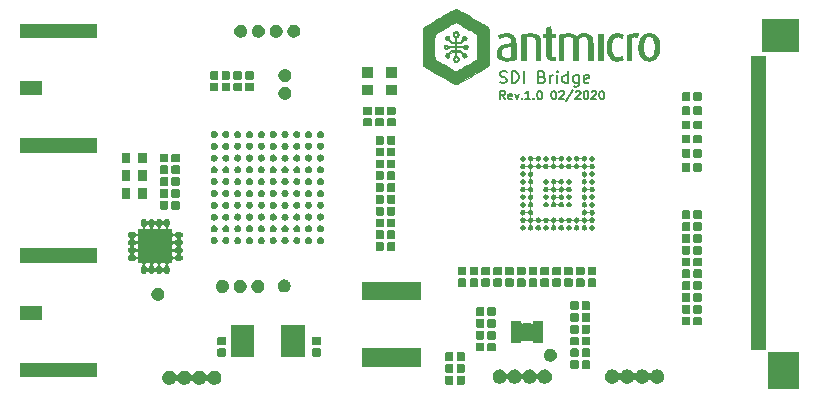
<source format=gbr>
G04 #@! TF.GenerationSoftware,KiCad,Pcbnew,5.1.5+dfsg1-2~bpo10+1*
G04 #@! TF.CreationDate,2020-03-26T22:27:21+01:00*
G04 #@! TF.ProjectId,SDI-bridge,5344492d-6272-4696-9467-652e6b696361,rev?*
G04 #@! TF.SameCoordinates,Original*
G04 #@! TF.FileFunction,Soldermask,Top*
G04 #@! TF.FilePolarity,Negative*
%FSLAX46Y46*%
G04 Gerber Fmt 4.6, Leading zero omitted, Abs format (unit mm)*
G04 Created by KiCad (PCBNEW 5.1.5+dfsg1-2~bpo10+1) date 2020-03-26 22:27:21*
%MOMM*%
%LPD*%
G04 APERTURE LIST*
%ADD10C,0.150000*%
%ADD11C,0.200000*%
%ADD12C,0.001860*%
%ADD13C,0.100000*%
G04 APERTURE END LIST*
D10*
X141126666Y-107916666D02*
X140893333Y-107583333D01*
X140726666Y-107916666D02*
X140726666Y-107216666D01*
X140993333Y-107216666D01*
X141060000Y-107250000D01*
X141093333Y-107283333D01*
X141126666Y-107350000D01*
X141126666Y-107450000D01*
X141093333Y-107516666D01*
X141060000Y-107550000D01*
X140993333Y-107583333D01*
X140726666Y-107583333D01*
X141693333Y-107883333D02*
X141626666Y-107916666D01*
X141493333Y-107916666D01*
X141426666Y-107883333D01*
X141393333Y-107816666D01*
X141393333Y-107550000D01*
X141426666Y-107483333D01*
X141493333Y-107450000D01*
X141626666Y-107450000D01*
X141693333Y-107483333D01*
X141726666Y-107550000D01*
X141726666Y-107616666D01*
X141393333Y-107683333D01*
X141960000Y-107450000D02*
X142126666Y-107916666D01*
X142293333Y-107450000D01*
X142560000Y-107850000D02*
X142593333Y-107883333D01*
X142560000Y-107916666D01*
X142526666Y-107883333D01*
X142560000Y-107850000D01*
X142560000Y-107916666D01*
X143260000Y-107916666D02*
X142860000Y-107916666D01*
X143060000Y-107916666D02*
X143060000Y-107216666D01*
X142993333Y-107316666D01*
X142926666Y-107383333D01*
X142860000Y-107416666D01*
X143560000Y-107850000D02*
X143593333Y-107883333D01*
X143560000Y-107916666D01*
X143526666Y-107883333D01*
X143560000Y-107850000D01*
X143560000Y-107916666D01*
X144026666Y-107216666D02*
X144093333Y-107216666D01*
X144160000Y-107250000D01*
X144193333Y-107283333D01*
X144226666Y-107350000D01*
X144260000Y-107483333D01*
X144260000Y-107650000D01*
X144226666Y-107783333D01*
X144193333Y-107850000D01*
X144160000Y-107883333D01*
X144093333Y-107916666D01*
X144026666Y-107916666D01*
X143960000Y-107883333D01*
X143926666Y-107850000D01*
X143893333Y-107783333D01*
X143860000Y-107650000D01*
X143860000Y-107483333D01*
X143893333Y-107350000D01*
X143926666Y-107283333D01*
X143960000Y-107250000D01*
X144026666Y-107216666D01*
X145226666Y-107216666D02*
X145293333Y-107216666D01*
X145360000Y-107250000D01*
X145393333Y-107283333D01*
X145426666Y-107350000D01*
X145460000Y-107483333D01*
X145460000Y-107650000D01*
X145426666Y-107783333D01*
X145393333Y-107850000D01*
X145360000Y-107883333D01*
X145293333Y-107916666D01*
X145226666Y-107916666D01*
X145160000Y-107883333D01*
X145126666Y-107850000D01*
X145093333Y-107783333D01*
X145060000Y-107650000D01*
X145060000Y-107483333D01*
X145093333Y-107350000D01*
X145126666Y-107283333D01*
X145160000Y-107250000D01*
X145226666Y-107216666D01*
X145726666Y-107283333D02*
X145760000Y-107250000D01*
X145826666Y-107216666D01*
X145993333Y-107216666D01*
X146060000Y-107250000D01*
X146093333Y-107283333D01*
X146126666Y-107350000D01*
X146126666Y-107416666D01*
X146093333Y-107516666D01*
X145693333Y-107916666D01*
X146126666Y-107916666D01*
X146926666Y-107183333D02*
X146326666Y-108083333D01*
X147126666Y-107283333D02*
X147160000Y-107250000D01*
X147226666Y-107216666D01*
X147393333Y-107216666D01*
X147460000Y-107250000D01*
X147493333Y-107283333D01*
X147526666Y-107350000D01*
X147526666Y-107416666D01*
X147493333Y-107516666D01*
X147093333Y-107916666D01*
X147526666Y-107916666D01*
X147960000Y-107216666D02*
X148026666Y-107216666D01*
X148093333Y-107250000D01*
X148126666Y-107283333D01*
X148160000Y-107350000D01*
X148193333Y-107483333D01*
X148193333Y-107650000D01*
X148160000Y-107783333D01*
X148126666Y-107850000D01*
X148093333Y-107883333D01*
X148026666Y-107916666D01*
X147960000Y-107916666D01*
X147893333Y-107883333D01*
X147860000Y-107850000D01*
X147826666Y-107783333D01*
X147793333Y-107650000D01*
X147793333Y-107483333D01*
X147826666Y-107350000D01*
X147860000Y-107283333D01*
X147893333Y-107250000D01*
X147960000Y-107216666D01*
X148460000Y-107283333D02*
X148493333Y-107250000D01*
X148560000Y-107216666D01*
X148726666Y-107216666D01*
X148793333Y-107250000D01*
X148826666Y-107283333D01*
X148860000Y-107350000D01*
X148860000Y-107416666D01*
X148826666Y-107516666D01*
X148426666Y-107916666D01*
X148860000Y-107916666D01*
X149293333Y-107216666D02*
X149360000Y-107216666D01*
X149426666Y-107250000D01*
X149460000Y-107283333D01*
X149493333Y-107350000D01*
X149526666Y-107483333D01*
X149526666Y-107650000D01*
X149493333Y-107783333D01*
X149460000Y-107850000D01*
X149426666Y-107883333D01*
X149360000Y-107916666D01*
X149293333Y-107916666D01*
X149226666Y-107883333D01*
X149193333Y-107850000D01*
X149160000Y-107783333D01*
X149126666Y-107650000D01*
X149126666Y-107483333D01*
X149160000Y-107350000D01*
X149193333Y-107283333D01*
X149226666Y-107250000D01*
X149293333Y-107216666D01*
D11*
X140704285Y-106504761D02*
X140847142Y-106552380D01*
X141085238Y-106552380D01*
X141180476Y-106504761D01*
X141228095Y-106457142D01*
X141275714Y-106361904D01*
X141275714Y-106266666D01*
X141228095Y-106171428D01*
X141180476Y-106123809D01*
X141085238Y-106076190D01*
X140894761Y-106028571D01*
X140799523Y-105980952D01*
X140751904Y-105933333D01*
X140704285Y-105838095D01*
X140704285Y-105742857D01*
X140751904Y-105647619D01*
X140799523Y-105600000D01*
X140894761Y-105552380D01*
X141132857Y-105552380D01*
X141275714Y-105600000D01*
X141704285Y-106552380D02*
X141704285Y-105552380D01*
X141942380Y-105552380D01*
X142085238Y-105600000D01*
X142180476Y-105695238D01*
X142228095Y-105790476D01*
X142275714Y-105980952D01*
X142275714Y-106123809D01*
X142228095Y-106314285D01*
X142180476Y-106409523D01*
X142085238Y-106504761D01*
X141942380Y-106552380D01*
X141704285Y-106552380D01*
X142704285Y-106552380D02*
X142704285Y-105552380D01*
X144275714Y-106028571D02*
X144418571Y-106076190D01*
X144466190Y-106123809D01*
X144513809Y-106219047D01*
X144513809Y-106361904D01*
X144466190Y-106457142D01*
X144418571Y-106504761D01*
X144323333Y-106552380D01*
X143942380Y-106552380D01*
X143942380Y-105552380D01*
X144275714Y-105552380D01*
X144370952Y-105600000D01*
X144418571Y-105647619D01*
X144466190Y-105742857D01*
X144466190Y-105838095D01*
X144418571Y-105933333D01*
X144370952Y-105980952D01*
X144275714Y-106028571D01*
X143942380Y-106028571D01*
X144942380Y-106552380D02*
X144942380Y-105885714D01*
X144942380Y-106076190D02*
X144990000Y-105980952D01*
X145037619Y-105933333D01*
X145132857Y-105885714D01*
X145228095Y-105885714D01*
X145561428Y-106552380D02*
X145561428Y-105885714D01*
X145561428Y-105552380D02*
X145513809Y-105600000D01*
X145561428Y-105647619D01*
X145609047Y-105600000D01*
X145561428Y-105552380D01*
X145561428Y-105647619D01*
X146466190Y-106552380D02*
X146466190Y-105552380D01*
X146466190Y-106504761D02*
X146370952Y-106552380D01*
X146180476Y-106552380D01*
X146085238Y-106504761D01*
X146037619Y-106457142D01*
X145990000Y-106361904D01*
X145990000Y-106076190D01*
X146037619Y-105980952D01*
X146085238Y-105933333D01*
X146180476Y-105885714D01*
X146370952Y-105885714D01*
X146466190Y-105933333D01*
X147370952Y-105885714D02*
X147370952Y-106695238D01*
X147323333Y-106790476D01*
X147275714Y-106838095D01*
X147180476Y-106885714D01*
X147037619Y-106885714D01*
X146942380Y-106838095D01*
X147370952Y-106504761D02*
X147275714Y-106552380D01*
X147085238Y-106552380D01*
X146990000Y-106504761D01*
X146942380Y-106457142D01*
X146894761Y-106361904D01*
X146894761Y-106076190D01*
X146942380Y-105980952D01*
X146990000Y-105933333D01*
X147085238Y-105885714D01*
X147275714Y-105885714D01*
X147370952Y-105933333D01*
X148228095Y-106504761D02*
X148132857Y-106552380D01*
X147942380Y-106552380D01*
X147847142Y-106504761D01*
X147799523Y-106409523D01*
X147799523Y-106028571D01*
X147847142Y-105933333D01*
X147942380Y-105885714D01*
X148132857Y-105885714D01*
X148228095Y-105933333D01*
X148275714Y-106028571D01*
X148275714Y-106123809D01*
X147799523Y-106219047D01*
D12*
G36*
X143360096Y-102355833D02*
G01*
X143443898Y-102358024D01*
X143508323Y-102362309D01*
X143559422Y-102369157D01*
X143603244Y-102379040D01*
X143620273Y-102384005D01*
X143763061Y-102438660D01*
X143878414Y-102506545D01*
X143968001Y-102588851D01*
X144026914Y-102674274D01*
X144045724Y-102709641D01*
X144061717Y-102743023D01*
X144075121Y-102777213D01*
X144086164Y-102815004D01*
X144095075Y-102859189D01*
X144102082Y-102912558D01*
X144107413Y-102977906D01*
X144111297Y-103058025D01*
X144113963Y-103155707D01*
X144115638Y-103273744D01*
X144116552Y-103414930D01*
X144116932Y-103582056D01*
X144117008Y-103775671D01*
X144117008Y-104614880D01*
X143739056Y-104614880D01*
X143739056Y-103783094D01*
X143738976Y-103587306D01*
X143738574Y-103420372D01*
X143737603Y-103279653D01*
X143735819Y-103162508D01*
X143732976Y-103066295D01*
X143728829Y-102988374D01*
X143723134Y-102926104D01*
X143715644Y-102876845D01*
X143706116Y-102837955D01*
X143694302Y-102806794D01*
X143679959Y-102780721D01*
X143662841Y-102757096D01*
X143642702Y-102733276D01*
X143641446Y-102731844D01*
X143576309Y-102673065D01*
X143496879Y-102631799D01*
X143396472Y-102604899D01*
X143358921Y-102598826D01*
X143253340Y-102592045D01*
X143136487Y-102597786D01*
X143022948Y-102614728D01*
X142940197Y-102636855D01*
X142880790Y-102657420D01*
X142876734Y-103636150D01*
X142872678Y-104614880D01*
X142494964Y-104614880D01*
X142494964Y-102492877D01*
X142640633Y-102445092D01*
X142740874Y-102413410D01*
X142826056Y-102390087D01*
X142904621Y-102373881D01*
X142985008Y-102363549D01*
X143075659Y-102357849D01*
X143185014Y-102355539D01*
X143250868Y-102355265D01*
X143360096Y-102355833D01*
G37*
X143360096Y-102355833D02*
X143443898Y-102358024D01*
X143508323Y-102362309D01*
X143559422Y-102369157D01*
X143603244Y-102379040D01*
X143620273Y-102384005D01*
X143763061Y-102438660D01*
X143878414Y-102506545D01*
X143968001Y-102588851D01*
X144026914Y-102674274D01*
X144045724Y-102709641D01*
X144061717Y-102743023D01*
X144075121Y-102777213D01*
X144086164Y-102815004D01*
X144095075Y-102859189D01*
X144102082Y-102912558D01*
X144107413Y-102977906D01*
X144111297Y-103058025D01*
X144113963Y-103155707D01*
X144115638Y-103273744D01*
X144116552Y-103414930D01*
X144116932Y-103582056D01*
X144117008Y-103775671D01*
X144117008Y-104614880D01*
X143739056Y-104614880D01*
X143739056Y-103783094D01*
X143738976Y-103587306D01*
X143738574Y-103420372D01*
X143737603Y-103279653D01*
X143735819Y-103162508D01*
X143732976Y-103066295D01*
X143728829Y-102988374D01*
X143723134Y-102926104D01*
X143715644Y-102876845D01*
X143706116Y-102837955D01*
X143694302Y-102806794D01*
X143679959Y-102780721D01*
X143662841Y-102757096D01*
X143642702Y-102733276D01*
X143641446Y-102731844D01*
X143576309Y-102673065D01*
X143496879Y-102631799D01*
X143396472Y-102604899D01*
X143358921Y-102598826D01*
X143253340Y-102592045D01*
X143136487Y-102597786D01*
X143022948Y-102614728D01*
X142940197Y-102636855D01*
X142880790Y-102657420D01*
X142876734Y-103636150D01*
X142872678Y-104614880D01*
X142494964Y-104614880D01*
X142494964Y-102492877D01*
X142640633Y-102445092D01*
X142740874Y-102413410D01*
X142826056Y-102390087D01*
X142904621Y-102373881D01*
X142985008Y-102363549D01*
X143075659Y-102357849D01*
X143185014Y-102355539D01*
X143250868Y-102355265D01*
X143360096Y-102355833D01*
G36*
X137052215Y-102190051D02*
G01*
X137066347Y-102195622D01*
X137138666Y-102242561D01*
X137191408Y-102309424D01*
X137220947Y-102389122D01*
X137223655Y-102474568D01*
X137219816Y-102495555D01*
X137188544Y-102576231D01*
X137134460Y-102636716D01*
X137079909Y-102669985D01*
X137014660Y-102701464D01*
X137014660Y-103071576D01*
X137289509Y-103071576D01*
X137402689Y-102959152D01*
X137515869Y-102846727D01*
X137507507Y-102765710D01*
X137507410Y-102764008D01*
X137614373Y-102764008D01*
X137631982Y-102800710D01*
X137668662Y-102817814D01*
X137713019Y-102814171D01*
X137745817Y-102794861D01*
X137768318Y-102757955D01*
X137760421Y-102720148D01*
X137739068Y-102693624D01*
X137709108Y-102668208D01*
X137684285Y-102665670D01*
X137650538Y-102684930D01*
X137648084Y-102686643D01*
X137620241Y-102721537D01*
X137614373Y-102764008D01*
X137507410Y-102764008D01*
X137504542Y-102713801D01*
X137511500Y-102678590D01*
X137532038Y-102645911D01*
X137541379Y-102634501D01*
X137598604Y-102586113D01*
X137661563Y-102564002D01*
X137724937Y-102565265D01*
X137783411Y-102586996D01*
X137831667Y-102626289D01*
X137864389Y-102680240D01*
X137876260Y-102745944D01*
X137865157Y-102811414D01*
X137829669Y-102873422D01*
X137772722Y-102913344D01*
X137696802Y-102929557D01*
X137683938Y-102929844D01*
X137651051Y-102930986D01*
X137623722Y-102936875D01*
X137595835Y-102951207D01*
X137561270Y-102977677D01*
X137513910Y-103019983D01*
X137475393Y-103055828D01*
X137340738Y-103181812D01*
X137014660Y-103181812D01*
X137014660Y-103433780D01*
X137612275Y-103433780D01*
X137635608Y-103388659D01*
X137678228Y-103337311D01*
X137737020Y-103306573D01*
X137803506Y-103297446D01*
X137869214Y-103310930D01*
X137925668Y-103348024D01*
X137931137Y-103353797D01*
X137971843Y-103417561D01*
X137985384Y-103482604D01*
X137975548Y-103544391D01*
X137946122Y-103598385D01*
X137900896Y-103640049D01*
X137843658Y-103664847D01*
X137778196Y-103668242D01*
X137708299Y-103645699D01*
X137694080Y-103637654D01*
X137657635Y-103609145D01*
X137635066Y-103579859D01*
X137633188Y-103574721D01*
X137628818Y-103564131D01*
X137619219Y-103556300D01*
X137600165Y-103550814D01*
X137567428Y-103547257D01*
X137516778Y-103545215D01*
X137443990Y-103544275D01*
X137344835Y-103544021D01*
X137319909Y-103544016D01*
X137014660Y-103544016D01*
X137014660Y-103780236D01*
X137338189Y-103780236D01*
X137599690Y-104043102D01*
X137673316Y-104036776D01*
X137752246Y-104042277D01*
X137813593Y-104072930D01*
X137855389Y-104127519D01*
X137866259Y-104156008D01*
X137876919Y-104231329D01*
X137858838Y-104296394D01*
X137819371Y-104348024D01*
X137758368Y-104390694D01*
X137693554Y-104406176D01*
X137630575Y-104397327D01*
X137575073Y-104367001D01*
X137532695Y-104318054D01*
X137509085Y-104253341D01*
X137508051Y-104206062D01*
X137616080Y-104206062D01*
X137621207Y-104245239D01*
X137636274Y-104267947D01*
X137672110Y-104295572D01*
X137706657Y-104293295D01*
X137739068Y-104268424D01*
X137766406Y-104230002D01*
X137763840Y-104195600D01*
X137740367Y-104167237D01*
X137700539Y-104146719D01*
X137662228Y-104150531D01*
X137631914Y-104172402D01*
X137616080Y-104206062D01*
X137508051Y-104206062D01*
X137507707Y-104190357D01*
X137516517Y-104115965D01*
X137289509Y-103890472D01*
X137014660Y-103890472D01*
X137014660Y-104263640D01*
X137079590Y-104292920D01*
X137147745Y-104338992D01*
X137194748Y-104402023D01*
X137220422Y-104475668D01*
X137224593Y-104553578D01*
X137207084Y-104629408D01*
X137167720Y-104696812D01*
X137106325Y-104749441D01*
X137092440Y-104757101D01*
X137009980Y-104782908D01*
X136922152Y-104782912D01*
X136840600Y-104757149D01*
X136839035Y-104756330D01*
X136774463Y-104706303D01*
X136732029Y-104640488D01*
X136711509Y-104565275D01*
X136712062Y-104528266D01*
X136819385Y-104528266D01*
X136825776Y-104575110D01*
X136849820Y-104612985D01*
X136870027Y-104632623D01*
X136928283Y-104669758D01*
X136985642Y-104675474D01*
X137043420Y-104649772D01*
X137064805Y-104632623D01*
X137100047Y-104593675D01*
X137114090Y-104553063D01*
X137115447Y-104528266D01*
X137101274Y-104471047D01*
X137064367Y-104421472D01*
X137013146Y-104388050D01*
X136967416Y-104378660D01*
X136910800Y-104392984D01*
X136861747Y-104430283D01*
X136828676Y-104482049D01*
X136819385Y-104528266D01*
X136712062Y-104528266D01*
X136712679Y-104487057D01*
X136735317Y-104412225D01*
X136779199Y-104347171D01*
X136844100Y-104298286D01*
X136855242Y-104292920D01*
X136920172Y-104263640D01*
X136920172Y-103890472D01*
X136645323Y-103890472D01*
X136418314Y-104115965D01*
X136427125Y-104190357D01*
X136423168Y-104265890D01*
X136395803Y-104328004D01*
X136350675Y-104373845D01*
X136293429Y-104400556D01*
X136229710Y-104405282D01*
X136165162Y-104385168D01*
X136115461Y-104348024D01*
X136071676Y-104287689D01*
X136057704Y-104221493D01*
X136060923Y-104202097D01*
X136168274Y-104202097D01*
X136171279Y-104236768D01*
X136195764Y-104268424D01*
X136234105Y-104295740D01*
X136268479Y-104293165D01*
X136297552Y-104269058D01*
X136317278Y-104228550D01*
X136312090Y-104187439D01*
X136284837Y-104156507D01*
X136265756Y-104148687D01*
X136219303Y-104150960D01*
X136195129Y-104166636D01*
X136168274Y-104202097D01*
X136060923Y-104202097D01*
X136068573Y-104156008D01*
X136101934Y-104092117D01*
X136155639Y-104051672D01*
X136227720Y-104035890D01*
X136261516Y-104036776D01*
X136335142Y-104043102D01*
X136596643Y-103780236D01*
X136920172Y-103780236D01*
X136920172Y-103544016D01*
X136614147Y-103544016D01*
X136508795Y-103544151D01*
X136430674Y-103544847D01*
X136375522Y-103546545D01*
X136339073Y-103549682D01*
X136317064Y-103554700D01*
X136305231Y-103562035D01*
X136299311Y-103572129D01*
X136297781Y-103576598D01*
X136272381Y-103612863D01*
X136226726Y-103644605D01*
X136171998Y-103665375D01*
X136135927Y-103669941D01*
X136063215Y-103656775D01*
X136006393Y-103621090D01*
X135967968Y-103568880D01*
X135950446Y-103506137D01*
X135952322Y-103484693D01*
X136056210Y-103484693D01*
X136060771Y-103507426D01*
X136076680Y-103527192D01*
X136117905Y-103555650D01*
X136159984Y-103553659D01*
X136186765Y-103535017D01*
X136209431Y-103494419D01*
X136204602Y-103468084D01*
X137725666Y-103468084D01*
X137731630Y-103512252D01*
X137748067Y-103535017D01*
X137788435Y-103557675D01*
X137830681Y-103549691D01*
X137858152Y-103527192D01*
X137877334Y-103501088D01*
X137876433Y-103477353D01*
X137864003Y-103452389D01*
X137830677Y-103416050D01*
X137790609Y-103405782D01*
X137751825Y-103423410D01*
X137748905Y-103426193D01*
X137725666Y-103468084D01*
X136204602Y-103468084D01*
X136201679Y-103452143D01*
X136181188Y-103426966D01*
X136140674Y-103405879D01*
X136102344Y-103415548D01*
X136070844Y-103452500D01*
X136056210Y-103484693D01*
X135952322Y-103484693D01*
X135956333Y-103438853D01*
X135988137Y-103373022D01*
X136003695Y-103353797D01*
X136059938Y-103312562D01*
X136125565Y-103296699D01*
X136192593Y-103305304D01*
X136253035Y-103337476D01*
X136295771Y-103386790D01*
X136323529Y-103433780D01*
X136920172Y-103433780D01*
X136920172Y-103181812D01*
X136594094Y-103181812D01*
X136459439Y-103055828D01*
X136401311Y-103001985D01*
X136359786Y-102966183D01*
X136328655Y-102944745D01*
X136301708Y-102933995D01*
X136272737Y-102930257D01*
X136246650Y-102929844D01*
X136169234Y-102918553D01*
X136112593Y-102883955D01*
X136075181Y-102824964D01*
X136068094Y-102804442D01*
X136061244Y-102747617D01*
X136164268Y-102747617D01*
X136177813Y-102783549D01*
X136211034Y-102808624D01*
X136252808Y-102818578D01*
X136292015Y-102809153D01*
X136302850Y-102800710D01*
X136320521Y-102763547D01*
X136314401Y-102721088D01*
X136286748Y-102686643D01*
X136256585Y-102668384D01*
X136239504Y-102662128D01*
X136216679Y-102673934D01*
X136189604Y-102701197D01*
X136169043Y-102731688D01*
X136164268Y-102747617D01*
X136061244Y-102747617D01*
X136059184Y-102730533D01*
X136075580Y-102666566D01*
X136111908Y-102615348D01*
X136162799Y-102579683D01*
X136222879Y-102562377D01*
X136286777Y-102566237D01*
X136349122Y-102594068D01*
X136393453Y-102634501D01*
X136418771Y-102669180D01*
X136429413Y-102702146D01*
X136429036Y-102747567D01*
X136427325Y-102765710D01*
X136418963Y-102846727D01*
X136532143Y-102959152D01*
X136645323Y-103071576D01*
X136920172Y-103071576D01*
X136920172Y-102699685D01*
X136857558Y-102672060D01*
X136784259Y-102624630D01*
X136734666Y-102556794D01*
X136715469Y-102504725D01*
X136708039Y-102430715D01*
X136815743Y-102430715D01*
X136821671Y-102466834D01*
X136833021Y-102493418D01*
X136873355Y-102547736D01*
X136926974Y-102577287D01*
X136986916Y-102580287D01*
X137046215Y-102554951D01*
X137053082Y-102549824D01*
X137099543Y-102499685D01*
X137115324Y-102445240D01*
X137102834Y-102387843D01*
X137064641Y-102328882D01*
X137014225Y-102295153D01*
X136958063Y-102286546D01*
X136902636Y-102302949D01*
X136854422Y-102344253D01*
X136826451Y-102392560D01*
X136815743Y-102430715D01*
X136708039Y-102430715D01*
X136706978Y-102420142D01*
X136725008Y-102342025D01*
X136764966Y-102274421D01*
X136822260Y-102221375D01*
X136892294Y-102186933D01*
X136970477Y-102175143D01*
X137052215Y-102190051D01*
G37*
X137052215Y-102190051D02*
X137066347Y-102195622D01*
X137138666Y-102242561D01*
X137191408Y-102309424D01*
X137220947Y-102389122D01*
X137223655Y-102474568D01*
X137219816Y-102495555D01*
X137188544Y-102576231D01*
X137134460Y-102636716D01*
X137079909Y-102669985D01*
X137014660Y-102701464D01*
X137014660Y-103071576D01*
X137289509Y-103071576D01*
X137402689Y-102959152D01*
X137515869Y-102846727D01*
X137507507Y-102765710D01*
X137507410Y-102764008D01*
X137614373Y-102764008D01*
X137631982Y-102800710D01*
X137668662Y-102817814D01*
X137713019Y-102814171D01*
X137745817Y-102794861D01*
X137768318Y-102757955D01*
X137760421Y-102720148D01*
X137739068Y-102693624D01*
X137709108Y-102668208D01*
X137684285Y-102665670D01*
X137650538Y-102684930D01*
X137648084Y-102686643D01*
X137620241Y-102721537D01*
X137614373Y-102764008D01*
X137507410Y-102764008D01*
X137504542Y-102713801D01*
X137511500Y-102678590D01*
X137532038Y-102645911D01*
X137541379Y-102634501D01*
X137598604Y-102586113D01*
X137661563Y-102564002D01*
X137724937Y-102565265D01*
X137783411Y-102586996D01*
X137831667Y-102626289D01*
X137864389Y-102680240D01*
X137876260Y-102745944D01*
X137865157Y-102811414D01*
X137829669Y-102873422D01*
X137772722Y-102913344D01*
X137696802Y-102929557D01*
X137683938Y-102929844D01*
X137651051Y-102930986D01*
X137623722Y-102936875D01*
X137595835Y-102951207D01*
X137561270Y-102977677D01*
X137513910Y-103019983D01*
X137475393Y-103055828D01*
X137340738Y-103181812D01*
X137014660Y-103181812D01*
X137014660Y-103433780D01*
X137612275Y-103433780D01*
X137635608Y-103388659D01*
X137678228Y-103337311D01*
X137737020Y-103306573D01*
X137803506Y-103297446D01*
X137869214Y-103310930D01*
X137925668Y-103348024D01*
X137931137Y-103353797D01*
X137971843Y-103417561D01*
X137985384Y-103482604D01*
X137975548Y-103544391D01*
X137946122Y-103598385D01*
X137900896Y-103640049D01*
X137843658Y-103664847D01*
X137778196Y-103668242D01*
X137708299Y-103645699D01*
X137694080Y-103637654D01*
X137657635Y-103609145D01*
X137635066Y-103579859D01*
X137633188Y-103574721D01*
X137628818Y-103564131D01*
X137619219Y-103556300D01*
X137600165Y-103550814D01*
X137567428Y-103547257D01*
X137516778Y-103545215D01*
X137443990Y-103544275D01*
X137344835Y-103544021D01*
X137319909Y-103544016D01*
X137014660Y-103544016D01*
X137014660Y-103780236D01*
X137338189Y-103780236D01*
X137599690Y-104043102D01*
X137673316Y-104036776D01*
X137752246Y-104042277D01*
X137813593Y-104072930D01*
X137855389Y-104127519D01*
X137866259Y-104156008D01*
X137876919Y-104231329D01*
X137858838Y-104296394D01*
X137819371Y-104348024D01*
X137758368Y-104390694D01*
X137693554Y-104406176D01*
X137630575Y-104397327D01*
X137575073Y-104367001D01*
X137532695Y-104318054D01*
X137509085Y-104253341D01*
X137508051Y-104206062D01*
X137616080Y-104206062D01*
X137621207Y-104245239D01*
X137636274Y-104267947D01*
X137672110Y-104295572D01*
X137706657Y-104293295D01*
X137739068Y-104268424D01*
X137766406Y-104230002D01*
X137763840Y-104195600D01*
X137740367Y-104167237D01*
X137700539Y-104146719D01*
X137662228Y-104150531D01*
X137631914Y-104172402D01*
X137616080Y-104206062D01*
X137508051Y-104206062D01*
X137507707Y-104190357D01*
X137516517Y-104115965D01*
X137289509Y-103890472D01*
X137014660Y-103890472D01*
X137014660Y-104263640D01*
X137079590Y-104292920D01*
X137147745Y-104338992D01*
X137194748Y-104402023D01*
X137220422Y-104475668D01*
X137224593Y-104553578D01*
X137207084Y-104629408D01*
X137167720Y-104696812D01*
X137106325Y-104749441D01*
X137092440Y-104757101D01*
X137009980Y-104782908D01*
X136922152Y-104782912D01*
X136840600Y-104757149D01*
X136839035Y-104756330D01*
X136774463Y-104706303D01*
X136732029Y-104640488D01*
X136711509Y-104565275D01*
X136712062Y-104528266D01*
X136819385Y-104528266D01*
X136825776Y-104575110D01*
X136849820Y-104612985D01*
X136870027Y-104632623D01*
X136928283Y-104669758D01*
X136985642Y-104675474D01*
X137043420Y-104649772D01*
X137064805Y-104632623D01*
X137100047Y-104593675D01*
X137114090Y-104553063D01*
X137115447Y-104528266D01*
X137101274Y-104471047D01*
X137064367Y-104421472D01*
X137013146Y-104388050D01*
X136967416Y-104378660D01*
X136910800Y-104392984D01*
X136861747Y-104430283D01*
X136828676Y-104482049D01*
X136819385Y-104528266D01*
X136712062Y-104528266D01*
X136712679Y-104487057D01*
X136735317Y-104412225D01*
X136779199Y-104347171D01*
X136844100Y-104298286D01*
X136855242Y-104292920D01*
X136920172Y-104263640D01*
X136920172Y-103890472D01*
X136645323Y-103890472D01*
X136418314Y-104115965D01*
X136427125Y-104190357D01*
X136423168Y-104265890D01*
X136395803Y-104328004D01*
X136350675Y-104373845D01*
X136293429Y-104400556D01*
X136229710Y-104405282D01*
X136165162Y-104385168D01*
X136115461Y-104348024D01*
X136071676Y-104287689D01*
X136057704Y-104221493D01*
X136060923Y-104202097D01*
X136168274Y-104202097D01*
X136171279Y-104236768D01*
X136195764Y-104268424D01*
X136234105Y-104295740D01*
X136268479Y-104293165D01*
X136297552Y-104269058D01*
X136317278Y-104228550D01*
X136312090Y-104187439D01*
X136284837Y-104156507D01*
X136265756Y-104148687D01*
X136219303Y-104150960D01*
X136195129Y-104166636D01*
X136168274Y-104202097D01*
X136060923Y-104202097D01*
X136068573Y-104156008D01*
X136101934Y-104092117D01*
X136155639Y-104051672D01*
X136227720Y-104035890D01*
X136261516Y-104036776D01*
X136335142Y-104043102D01*
X136596643Y-103780236D01*
X136920172Y-103780236D01*
X136920172Y-103544016D01*
X136614147Y-103544016D01*
X136508795Y-103544151D01*
X136430674Y-103544847D01*
X136375522Y-103546545D01*
X136339073Y-103549682D01*
X136317064Y-103554700D01*
X136305231Y-103562035D01*
X136299311Y-103572129D01*
X136297781Y-103576598D01*
X136272381Y-103612863D01*
X136226726Y-103644605D01*
X136171998Y-103665375D01*
X136135927Y-103669941D01*
X136063215Y-103656775D01*
X136006393Y-103621090D01*
X135967968Y-103568880D01*
X135950446Y-103506137D01*
X135952322Y-103484693D01*
X136056210Y-103484693D01*
X136060771Y-103507426D01*
X136076680Y-103527192D01*
X136117905Y-103555650D01*
X136159984Y-103553659D01*
X136186765Y-103535017D01*
X136209431Y-103494419D01*
X136204602Y-103468084D01*
X137725666Y-103468084D01*
X137731630Y-103512252D01*
X137748067Y-103535017D01*
X137788435Y-103557675D01*
X137830681Y-103549691D01*
X137858152Y-103527192D01*
X137877334Y-103501088D01*
X137876433Y-103477353D01*
X137864003Y-103452389D01*
X137830677Y-103416050D01*
X137790609Y-103405782D01*
X137751825Y-103423410D01*
X137748905Y-103426193D01*
X137725666Y-103468084D01*
X136204602Y-103468084D01*
X136201679Y-103452143D01*
X136181188Y-103426966D01*
X136140674Y-103405879D01*
X136102344Y-103415548D01*
X136070844Y-103452500D01*
X136056210Y-103484693D01*
X135952322Y-103484693D01*
X135956333Y-103438853D01*
X135988137Y-103373022D01*
X136003695Y-103353797D01*
X136059938Y-103312562D01*
X136125565Y-103296699D01*
X136192593Y-103305304D01*
X136253035Y-103337476D01*
X136295771Y-103386790D01*
X136323529Y-103433780D01*
X136920172Y-103433780D01*
X136920172Y-103181812D01*
X136594094Y-103181812D01*
X136459439Y-103055828D01*
X136401311Y-103001985D01*
X136359786Y-102966183D01*
X136328655Y-102944745D01*
X136301708Y-102933995D01*
X136272737Y-102930257D01*
X136246650Y-102929844D01*
X136169234Y-102918553D01*
X136112593Y-102883955D01*
X136075181Y-102824964D01*
X136068094Y-102804442D01*
X136061244Y-102747617D01*
X136164268Y-102747617D01*
X136177813Y-102783549D01*
X136211034Y-102808624D01*
X136252808Y-102818578D01*
X136292015Y-102809153D01*
X136302850Y-102800710D01*
X136320521Y-102763547D01*
X136314401Y-102721088D01*
X136286748Y-102686643D01*
X136256585Y-102668384D01*
X136239504Y-102662128D01*
X136216679Y-102673934D01*
X136189604Y-102701197D01*
X136169043Y-102731688D01*
X136164268Y-102747617D01*
X136061244Y-102747617D01*
X136059184Y-102730533D01*
X136075580Y-102666566D01*
X136111908Y-102615348D01*
X136162799Y-102579683D01*
X136222879Y-102562377D01*
X136286777Y-102566237D01*
X136349122Y-102594068D01*
X136393453Y-102634501D01*
X136418771Y-102669180D01*
X136429413Y-102702146D01*
X136429036Y-102747567D01*
X136427325Y-102765710D01*
X136418963Y-102846727D01*
X136532143Y-102959152D01*
X136645323Y-103071576D01*
X136920172Y-103071576D01*
X136920172Y-102699685D01*
X136857558Y-102672060D01*
X136784259Y-102624630D01*
X136734666Y-102556794D01*
X136715469Y-102504725D01*
X136708039Y-102430715D01*
X136815743Y-102430715D01*
X136821671Y-102466834D01*
X136833021Y-102493418D01*
X136873355Y-102547736D01*
X136926974Y-102577287D01*
X136986916Y-102580287D01*
X137046215Y-102554951D01*
X137053082Y-102549824D01*
X137099543Y-102499685D01*
X137115324Y-102445240D01*
X137102834Y-102387843D01*
X137064641Y-102328882D01*
X137014225Y-102295153D01*
X136958063Y-102286546D01*
X136902636Y-102302949D01*
X136854422Y-102344253D01*
X136826451Y-102392560D01*
X136815743Y-102430715D01*
X136708039Y-102430715D01*
X136706978Y-102420142D01*
X136725008Y-102342025D01*
X136764966Y-102274421D01*
X136822260Y-102221375D01*
X136892294Y-102186933D01*
X136970477Y-102175143D01*
X137052215Y-102190051D01*
G36*
X147937209Y-102358934D02*
G01*
X148090880Y-102392412D01*
X148223095Y-102447819D01*
X148333265Y-102524863D01*
X148420801Y-102623253D01*
X148462829Y-102693624D01*
X148479474Y-102727557D01*
X148493617Y-102760367D01*
X148505461Y-102794841D01*
X148515210Y-102833765D01*
X148523065Y-102879924D01*
X148529232Y-102936106D01*
X148533914Y-103005097D01*
X148537313Y-103089681D01*
X148539633Y-103192646D01*
X148541078Y-103316778D01*
X148541850Y-103464862D01*
X148542153Y-103639686D01*
X148542196Y-103781011D01*
X148542196Y-104614880D01*
X148165262Y-104614880D01*
X148160816Y-103744803D01*
X148156370Y-102874726D01*
X148110412Y-102791777D01*
X148047906Y-102709302D01*
X147966589Y-102648216D01*
X147871109Y-102608890D01*
X147766111Y-102591694D01*
X147656242Y-102596999D01*
X147546150Y-102625177D01*
X147440480Y-102676598D01*
X147365033Y-102732281D01*
X147298104Y-102790566D01*
X147298104Y-104614880D01*
X146920152Y-104614880D01*
X146920152Y-103762378D01*
X146919876Y-103548481D01*
X146919034Y-103365047D01*
X146917607Y-103211049D01*
X146915573Y-103085459D01*
X146912913Y-102987251D01*
X146909606Y-102915395D01*
X146905633Y-102868864D01*
X146902177Y-102849880D01*
X146859945Y-102760763D01*
X146793117Y-102689454D01*
X146703646Y-102636820D01*
X146593489Y-102603729D01*
X146464600Y-102591047D01*
X146334025Y-102597821D01*
X146262817Y-102606477D01*
X146211721Y-102614687D01*
X146169488Y-102624918D01*
X146124870Y-102639640D01*
X146097319Y-102649767D01*
X146054012Y-102665949D01*
X146054012Y-104614880D01*
X145691808Y-104614880D01*
X145691808Y-102490379D01*
X145841830Y-102442322D01*
X146010788Y-102394581D01*
X146168628Y-102364775D01*
X146328725Y-102351038D01*
X146494956Y-102351166D01*
X146628348Y-102359028D01*
X146737653Y-102373977D01*
X146829872Y-102398053D01*
X146912008Y-102433302D01*
X146991063Y-102481767D01*
X147023587Y-102505460D01*
X147127015Y-102583744D01*
X147192874Y-102530309D01*
X147320383Y-102446051D01*
X147463556Y-102387892D01*
X147623665Y-102355425D01*
X147762670Y-102347674D01*
X147937209Y-102358934D01*
G37*
X147937209Y-102358934D02*
X148090880Y-102392412D01*
X148223095Y-102447819D01*
X148333265Y-102524863D01*
X148420801Y-102623253D01*
X148462829Y-102693624D01*
X148479474Y-102727557D01*
X148493617Y-102760367D01*
X148505461Y-102794841D01*
X148515210Y-102833765D01*
X148523065Y-102879924D01*
X148529232Y-102936106D01*
X148533914Y-103005097D01*
X148537313Y-103089681D01*
X148539633Y-103192646D01*
X148541078Y-103316778D01*
X148541850Y-103464862D01*
X148542153Y-103639686D01*
X148542196Y-103781011D01*
X148542196Y-104614880D01*
X148165262Y-104614880D01*
X148160816Y-103744803D01*
X148156370Y-102874726D01*
X148110412Y-102791777D01*
X148047906Y-102709302D01*
X147966589Y-102648216D01*
X147871109Y-102608890D01*
X147766111Y-102591694D01*
X147656242Y-102596999D01*
X147546150Y-102625177D01*
X147440480Y-102676598D01*
X147365033Y-102732281D01*
X147298104Y-102790566D01*
X147298104Y-104614880D01*
X146920152Y-104614880D01*
X146920152Y-103762378D01*
X146919876Y-103548481D01*
X146919034Y-103365047D01*
X146917607Y-103211049D01*
X146915573Y-103085459D01*
X146912913Y-102987251D01*
X146909606Y-102915395D01*
X146905633Y-102868864D01*
X146902177Y-102849880D01*
X146859945Y-102760763D01*
X146793117Y-102689454D01*
X146703646Y-102636820D01*
X146593489Y-102603729D01*
X146464600Y-102591047D01*
X146334025Y-102597821D01*
X146262817Y-102606477D01*
X146211721Y-102614687D01*
X146169488Y-102624918D01*
X146124870Y-102639640D01*
X146097319Y-102649767D01*
X146054012Y-102665949D01*
X146054012Y-104614880D01*
X145691808Y-104614880D01*
X145691808Y-102490379D01*
X145841830Y-102442322D01*
X146010788Y-102394581D01*
X146168628Y-102364775D01*
X146328725Y-102351038D01*
X146494956Y-102351166D01*
X146628348Y-102359028D01*
X146737653Y-102373977D01*
X146829872Y-102398053D01*
X146912008Y-102433302D01*
X146991063Y-102481767D01*
X147023587Y-102505460D01*
X147127015Y-102583744D01*
X147192874Y-102530309D01*
X147320383Y-102446051D01*
X147463556Y-102387892D01*
X147623665Y-102355425D01*
X147762670Y-102347674D01*
X147937209Y-102358934D01*
G36*
X152344969Y-102349638D02*
G01*
X152373264Y-102353617D01*
X152384251Y-102360188D01*
X152384708Y-102362370D01*
X152380245Y-102385495D01*
X152368330Y-102430461D01*
X152351173Y-102489131D01*
X152343348Y-102514583D01*
X152322216Y-102578978D01*
X152306092Y-102617883D01*
X152292163Y-102636315D01*
X152277618Y-102639294D01*
X152274006Y-102638358D01*
X152176101Y-102617472D01*
X152066769Y-102610592D01*
X151958397Y-102617540D01*
X151863375Y-102638137D01*
X151845339Y-102644542D01*
X151802032Y-102661348D01*
X151802032Y-104614880D01*
X151424080Y-104614880D01*
X151424080Y-102492095D01*
X151538253Y-102451184D01*
X151637469Y-102417852D01*
X151728226Y-102393075D01*
X151819168Y-102375379D01*
X151918939Y-102363289D01*
X152036184Y-102355333D01*
X152120929Y-102351847D01*
X152222332Y-102348894D01*
X152295835Y-102348110D01*
X152344969Y-102349638D01*
G37*
X152344969Y-102349638D02*
X152373264Y-102353617D01*
X152384251Y-102360188D01*
X152384708Y-102362370D01*
X152380245Y-102385495D01*
X152368330Y-102430461D01*
X152351173Y-102489131D01*
X152343348Y-102514583D01*
X152322216Y-102578978D01*
X152306092Y-102617883D01*
X152292163Y-102636315D01*
X152277618Y-102639294D01*
X152274006Y-102638358D01*
X152176101Y-102617472D01*
X152066769Y-102610592D01*
X151958397Y-102617540D01*
X151863375Y-102638137D01*
X151845339Y-102644542D01*
X151802032Y-102661348D01*
X151802032Y-104614880D01*
X151424080Y-104614880D01*
X151424080Y-102492095D01*
X151538253Y-102451184D01*
X151637469Y-102417852D01*
X151728226Y-102393075D01*
X151819168Y-102375379D01*
X151918939Y-102363289D01*
X152036184Y-102355333D01*
X152120929Y-102351847D01*
X152222332Y-102348894D01*
X152295835Y-102348110D01*
X152344969Y-102349638D01*
G36*
X149392588Y-104614880D02*
G01*
X149014636Y-104614880D01*
X149014636Y-102378664D01*
X149392588Y-102378664D01*
X149392588Y-104614880D01*
G37*
X149392588Y-104614880D02*
X149014636Y-104614880D01*
X149014636Y-102378664D01*
X149392588Y-102378664D01*
X149392588Y-104614880D01*
G36*
X150660642Y-102350011D02*
G01*
X150764340Y-102360059D01*
X150822021Y-102370910D01*
X150881468Y-102388026D01*
X150945304Y-102411271D01*
X151005268Y-102437041D01*
X151053099Y-102461732D01*
X151080536Y-102481740D01*
X151082731Y-102484663D01*
X151081034Y-102504245D01*
X151069691Y-102542719D01*
X151052257Y-102591037D01*
X151032289Y-102640151D01*
X151013344Y-102681015D01*
X150998977Y-102704581D01*
X150995277Y-102707140D01*
X150975840Y-102701467D01*
X150937145Y-102685946D01*
X150897966Y-102668637D01*
X150777556Y-102626817D01*
X150658303Y-102610564D01*
X150545741Y-102620051D01*
X150447082Y-102654575D01*
X150364633Y-102713565D01*
X150289079Y-102800093D01*
X150222796Y-102910527D01*
X150168158Y-103041237D01*
X150144987Y-103116560D01*
X150126700Y-103209379D01*
X150114948Y-103323674D01*
X150109731Y-103450106D01*
X150111048Y-103579342D01*
X150118899Y-103702043D01*
X150133283Y-103808876D01*
X150145029Y-103861403D01*
X150198441Y-104017854D01*
X150265682Y-104146208D01*
X150346949Y-104246760D01*
X150442433Y-104319803D01*
X150449842Y-104323997D01*
X150498046Y-104348461D01*
X150540476Y-104362533D01*
X150589360Y-104368899D01*
X150656928Y-104370247D01*
X150660302Y-104370234D01*
X150731196Y-104367119D01*
X150793423Y-104356543D01*
X150856539Y-104335628D01*
X150930104Y-104301498D01*
X150985132Y-104272451D01*
X150991994Y-104276864D01*
X151003881Y-104297522D01*
X151022273Y-104337671D01*
X151048648Y-104400555D01*
X151084485Y-104489421D01*
X151087856Y-104497878D01*
X151078997Y-104514820D01*
X151046949Y-104538588D01*
X150998267Y-104565640D01*
X150939502Y-104592438D01*
X150877208Y-104615441D01*
X150860962Y-104620446D01*
X150776243Y-104638476D01*
X150674197Y-104650035D01*
X150568370Y-104654337D01*
X150472302Y-104650592D01*
X150431956Y-104645421D01*
X150372955Y-104630449D01*
X150301933Y-104605569D01*
X150235106Y-104576553D01*
X150104393Y-104495216D01*
X149991546Y-104388355D01*
X149897058Y-104256718D01*
X149821420Y-104101051D01*
X149765125Y-103922101D01*
X149746382Y-103834966D01*
X149732710Y-103731836D01*
X149725515Y-103609652D01*
X149724535Y-103477268D01*
X149729505Y-103343541D01*
X149740163Y-103217326D01*
X149756246Y-103107478D01*
X149769781Y-103047966D01*
X149830979Y-102873646D01*
X149911770Y-102721736D01*
X150011148Y-102593374D01*
X150128105Y-102489697D01*
X150261634Y-102411841D01*
X150367885Y-102372292D01*
X150450746Y-102356163D01*
X150552221Y-102348724D01*
X150660642Y-102350011D01*
G37*
X150660642Y-102350011D02*
X150764340Y-102360059D01*
X150822021Y-102370910D01*
X150881468Y-102388026D01*
X150945304Y-102411271D01*
X151005268Y-102437041D01*
X151053099Y-102461732D01*
X151080536Y-102481740D01*
X151082731Y-102484663D01*
X151081034Y-102504245D01*
X151069691Y-102542719D01*
X151052257Y-102591037D01*
X151032289Y-102640151D01*
X151013344Y-102681015D01*
X150998977Y-102704581D01*
X150995277Y-102707140D01*
X150975840Y-102701467D01*
X150937145Y-102685946D01*
X150897966Y-102668637D01*
X150777556Y-102626817D01*
X150658303Y-102610564D01*
X150545741Y-102620051D01*
X150447082Y-102654575D01*
X150364633Y-102713565D01*
X150289079Y-102800093D01*
X150222796Y-102910527D01*
X150168158Y-103041237D01*
X150144987Y-103116560D01*
X150126700Y-103209379D01*
X150114948Y-103323674D01*
X150109731Y-103450106D01*
X150111048Y-103579342D01*
X150118899Y-103702043D01*
X150133283Y-103808876D01*
X150145029Y-103861403D01*
X150198441Y-104017854D01*
X150265682Y-104146208D01*
X150346949Y-104246760D01*
X150442433Y-104319803D01*
X150449842Y-104323997D01*
X150498046Y-104348461D01*
X150540476Y-104362533D01*
X150589360Y-104368899D01*
X150656928Y-104370247D01*
X150660302Y-104370234D01*
X150731196Y-104367119D01*
X150793423Y-104356543D01*
X150856539Y-104335628D01*
X150930104Y-104301498D01*
X150985132Y-104272451D01*
X150991994Y-104276864D01*
X151003881Y-104297522D01*
X151022273Y-104337671D01*
X151048648Y-104400555D01*
X151084485Y-104489421D01*
X151087856Y-104497878D01*
X151078997Y-104514820D01*
X151046949Y-104538588D01*
X150998267Y-104565640D01*
X150939502Y-104592438D01*
X150877208Y-104615441D01*
X150860962Y-104620446D01*
X150776243Y-104638476D01*
X150674197Y-104650035D01*
X150568370Y-104654337D01*
X150472302Y-104650592D01*
X150431956Y-104645421D01*
X150372955Y-104630449D01*
X150301933Y-104605569D01*
X150235106Y-104576553D01*
X150104393Y-104495216D01*
X149991546Y-104388355D01*
X149897058Y-104256718D01*
X149821420Y-104101051D01*
X149765125Y-103922101D01*
X149746382Y-103834966D01*
X149732710Y-103731836D01*
X149725515Y-103609652D01*
X149724535Y-103477268D01*
X149729505Y-103343541D01*
X149740163Y-103217326D01*
X149756246Y-103107478D01*
X149769781Y-103047966D01*
X149830979Y-102873646D01*
X149911770Y-102721736D01*
X150011148Y-102593374D01*
X150128105Y-102489697D01*
X150261634Y-102411841D01*
X150367885Y-102372292D01*
X150450746Y-102356163D01*
X150552221Y-102348724D01*
X150660642Y-102350011D01*
G36*
X144975755Y-101779444D02*
G01*
X144978630Y-101821116D01*
X144980930Y-101884735D01*
X144982488Y-101965527D01*
X144983139Y-102058716D01*
X144983148Y-102071578D01*
X144983148Y-102378664D01*
X145361100Y-102378664D01*
X145361100Y-102630632D01*
X144983148Y-102630632D01*
X144983148Y-104168982D01*
X145018973Y-104236729D01*
X145065039Y-104301264D01*
X145124279Y-104341205D01*
X145201404Y-104358928D01*
X145262708Y-104359690D01*
X145361166Y-104355038D01*
X145361133Y-104476155D01*
X145358348Y-104550811D01*
X145350140Y-104596070D01*
X145341415Y-104609626D01*
X145318007Y-104615325D01*
X145270929Y-104620669D01*
X145208005Y-104624906D01*
X145164250Y-104626653D01*
X145077887Y-104627443D01*
X145012757Y-104623166D01*
X144958855Y-104612783D01*
X144923384Y-104601661D01*
X144827529Y-104556432D01*
X144751230Y-104493573D01*
X144688105Y-104407316D01*
X144668188Y-104371009D01*
X144613070Y-104263781D01*
X144608593Y-103447206D01*
X144604117Y-102630632D01*
X144353228Y-102630632D01*
X144353228Y-102378664D01*
X144605196Y-102378664D01*
X144605196Y-101875812D01*
X144783495Y-101820152D01*
X144853943Y-101798426D01*
X144913143Y-101780669D01*
X144954786Y-101768739D01*
X144972471Y-101764492D01*
X144975755Y-101779444D01*
G37*
X144975755Y-101779444D02*
X144978630Y-101821116D01*
X144980930Y-101884735D01*
X144982488Y-101965527D01*
X144983139Y-102058716D01*
X144983148Y-102071578D01*
X144983148Y-102378664D01*
X145361100Y-102378664D01*
X145361100Y-102630632D01*
X144983148Y-102630632D01*
X144983148Y-104168982D01*
X145018973Y-104236729D01*
X145065039Y-104301264D01*
X145124279Y-104341205D01*
X145201404Y-104358928D01*
X145262708Y-104359690D01*
X145361166Y-104355038D01*
X145361133Y-104476155D01*
X145358348Y-104550811D01*
X145350140Y-104596070D01*
X145341415Y-104609626D01*
X145318007Y-104615325D01*
X145270929Y-104620669D01*
X145208005Y-104624906D01*
X145164250Y-104626653D01*
X145077887Y-104627443D01*
X145012757Y-104623166D01*
X144958855Y-104612783D01*
X144923384Y-104601661D01*
X144827529Y-104556432D01*
X144751230Y-104493573D01*
X144688105Y-104407316D01*
X144668188Y-104371009D01*
X144613070Y-104263781D01*
X144608593Y-103447206D01*
X144604117Y-102630632D01*
X144353228Y-102630632D01*
X144353228Y-102378664D01*
X144605196Y-102378664D01*
X144605196Y-101875812D01*
X144783495Y-101820152D01*
X144853943Y-101798426D01*
X144913143Y-101780669D01*
X144954786Y-101768739D01*
X144972471Y-101764492D01*
X144975755Y-101779444D01*
G36*
X153458500Y-102357934D02*
G01*
X153599271Y-102389987D01*
X153723888Y-102445132D01*
X153836461Y-102524942D01*
X153888553Y-102573613D01*
X153988300Y-102695569D01*
X154067318Y-102839028D01*
X154125961Y-103004900D01*
X154164585Y-103194095D01*
X154178095Y-103316636D01*
X154185731Y-103536880D01*
X154172844Y-103742824D01*
X154140106Y-103932524D01*
X154088183Y-104104035D01*
X154017744Y-104255411D01*
X153929459Y-104384707D01*
X153823995Y-104489978D01*
X153758549Y-104537161D01*
X153655336Y-104588408D01*
X153532499Y-104626601D01*
X153399808Y-104650004D01*
X153267028Y-104656884D01*
X153146072Y-104645896D01*
X152990713Y-104603331D01*
X152853021Y-104534959D01*
X152733580Y-104441436D01*
X152632970Y-104323416D01*
X152551776Y-104181552D01*
X152490581Y-104016499D01*
X152457228Y-103872757D01*
X152429196Y-103659469D01*
X152423315Y-103488157D01*
X152799775Y-103488157D01*
X152806639Y-103663941D01*
X152827674Y-103833017D01*
X152862896Y-103988411D01*
X152910663Y-104119537D01*
X152972305Y-104222891D01*
X153050412Y-104303717D01*
X153141038Y-104360398D01*
X153240232Y-104391318D01*
X153344048Y-104394859D01*
X153448537Y-104369405D01*
X153483274Y-104353979D01*
X153571728Y-104295796D01*
X153645071Y-104216116D01*
X153704047Y-104113338D01*
X153749396Y-103985865D01*
X153781861Y-103832097D01*
X153800669Y-103670000D01*
X153808833Y-103472406D01*
X153800784Y-103288380D01*
X153777156Y-103120675D01*
X153738579Y-102972044D01*
X153685687Y-102845239D01*
X153619111Y-102743014D01*
X153577763Y-102699068D01*
X153487830Y-102635409D01*
X153390287Y-102599846D01*
X153289492Y-102591338D01*
X153189802Y-102608846D01*
X153095575Y-102651331D01*
X153011168Y-102717753D01*
X152940939Y-102807073D01*
X152913695Y-102857455D01*
X152864043Y-102990314D01*
X152828494Y-103144368D01*
X152807066Y-103312641D01*
X152799775Y-103488157D01*
X152423315Y-103488157D01*
X152422077Y-103452113D01*
X152435237Y-103253981D01*
X152468043Y-103068364D01*
X152519862Y-102898555D01*
X152590060Y-102747845D01*
X152678004Y-102619525D01*
X152704035Y-102589872D01*
X152817280Y-102488968D01*
X152945238Y-102415332D01*
X153088825Y-102368588D01*
X153248958Y-102348362D01*
X153297464Y-102347401D01*
X153458500Y-102357934D01*
G37*
X153458500Y-102357934D02*
X153599271Y-102389987D01*
X153723888Y-102445132D01*
X153836461Y-102524942D01*
X153888553Y-102573613D01*
X153988300Y-102695569D01*
X154067318Y-102839028D01*
X154125961Y-103004900D01*
X154164585Y-103194095D01*
X154178095Y-103316636D01*
X154185731Y-103536880D01*
X154172844Y-103742824D01*
X154140106Y-103932524D01*
X154088183Y-104104035D01*
X154017744Y-104255411D01*
X153929459Y-104384707D01*
X153823995Y-104489978D01*
X153758549Y-104537161D01*
X153655336Y-104588408D01*
X153532499Y-104626601D01*
X153399808Y-104650004D01*
X153267028Y-104656884D01*
X153146072Y-104645896D01*
X152990713Y-104603331D01*
X152853021Y-104534959D01*
X152733580Y-104441436D01*
X152632970Y-104323416D01*
X152551776Y-104181552D01*
X152490581Y-104016499D01*
X152457228Y-103872757D01*
X152429196Y-103659469D01*
X152423315Y-103488157D01*
X152799775Y-103488157D01*
X152806639Y-103663941D01*
X152827674Y-103833017D01*
X152862896Y-103988411D01*
X152910663Y-104119537D01*
X152972305Y-104222891D01*
X153050412Y-104303717D01*
X153141038Y-104360398D01*
X153240232Y-104391318D01*
X153344048Y-104394859D01*
X153448537Y-104369405D01*
X153483274Y-104353979D01*
X153571728Y-104295796D01*
X153645071Y-104216116D01*
X153704047Y-104113338D01*
X153749396Y-103985865D01*
X153781861Y-103832097D01*
X153800669Y-103670000D01*
X153808833Y-103472406D01*
X153800784Y-103288380D01*
X153777156Y-103120675D01*
X153738579Y-102972044D01*
X153685687Y-102845239D01*
X153619111Y-102743014D01*
X153577763Y-102699068D01*
X153487830Y-102635409D01*
X153390287Y-102599846D01*
X153289492Y-102591338D01*
X153189802Y-102608846D01*
X153095575Y-102651331D01*
X153011168Y-102717753D01*
X152940939Y-102807073D01*
X152913695Y-102857455D01*
X152864043Y-102990314D01*
X152828494Y-103144368D01*
X152807066Y-103312641D01*
X152799775Y-103488157D01*
X152423315Y-103488157D01*
X152422077Y-103452113D01*
X152435237Y-103253981D01*
X152468043Y-103068364D01*
X152519862Y-102898555D01*
X152590060Y-102747845D01*
X152678004Y-102619525D01*
X152704035Y-102589872D01*
X152817280Y-102488968D01*
X152945238Y-102415332D01*
X153088825Y-102368588D01*
X153248958Y-102348362D01*
X153297464Y-102347401D01*
X153458500Y-102357934D01*
G36*
X141417751Y-102357833D02*
G01*
X141517450Y-102376497D01*
X141630608Y-102411190D01*
X141721916Y-102454245D01*
X141800837Y-102510654D01*
X141839641Y-102546444D01*
X141896867Y-102617912D01*
X141948247Y-102709412D01*
X141988063Y-102809483D01*
X142006450Y-102880881D01*
X142010100Y-102916332D01*
X142013376Y-102980657D01*
X142016231Y-103071233D01*
X142018613Y-103185439D01*
X142020475Y-103320653D01*
X142021765Y-103474254D01*
X142022436Y-103643621D01*
X142022524Y-103734404D01*
X142022524Y-104503170D01*
X141948716Y-104535819D01*
X141816561Y-104583297D01*
X141663469Y-104619980D01*
X141498484Y-104644719D01*
X141330650Y-104656367D01*
X141169012Y-104653776D01*
X141083755Y-104645571D01*
X140916711Y-104612290D01*
X140773931Y-104559385D01*
X140655703Y-104487171D01*
X140562314Y-104395962D01*
X140494051Y-104286070D01*
X140451202Y-104157809D01*
X140434054Y-104011493D01*
X140434884Y-103938039D01*
X140436891Y-103924154D01*
X140797704Y-103924154D01*
X140800632Y-104054438D01*
X140828945Y-104167040D01*
X140882035Y-104261021D01*
X140959297Y-104335443D01*
X141060127Y-104389368D01*
X141108361Y-104405398D01*
X141169981Y-104415934D01*
X141252502Y-104420730D01*
X141345929Y-104420162D01*
X141440266Y-104414607D01*
X141525517Y-104404439D01*
X141591688Y-104390036D01*
X141601265Y-104386856D01*
X141676068Y-104359951D01*
X141676068Y-103368522D01*
X141585517Y-103379447D01*
X141527727Y-103388538D01*
X141452910Y-103403205D01*
X141374431Y-103420765D01*
X141349756Y-103426800D01*
X141188315Y-103476434D01*
X141055748Y-103537420D01*
X140951297Y-103610441D01*
X140874201Y-103696184D01*
X140823701Y-103795331D01*
X140799037Y-103908569D01*
X140797704Y-103924154D01*
X140436891Y-103924154D01*
X140455388Y-103796169D01*
X140502933Y-103670045D01*
X140578113Y-103558308D01*
X140621016Y-103512457D01*
X140715816Y-103437132D01*
X140837700Y-103367807D01*
X140982579Y-103305995D01*
X141146361Y-103253213D01*
X141324957Y-103210977D01*
X141514275Y-103180801D01*
X141517104Y-103180456D01*
X141680366Y-103160670D01*
X141670927Y-103026926D01*
X141652663Y-102900797D01*
X141616434Y-102799588D01*
X141560603Y-102721285D01*
X141483535Y-102663874D01*
X141383592Y-102625341D01*
X141335755Y-102614557D01*
X141205531Y-102603216D01*
X141060788Y-102614064D01*
X140908300Y-102646084D01*
X140754839Y-102698258D01*
X140741329Y-102703858D01*
X140692899Y-102723070D01*
X140657419Y-102734946D01*
X140643320Y-102736989D01*
X140635289Y-102720365D01*
X140620176Y-102683295D01*
X140601470Y-102635006D01*
X140582660Y-102584722D01*
X140567235Y-102541667D01*
X140558684Y-102515065D01*
X140557960Y-102511296D01*
X140571145Y-102501016D01*
X140605372Y-102482840D01*
X140643843Y-102464933D01*
X140785211Y-102413792D01*
X140941962Y-102376633D01*
X141105420Y-102354335D01*
X141266908Y-102347775D01*
X141417751Y-102357833D01*
G37*
X141417751Y-102357833D02*
X141517450Y-102376497D01*
X141630608Y-102411190D01*
X141721916Y-102454245D01*
X141800837Y-102510654D01*
X141839641Y-102546444D01*
X141896867Y-102617912D01*
X141948247Y-102709412D01*
X141988063Y-102809483D01*
X142006450Y-102880881D01*
X142010100Y-102916332D01*
X142013376Y-102980657D01*
X142016231Y-103071233D01*
X142018613Y-103185439D01*
X142020475Y-103320653D01*
X142021765Y-103474254D01*
X142022436Y-103643621D01*
X142022524Y-103734404D01*
X142022524Y-104503170D01*
X141948716Y-104535819D01*
X141816561Y-104583297D01*
X141663469Y-104619980D01*
X141498484Y-104644719D01*
X141330650Y-104656367D01*
X141169012Y-104653776D01*
X141083755Y-104645571D01*
X140916711Y-104612290D01*
X140773931Y-104559385D01*
X140655703Y-104487171D01*
X140562314Y-104395962D01*
X140494051Y-104286070D01*
X140451202Y-104157809D01*
X140434054Y-104011493D01*
X140434884Y-103938039D01*
X140436891Y-103924154D01*
X140797704Y-103924154D01*
X140800632Y-104054438D01*
X140828945Y-104167040D01*
X140882035Y-104261021D01*
X140959297Y-104335443D01*
X141060127Y-104389368D01*
X141108361Y-104405398D01*
X141169981Y-104415934D01*
X141252502Y-104420730D01*
X141345929Y-104420162D01*
X141440266Y-104414607D01*
X141525517Y-104404439D01*
X141591688Y-104390036D01*
X141601265Y-104386856D01*
X141676068Y-104359951D01*
X141676068Y-103368522D01*
X141585517Y-103379447D01*
X141527727Y-103388538D01*
X141452910Y-103403205D01*
X141374431Y-103420765D01*
X141349756Y-103426800D01*
X141188315Y-103476434D01*
X141055748Y-103537420D01*
X140951297Y-103610441D01*
X140874201Y-103696184D01*
X140823701Y-103795331D01*
X140799037Y-103908569D01*
X140797704Y-103924154D01*
X140436891Y-103924154D01*
X140455388Y-103796169D01*
X140502933Y-103670045D01*
X140578113Y-103558308D01*
X140621016Y-103512457D01*
X140715816Y-103437132D01*
X140837700Y-103367807D01*
X140982579Y-103305995D01*
X141146361Y-103253213D01*
X141324957Y-103210977D01*
X141514275Y-103180801D01*
X141517104Y-103180456D01*
X141680366Y-103160670D01*
X141670927Y-103026926D01*
X141652663Y-102900797D01*
X141616434Y-102799588D01*
X141560603Y-102721285D01*
X141483535Y-102663874D01*
X141383592Y-102625341D01*
X141335755Y-102614557D01*
X141205531Y-102603216D01*
X141060788Y-102614064D01*
X140908300Y-102646084D01*
X140754839Y-102698258D01*
X140741329Y-102703858D01*
X140692899Y-102723070D01*
X140657419Y-102734946D01*
X140643320Y-102736989D01*
X140635289Y-102720365D01*
X140620176Y-102683295D01*
X140601470Y-102635006D01*
X140582660Y-102584722D01*
X140567235Y-102541667D01*
X140558684Y-102515065D01*
X140557960Y-102511296D01*
X140571145Y-102501016D01*
X140605372Y-102482840D01*
X140643843Y-102464933D01*
X140785211Y-102413792D01*
X140941962Y-102376633D01*
X141105420Y-102354335D01*
X141266908Y-102347775D01*
X141417751Y-102357833D01*
G36*
X137027858Y-100304154D02*
G01*
X137093014Y-100319089D01*
X137094103Y-100319539D01*
X137114597Y-100330232D01*
X137159945Y-100355318D01*
X137227742Y-100393414D01*
X137315582Y-100443138D01*
X137421060Y-100503105D01*
X137541770Y-100571933D01*
X137675306Y-100648238D01*
X137819263Y-100730638D01*
X137971236Y-100817750D01*
X138128818Y-100908190D01*
X138289605Y-101000575D01*
X138451190Y-101093522D01*
X138611169Y-101185648D01*
X138767134Y-101275570D01*
X138916682Y-101361904D01*
X139057406Y-101443268D01*
X139186901Y-101518279D01*
X139302761Y-101585553D01*
X139402580Y-101643707D01*
X139483954Y-101691359D01*
X139544476Y-101727124D01*
X139581741Y-101749621D01*
X139585999Y-101752284D01*
X139652798Y-101807139D01*
X139704109Y-101872739D01*
X139746938Y-101945594D01*
X139751185Y-103446694D01*
X139751822Y-103733912D01*
X139752033Y-103993067D01*
X139751819Y-104223768D01*
X139751183Y-104425625D01*
X139750130Y-104598247D01*
X139748661Y-104741242D01*
X139746779Y-104854219D01*
X139744489Y-104936788D01*
X139741791Y-104988558D01*
X139739421Y-105007256D01*
X139732991Y-105030965D01*
X139726136Y-105052589D01*
X139717223Y-105073216D01*
X139704614Y-105093937D01*
X139686676Y-105115840D01*
X139661773Y-105140014D01*
X139628270Y-105167548D01*
X139584531Y-105199532D01*
X139528923Y-105237053D01*
X139459809Y-105281202D01*
X139375555Y-105333068D01*
X139274525Y-105393738D01*
X139155084Y-105464304D01*
X139015598Y-105545853D01*
X138854430Y-105639474D01*
X138669947Y-105746257D01*
X138460513Y-105867291D01*
X138367302Y-105921142D01*
X137101274Y-106652603D01*
X136983164Y-106658672D01*
X136865054Y-106664742D01*
X136400488Y-106397563D01*
X136116010Y-106233979D01*
X135857538Y-106085352D01*
X135623807Y-105950884D01*
X135413550Y-105829777D01*
X135225501Y-105721231D01*
X135058394Y-105624450D01*
X134910963Y-105538634D01*
X134781943Y-105462986D01*
X134670066Y-105396708D01*
X134574068Y-105339000D01*
X134492682Y-105289066D01*
X134424642Y-105246106D01*
X134368682Y-105209323D01*
X134323535Y-105177918D01*
X134287937Y-105151094D01*
X134260621Y-105128051D01*
X134240322Y-105107992D01*
X134225772Y-105090119D01*
X134215706Y-105073633D01*
X134208858Y-105057736D01*
X134203961Y-105041630D01*
X134199751Y-105024516D01*
X134195421Y-105007290D01*
X134192405Y-104979658D01*
X134189795Y-104920912D01*
X134187593Y-104831435D01*
X134185802Y-104711605D01*
X134184425Y-104561803D01*
X134183466Y-104382410D01*
X134182926Y-104173806D01*
X134182809Y-103936373D01*
X134183118Y-103670489D01*
X134183566Y-103481024D01*
X135156396Y-103481024D01*
X135156417Y-103685721D01*
X135156598Y-103861328D01*
X135157116Y-104010252D01*
X135158149Y-104134899D01*
X135159873Y-104237676D01*
X135162465Y-104320988D01*
X135166103Y-104387244D01*
X135170964Y-104438847D01*
X135177225Y-104478206D01*
X135185063Y-104507727D01*
X135194655Y-104529815D01*
X135206178Y-104546878D01*
X135219810Y-104561321D01*
X135235727Y-104575552D01*
X135237043Y-104576700D01*
X135258142Y-104591079D01*
X135303539Y-104619185D01*
X135370268Y-104659311D01*
X135455363Y-104709750D01*
X135555858Y-104768796D01*
X135668787Y-104834740D01*
X135791184Y-104905876D01*
X135920083Y-104980497D01*
X136052519Y-105056896D01*
X136185524Y-105133365D01*
X136316134Y-105208198D01*
X136441382Y-105279687D01*
X136558302Y-105346126D01*
X136663929Y-105405807D01*
X136755296Y-105457023D01*
X136829437Y-105498068D01*
X136883387Y-105527233D01*
X136914179Y-105542813D01*
X136919008Y-105544762D01*
X136958054Y-105555408D01*
X136985348Y-105556037D01*
X137017695Y-105545649D01*
X137036880Y-105537739D01*
X137063112Y-105524599D01*
X137113026Y-105497524D01*
X137183637Y-105458241D01*
X137271960Y-105408476D01*
X137375011Y-105349956D01*
X137489804Y-105284405D01*
X137613356Y-105213552D01*
X137742682Y-105139121D01*
X137874798Y-105062839D01*
X138006718Y-104986433D01*
X138135459Y-104911628D01*
X138258035Y-104840151D01*
X138371463Y-104773728D01*
X138472757Y-104714084D01*
X138558933Y-104662947D01*
X138627006Y-104622043D01*
X138673993Y-104593097D01*
X138696907Y-104577836D01*
X138697789Y-104577104D01*
X138713891Y-104562621D01*
X138727693Y-104548146D01*
X138739373Y-104531271D01*
X138749107Y-104509588D01*
X138757073Y-104480687D01*
X138763448Y-104442161D01*
X138768409Y-104391599D01*
X138772133Y-104326593D01*
X138774798Y-104244736D01*
X138776581Y-104143616D01*
X138777659Y-104020827D01*
X138778210Y-103873959D01*
X138778409Y-103700603D01*
X138778436Y-103498351D01*
X138778436Y-103481024D01*
X138778433Y-103275425D01*
X138778286Y-103098931D01*
X138777785Y-102949151D01*
X138776720Y-102823693D01*
X138774883Y-102720166D01*
X138772065Y-102636179D01*
X138768055Y-102569341D01*
X138762645Y-102517260D01*
X138755625Y-102477546D01*
X138746787Y-102447806D01*
X138735921Y-102425651D01*
X138722818Y-102408689D01*
X138707268Y-102394528D01*
X138689063Y-102380778D01*
X138681682Y-102375367D01*
X138658559Y-102360489D01*
X138610728Y-102331464D01*
X138540802Y-102289824D01*
X138451389Y-102237098D01*
X138345101Y-102174817D01*
X138224547Y-102104511D01*
X138092339Y-102027711D01*
X137951087Y-101945947D01*
X137832007Y-101877229D01*
X137661856Y-101779299D01*
X137516715Y-101696096D01*
X137394403Y-101626459D01*
X137292734Y-101569225D01*
X137209526Y-101523232D01*
X137142595Y-101487319D01*
X137089758Y-101460324D01*
X137048831Y-101441084D01*
X137017631Y-101428437D01*
X136993975Y-101421223D01*
X136975678Y-101418279D01*
X136969103Y-101418036D01*
X136952641Y-101419524D01*
X136931755Y-101424750D01*
X136904300Y-101434861D01*
X136868133Y-101451000D01*
X136821110Y-101474313D01*
X136761086Y-101505945D01*
X136685917Y-101547041D01*
X136593461Y-101598745D01*
X136481573Y-101662204D01*
X136348109Y-101738561D01*
X136190925Y-101828962D01*
X136080890Y-101892410D01*
X135932796Y-101977998D01*
X135792296Y-102059465D01*
X135661858Y-102135359D01*
X135543955Y-102204231D01*
X135441056Y-102264630D01*
X135355632Y-102315107D01*
X135290154Y-102354212D01*
X135247094Y-102380493D01*
X135229025Y-102392409D01*
X135214524Y-102405426D01*
X135202094Y-102419199D01*
X135191576Y-102436121D01*
X135182809Y-102458583D01*
X135175635Y-102488976D01*
X135169894Y-102529694D01*
X135165426Y-102583129D01*
X135162072Y-102651671D01*
X135159671Y-102737713D01*
X135158066Y-102843647D01*
X135157095Y-102971865D01*
X135156599Y-103124759D01*
X135156420Y-103304721D01*
X135156396Y-103481024D01*
X134183566Y-103481024D01*
X134183647Y-103446694D01*
X134184326Y-103191526D01*
X134184912Y-102965932D01*
X134185528Y-102767989D01*
X134186293Y-102595776D01*
X134187330Y-102447371D01*
X134188759Y-102320852D01*
X134190703Y-102214298D01*
X134193282Y-102125786D01*
X134196617Y-102053395D01*
X134200830Y-101995202D01*
X134206043Y-101949287D01*
X134212376Y-101913727D01*
X134219950Y-101886600D01*
X134228888Y-101865985D01*
X134239310Y-101849960D01*
X134251338Y-101836603D01*
X134265092Y-101823992D01*
X134280695Y-101810205D01*
X134287316Y-101804086D01*
X134307386Y-101790068D01*
X134352768Y-101761538D01*
X134421464Y-101719677D01*
X134511476Y-101665663D01*
X134620806Y-101600676D01*
X134747456Y-101525895D01*
X134889428Y-101442500D01*
X135044725Y-101351669D01*
X135211348Y-101254582D01*
X135387300Y-101152419D01*
X135570582Y-101046358D01*
X135590141Y-101035061D01*
X135803799Y-100911694D01*
X135991960Y-100803139D01*
X136156390Y-100708439D01*
X136298857Y-100626639D01*
X136421128Y-100556782D01*
X136524970Y-100497911D01*
X136612150Y-100449071D01*
X136684435Y-100409306D01*
X136743592Y-100377659D01*
X136791390Y-100353174D01*
X136829594Y-100334896D01*
X136859972Y-100321867D01*
X136884292Y-100313131D01*
X136904319Y-100307733D01*
X136921823Y-100304716D01*
X136938569Y-100303125D01*
X136943480Y-100302797D01*
X137027858Y-100304154D01*
G37*
X137027858Y-100304154D02*
X137093014Y-100319089D01*
X137094103Y-100319539D01*
X137114597Y-100330232D01*
X137159945Y-100355318D01*
X137227742Y-100393414D01*
X137315582Y-100443138D01*
X137421060Y-100503105D01*
X137541770Y-100571933D01*
X137675306Y-100648238D01*
X137819263Y-100730638D01*
X137971236Y-100817750D01*
X138128818Y-100908190D01*
X138289605Y-101000575D01*
X138451190Y-101093522D01*
X138611169Y-101185648D01*
X138767134Y-101275570D01*
X138916682Y-101361904D01*
X139057406Y-101443268D01*
X139186901Y-101518279D01*
X139302761Y-101585553D01*
X139402580Y-101643707D01*
X139483954Y-101691359D01*
X139544476Y-101727124D01*
X139581741Y-101749621D01*
X139585999Y-101752284D01*
X139652798Y-101807139D01*
X139704109Y-101872739D01*
X139746938Y-101945594D01*
X139751185Y-103446694D01*
X139751822Y-103733912D01*
X139752033Y-103993067D01*
X139751819Y-104223768D01*
X139751183Y-104425625D01*
X139750130Y-104598247D01*
X139748661Y-104741242D01*
X139746779Y-104854219D01*
X139744489Y-104936788D01*
X139741791Y-104988558D01*
X139739421Y-105007256D01*
X139732991Y-105030965D01*
X139726136Y-105052589D01*
X139717223Y-105073216D01*
X139704614Y-105093937D01*
X139686676Y-105115840D01*
X139661773Y-105140014D01*
X139628270Y-105167548D01*
X139584531Y-105199532D01*
X139528923Y-105237053D01*
X139459809Y-105281202D01*
X139375555Y-105333068D01*
X139274525Y-105393738D01*
X139155084Y-105464304D01*
X139015598Y-105545853D01*
X138854430Y-105639474D01*
X138669947Y-105746257D01*
X138460513Y-105867291D01*
X138367302Y-105921142D01*
X137101274Y-106652603D01*
X136983164Y-106658672D01*
X136865054Y-106664742D01*
X136400488Y-106397563D01*
X136116010Y-106233979D01*
X135857538Y-106085352D01*
X135623807Y-105950884D01*
X135413550Y-105829777D01*
X135225501Y-105721231D01*
X135058394Y-105624450D01*
X134910963Y-105538634D01*
X134781943Y-105462986D01*
X134670066Y-105396708D01*
X134574068Y-105339000D01*
X134492682Y-105289066D01*
X134424642Y-105246106D01*
X134368682Y-105209323D01*
X134323535Y-105177918D01*
X134287937Y-105151094D01*
X134260621Y-105128051D01*
X134240322Y-105107992D01*
X134225772Y-105090119D01*
X134215706Y-105073633D01*
X134208858Y-105057736D01*
X134203961Y-105041630D01*
X134199751Y-105024516D01*
X134195421Y-105007290D01*
X134192405Y-104979658D01*
X134189795Y-104920912D01*
X134187593Y-104831435D01*
X134185802Y-104711605D01*
X134184425Y-104561803D01*
X134183466Y-104382410D01*
X134182926Y-104173806D01*
X134182809Y-103936373D01*
X134183118Y-103670489D01*
X134183566Y-103481024D01*
X135156396Y-103481024D01*
X135156417Y-103685721D01*
X135156598Y-103861328D01*
X135157116Y-104010252D01*
X135158149Y-104134899D01*
X135159873Y-104237676D01*
X135162465Y-104320988D01*
X135166103Y-104387244D01*
X135170964Y-104438847D01*
X135177225Y-104478206D01*
X135185063Y-104507727D01*
X135194655Y-104529815D01*
X135206178Y-104546878D01*
X135219810Y-104561321D01*
X135235727Y-104575552D01*
X135237043Y-104576700D01*
X135258142Y-104591079D01*
X135303539Y-104619185D01*
X135370268Y-104659311D01*
X135455363Y-104709750D01*
X135555858Y-104768796D01*
X135668787Y-104834740D01*
X135791184Y-104905876D01*
X135920083Y-104980497D01*
X136052519Y-105056896D01*
X136185524Y-105133365D01*
X136316134Y-105208198D01*
X136441382Y-105279687D01*
X136558302Y-105346126D01*
X136663929Y-105405807D01*
X136755296Y-105457023D01*
X136829437Y-105498068D01*
X136883387Y-105527233D01*
X136914179Y-105542813D01*
X136919008Y-105544762D01*
X136958054Y-105555408D01*
X136985348Y-105556037D01*
X137017695Y-105545649D01*
X137036880Y-105537739D01*
X137063112Y-105524599D01*
X137113026Y-105497524D01*
X137183637Y-105458241D01*
X137271960Y-105408476D01*
X137375011Y-105349956D01*
X137489804Y-105284405D01*
X137613356Y-105213552D01*
X137742682Y-105139121D01*
X137874798Y-105062839D01*
X138006718Y-104986433D01*
X138135459Y-104911628D01*
X138258035Y-104840151D01*
X138371463Y-104773728D01*
X138472757Y-104714084D01*
X138558933Y-104662947D01*
X138627006Y-104622043D01*
X138673993Y-104593097D01*
X138696907Y-104577836D01*
X138697789Y-104577104D01*
X138713891Y-104562621D01*
X138727693Y-104548146D01*
X138739373Y-104531271D01*
X138749107Y-104509588D01*
X138757073Y-104480687D01*
X138763448Y-104442161D01*
X138768409Y-104391599D01*
X138772133Y-104326593D01*
X138774798Y-104244736D01*
X138776581Y-104143616D01*
X138777659Y-104020827D01*
X138778210Y-103873959D01*
X138778409Y-103700603D01*
X138778436Y-103498351D01*
X138778436Y-103481024D01*
X138778433Y-103275425D01*
X138778286Y-103098931D01*
X138777785Y-102949151D01*
X138776720Y-102823693D01*
X138774883Y-102720166D01*
X138772065Y-102636179D01*
X138768055Y-102569341D01*
X138762645Y-102517260D01*
X138755625Y-102477546D01*
X138746787Y-102447806D01*
X138735921Y-102425651D01*
X138722818Y-102408689D01*
X138707268Y-102394528D01*
X138689063Y-102380778D01*
X138681682Y-102375367D01*
X138658559Y-102360489D01*
X138610728Y-102331464D01*
X138540802Y-102289824D01*
X138451389Y-102237098D01*
X138345101Y-102174817D01*
X138224547Y-102104511D01*
X138092339Y-102027711D01*
X137951087Y-101945947D01*
X137832007Y-101877229D01*
X137661856Y-101779299D01*
X137516715Y-101696096D01*
X137394403Y-101626459D01*
X137292734Y-101569225D01*
X137209526Y-101523232D01*
X137142595Y-101487319D01*
X137089758Y-101460324D01*
X137048831Y-101441084D01*
X137017631Y-101428437D01*
X136993975Y-101421223D01*
X136975678Y-101418279D01*
X136969103Y-101418036D01*
X136952641Y-101419524D01*
X136931755Y-101424750D01*
X136904300Y-101434861D01*
X136868133Y-101451000D01*
X136821110Y-101474313D01*
X136761086Y-101505945D01*
X136685917Y-101547041D01*
X136593461Y-101598745D01*
X136481573Y-101662204D01*
X136348109Y-101738561D01*
X136190925Y-101828962D01*
X136080890Y-101892410D01*
X135932796Y-101977998D01*
X135792296Y-102059465D01*
X135661858Y-102135359D01*
X135543955Y-102204231D01*
X135441056Y-102264630D01*
X135355632Y-102315107D01*
X135290154Y-102354212D01*
X135247094Y-102380493D01*
X135229025Y-102392409D01*
X135214524Y-102405426D01*
X135202094Y-102419199D01*
X135191576Y-102436121D01*
X135182809Y-102458583D01*
X135175635Y-102488976D01*
X135169894Y-102529694D01*
X135165426Y-102583129D01*
X135162072Y-102651671D01*
X135159671Y-102737713D01*
X135158066Y-102843647D01*
X135157095Y-102971865D01*
X135156599Y-103124759D01*
X135156420Y-103304721D01*
X135156396Y-103481024D01*
X134183566Y-103481024D01*
X134183647Y-103446694D01*
X134184326Y-103191526D01*
X134184912Y-102965932D01*
X134185528Y-102767989D01*
X134186293Y-102595776D01*
X134187330Y-102447371D01*
X134188759Y-102320852D01*
X134190703Y-102214298D01*
X134193282Y-102125786D01*
X134196617Y-102053395D01*
X134200830Y-101995202D01*
X134206043Y-101949287D01*
X134212376Y-101913727D01*
X134219950Y-101886600D01*
X134228888Y-101865985D01*
X134239310Y-101849960D01*
X134251338Y-101836603D01*
X134265092Y-101823992D01*
X134280695Y-101810205D01*
X134287316Y-101804086D01*
X134307386Y-101790068D01*
X134352768Y-101761538D01*
X134421464Y-101719677D01*
X134511476Y-101665663D01*
X134620806Y-101600676D01*
X134747456Y-101525895D01*
X134889428Y-101442500D01*
X135044725Y-101351669D01*
X135211348Y-101254582D01*
X135387300Y-101152419D01*
X135570582Y-101046358D01*
X135590141Y-101035061D01*
X135803799Y-100911694D01*
X135991960Y-100803139D01*
X136156390Y-100708439D01*
X136298857Y-100626639D01*
X136421128Y-100556782D01*
X136524970Y-100497911D01*
X136612150Y-100449071D01*
X136684435Y-100409306D01*
X136743592Y-100377659D01*
X136791390Y-100353174D01*
X136829594Y-100334896D01*
X136859972Y-100321867D01*
X136884292Y-100313131D01*
X136904319Y-100307733D01*
X136921823Y-100304716D01*
X136938569Y-100303125D01*
X136943480Y-100302797D01*
X137027858Y-100304154D01*
D13*
G36*
X166001000Y-132451000D02*
G01*
X163399000Y-132451000D01*
X163399000Y-129349000D01*
X166001000Y-129349000D01*
X166001000Y-132451000D01*
G37*
G36*
X112836601Y-130910397D02*
G01*
X112875305Y-130918096D01*
X112907340Y-130931365D01*
X112984680Y-130963400D01*
X113083115Y-131029173D01*
X113166828Y-131112886D01*
X113231067Y-131209026D01*
X113246613Y-131227968D01*
X113265555Y-131243513D01*
X113287165Y-131255064D01*
X113310614Y-131262177D01*
X113335000Y-131264579D01*
X113359386Y-131262177D01*
X113382835Y-131255064D01*
X113404446Y-131243513D01*
X113423388Y-131227967D01*
X113438933Y-131209026D01*
X113503172Y-131112886D01*
X113586885Y-131029173D01*
X113685320Y-130963400D01*
X113762660Y-130931365D01*
X113794695Y-130918096D01*
X113833399Y-130910397D01*
X113910805Y-130895000D01*
X114029195Y-130895000D01*
X114106601Y-130910397D01*
X114145305Y-130918096D01*
X114177340Y-130931365D01*
X114254680Y-130963400D01*
X114353115Y-131029173D01*
X114436828Y-131112886D01*
X114501067Y-131209026D01*
X114516613Y-131227968D01*
X114535555Y-131243513D01*
X114557165Y-131255064D01*
X114580614Y-131262177D01*
X114605000Y-131264579D01*
X114629386Y-131262177D01*
X114652835Y-131255064D01*
X114674446Y-131243513D01*
X114693388Y-131227967D01*
X114708933Y-131209026D01*
X114773172Y-131112886D01*
X114856885Y-131029173D01*
X114955320Y-130963400D01*
X115032660Y-130931365D01*
X115064695Y-130918096D01*
X115103399Y-130910397D01*
X115180805Y-130895000D01*
X115299195Y-130895000D01*
X115376601Y-130910397D01*
X115415305Y-130918096D01*
X115447340Y-130931365D01*
X115524680Y-130963400D01*
X115623115Y-131029173D01*
X115706828Y-131112886D01*
X115771067Y-131209026D01*
X115786613Y-131227968D01*
X115805555Y-131243513D01*
X115827165Y-131255064D01*
X115850614Y-131262177D01*
X115875000Y-131264579D01*
X115899386Y-131262177D01*
X115922835Y-131255064D01*
X115944446Y-131243513D01*
X115963388Y-131227967D01*
X115978933Y-131209026D01*
X116043172Y-131112886D01*
X116126885Y-131029173D01*
X116225320Y-130963400D01*
X116302660Y-130931365D01*
X116334695Y-130918096D01*
X116373399Y-130910397D01*
X116450805Y-130895000D01*
X116569195Y-130895000D01*
X116646601Y-130910397D01*
X116685305Y-130918096D01*
X116717340Y-130931365D01*
X116794680Y-130963400D01*
X116893115Y-131029173D01*
X116976827Y-131112885D01*
X117042600Y-131211320D01*
X117055934Y-131243513D01*
X117087904Y-131320695D01*
X117093534Y-131349000D01*
X117111000Y-131436805D01*
X117111000Y-131555195D01*
X117095837Y-131631421D01*
X117087904Y-131671305D01*
X117074635Y-131703340D01*
X117042600Y-131780680D01*
X116976827Y-131879115D01*
X116893115Y-131962827D01*
X116794680Y-132028600D01*
X116723198Y-132058208D01*
X116685305Y-132073904D01*
X116646601Y-132081603D01*
X116569195Y-132097000D01*
X116450805Y-132097000D01*
X116373399Y-132081603D01*
X116334695Y-132073904D01*
X116296802Y-132058208D01*
X116225320Y-132028600D01*
X116126885Y-131962827D01*
X116043172Y-131879114D01*
X115978933Y-131782974D01*
X115963387Y-131764032D01*
X115944445Y-131748487D01*
X115922835Y-131736936D01*
X115899386Y-131729823D01*
X115875000Y-131727421D01*
X115850614Y-131729823D01*
X115827165Y-131736936D01*
X115805554Y-131748487D01*
X115786612Y-131764033D01*
X115771067Y-131782974D01*
X115706828Y-131879114D01*
X115623115Y-131962827D01*
X115524680Y-132028600D01*
X115453198Y-132058208D01*
X115415305Y-132073904D01*
X115376601Y-132081603D01*
X115299195Y-132097000D01*
X115180805Y-132097000D01*
X115103399Y-132081603D01*
X115064695Y-132073904D01*
X115026802Y-132058208D01*
X114955320Y-132028600D01*
X114856885Y-131962827D01*
X114773172Y-131879114D01*
X114708933Y-131782974D01*
X114693387Y-131764032D01*
X114674445Y-131748487D01*
X114652835Y-131736936D01*
X114629386Y-131729823D01*
X114605000Y-131727421D01*
X114580614Y-131729823D01*
X114557165Y-131736936D01*
X114535554Y-131748487D01*
X114516612Y-131764033D01*
X114501067Y-131782974D01*
X114436828Y-131879114D01*
X114353115Y-131962827D01*
X114254680Y-132028600D01*
X114183198Y-132058208D01*
X114145305Y-132073904D01*
X114106601Y-132081603D01*
X114029195Y-132097000D01*
X113910805Y-132097000D01*
X113833399Y-132081603D01*
X113794695Y-132073904D01*
X113756802Y-132058208D01*
X113685320Y-132028600D01*
X113586885Y-131962827D01*
X113503172Y-131879114D01*
X113438933Y-131782974D01*
X113423387Y-131764032D01*
X113404445Y-131748487D01*
X113382835Y-131736936D01*
X113359386Y-131729823D01*
X113335000Y-131727421D01*
X113310614Y-131729823D01*
X113287165Y-131736936D01*
X113265554Y-131748487D01*
X113246612Y-131764033D01*
X113231067Y-131782974D01*
X113166828Y-131879114D01*
X113083115Y-131962827D01*
X112984680Y-132028600D01*
X112913198Y-132058208D01*
X112875305Y-132073904D01*
X112836601Y-132081603D01*
X112759195Y-132097000D01*
X112640805Y-132097000D01*
X112563399Y-132081603D01*
X112524695Y-132073904D01*
X112486802Y-132058208D01*
X112415320Y-132028600D01*
X112316885Y-131962827D01*
X112233173Y-131879115D01*
X112167400Y-131780680D01*
X112135365Y-131703340D01*
X112122096Y-131671305D01*
X112114163Y-131631421D01*
X112099000Y-131555195D01*
X112099000Y-131436805D01*
X112116466Y-131349000D01*
X112122096Y-131320695D01*
X112154066Y-131243513D01*
X112167400Y-131211320D01*
X112233173Y-131112885D01*
X112316885Y-131029173D01*
X112415320Y-130963400D01*
X112492660Y-130931365D01*
X112524695Y-130918096D01*
X112563399Y-130910397D01*
X112640805Y-130895000D01*
X112759195Y-130895000D01*
X112836601Y-130910397D01*
G37*
G36*
X136666937Y-131351716D02*
G01*
X136687556Y-131357971D01*
X136706552Y-131368124D01*
X136723207Y-131381792D01*
X136736875Y-131398447D01*
X136747028Y-131417443D01*
X136753283Y-131438062D01*
X136755999Y-131465640D01*
X136755999Y-131974360D01*
X136753283Y-132001938D01*
X136747028Y-132022557D01*
X136736875Y-132041553D01*
X136723207Y-132058208D01*
X136706552Y-132071876D01*
X136687556Y-132082029D01*
X136666937Y-132088284D01*
X136639359Y-132091000D01*
X136180639Y-132091000D01*
X136153061Y-132088284D01*
X136132442Y-132082029D01*
X136113446Y-132071876D01*
X136096791Y-132058208D01*
X136083123Y-132041553D01*
X136072970Y-132022557D01*
X136066715Y-132001938D01*
X136063999Y-131974360D01*
X136063999Y-131465640D01*
X136066715Y-131438062D01*
X136072970Y-131417443D01*
X136083123Y-131398447D01*
X136096791Y-131381792D01*
X136113446Y-131368124D01*
X136132442Y-131357971D01*
X136153061Y-131351716D01*
X136180639Y-131349000D01*
X136639359Y-131349000D01*
X136666937Y-131351716D01*
G37*
G36*
X137636937Y-131351716D02*
G01*
X137657556Y-131357971D01*
X137676552Y-131368124D01*
X137693207Y-131381792D01*
X137706875Y-131398447D01*
X137717028Y-131417443D01*
X137723283Y-131438062D01*
X137725999Y-131465640D01*
X137725999Y-131974360D01*
X137723283Y-132001938D01*
X137717028Y-132022557D01*
X137706875Y-132041553D01*
X137693207Y-132058208D01*
X137676552Y-132071876D01*
X137657556Y-132082029D01*
X137636937Y-132088284D01*
X137609359Y-132091000D01*
X137150639Y-132091000D01*
X137123061Y-132088284D01*
X137102442Y-132082029D01*
X137083446Y-132071876D01*
X137066791Y-132058208D01*
X137053123Y-132041553D01*
X137042970Y-132022557D01*
X137036715Y-132001938D01*
X137033999Y-131974360D01*
X137033999Y-131465640D01*
X137036715Y-131438062D01*
X137042970Y-131417443D01*
X137053123Y-131398447D01*
X137066791Y-131381792D01*
X137083446Y-131368124D01*
X137102442Y-131357971D01*
X137123061Y-131351716D01*
X137150639Y-131349000D01*
X137609359Y-131349000D01*
X137636937Y-131351716D01*
G37*
G36*
X140826601Y-130814397D02*
G01*
X140865305Y-130822096D01*
X140897340Y-130835365D01*
X140974680Y-130867400D01*
X141073115Y-130933173D01*
X141156828Y-131016886D01*
X141221067Y-131113026D01*
X141236613Y-131131968D01*
X141255555Y-131147513D01*
X141277165Y-131159064D01*
X141300614Y-131166177D01*
X141325000Y-131168579D01*
X141349386Y-131166177D01*
X141372835Y-131159064D01*
X141394446Y-131147513D01*
X141413388Y-131131967D01*
X141428933Y-131113026D01*
X141493172Y-131016886D01*
X141576885Y-130933173D01*
X141675320Y-130867400D01*
X141752660Y-130835365D01*
X141784695Y-130822096D01*
X141823399Y-130814397D01*
X141900805Y-130799000D01*
X142019195Y-130799000D01*
X142096601Y-130814397D01*
X142135305Y-130822096D01*
X142167340Y-130835365D01*
X142244680Y-130867400D01*
X142343115Y-130933173D01*
X142426828Y-131016886D01*
X142491067Y-131113026D01*
X142506613Y-131131968D01*
X142525555Y-131147513D01*
X142547165Y-131159064D01*
X142570614Y-131166177D01*
X142595000Y-131168579D01*
X142619386Y-131166177D01*
X142642835Y-131159064D01*
X142664446Y-131147513D01*
X142683388Y-131131967D01*
X142698933Y-131113026D01*
X142763172Y-131016886D01*
X142846885Y-130933173D01*
X142945320Y-130867400D01*
X143022660Y-130835365D01*
X143054695Y-130822096D01*
X143093399Y-130814397D01*
X143170805Y-130799000D01*
X143289195Y-130799000D01*
X143366601Y-130814397D01*
X143405305Y-130822096D01*
X143437340Y-130835365D01*
X143514680Y-130867400D01*
X143613115Y-130933173D01*
X143696828Y-131016886D01*
X143761067Y-131113026D01*
X143776613Y-131131968D01*
X143795555Y-131147513D01*
X143817165Y-131159064D01*
X143840614Y-131166177D01*
X143865000Y-131168579D01*
X143889386Y-131166177D01*
X143912835Y-131159064D01*
X143934446Y-131147513D01*
X143953388Y-131131967D01*
X143968933Y-131113026D01*
X144033172Y-131016886D01*
X144116885Y-130933173D01*
X144215320Y-130867400D01*
X144292660Y-130835365D01*
X144324695Y-130822096D01*
X144363399Y-130814397D01*
X144440805Y-130799000D01*
X144559195Y-130799000D01*
X144636601Y-130814397D01*
X144675305Y-130822096D01*
X144707340Y-130835365D01*
X144784680Y-130867400D01*
X144883115Y-130933173D01*
X144966827Y-131016885D01*
X145032600Y-131115320D01*
X145045934Y-131147513D01*
X145071414Y-131209026D01*
X145077904Y-131224696D01*
X145101000Y-131340805D01*
X145101000Y-131459195D01*
X145088507Y-131522000D01*
X145081905Y-131555193D01*
X145077904Y-131575304D01*
X145032600Y-131684680D01*
X144966827Y-131783115D01*
X144883115Y-131866827D01*
X144784680Y-131932600D01*
X144711704Y-131962827D01*
X144675305Y-131977904D01*
X144636601Y-131985603D01*
X144559195Y-132001000D01*
X144440805Y-132001000D01*
X144363399Y-131985603D01*
X144324695Y-131977904D01*
X144288296Y-131962827D01*
X144215320Y-131932600D01*
X144116885Y-131866827D01*
X144033172Y-131783114D01*
X143968933Y-131686974D01*
X143953387Y-131668032D01*
X143934445Y-131652487D01*
X143912835Y-131640936D01*
X143889386Y-131633823D01*
X143865000Y-131631421D01*
X143840614Y-131633823D01*
X143817165Y-131640936D01*
X143795554Y-131652487D01*
X143776612Y-131668033D01*
X143761067Y-131686974D01*
X143696828Y-131783114D01*
X143613115Y-131866827D01*
X143514680Y-131932600D01*
X143441704Y-131962827D01*
X143405305Y-131977904D01*
X143366601Y-131985603D01*
X143289195Y-132001000D01*
X143170805Y-132001000D01*
X143093399Y-131985603D01*
X143054695Y-131977904D01*
X143018296Y-131962827D01*
X142945320Y-131932600D01*
X142846885Y-131866827D01*
X142763172Y-131783114D01*
X142698933Y-131686974D01*
X142683387Y-131668032D01*
X142664445Y-131652487D01*
X142642835Y-131640936D01*
X142619386Y-131633823D01*
X142595000Y-131631421D01*
X142570614Y-131633823D01*
X142547165Y-131640936D01*
X142525554Y-131652487D01*
X142506612Y-131668033D01*
X142491067Y-131686974D01*
X142426828Y-131783114D01*
X142343115Y-131866827D01*
X142244680Y-131932600D01*
X142171704Y-131962827D01*
X142135305Y-131977904D01*
X142096601Y-131985603D01*
X142019195Y-132001000D01*
X141900805Y-132001000D01*
X141823399Y-131985603D01*
X141784695Y-131977904D01*
X141748296Y-131962827D01*
X141675320Y-131932600D01*
X141576885Y-131866827D01*
X141493172Y-131783114D01*
X141428933Y-131686974D01*
X141413387Y-131668032D01*
X141394445Y-131652487D01*
X141372835Y-131640936D01*
X141349386Y-131633823D01*
X141325000Y-131631421D01*
X141300614Y-131633823D01*
X141277165Y-131640936D01*
X141255554Y-131652487D01*
X141236612Y-131668033D01*
X141221067Y-131686974D01*
X141156828Y-131783114D01*
X141073115Y-131866827D01*
X140974680Y-131932600D01*
X140901704Y-131962827D01*
X140865305Y-131977904D01*
X140826601Y-131985603D01*
X140749195Y-132001000D01*
X140630805Y-132001000D01*
X140553399Y-131985603D01*
X140514695Y-131977904D01*
X140478296Y-131962827D01*
X140405320Y-131932600D01*
X140306885Y-131866827D01*
X140223173Y-131783115D01*
X140157400Y-131684680D01*
X140112096Y-131575304D01*
X140108096Y-131555193D01*
X140101493Y-131522000D01*
X140089000Y-131459195D01*
X140089000Y-131340805D01*
X140112096Y-131224696D01*
X140118587Y-131209026D01*
X140144066Y-131147513D01*
X140157400Y-131115320D01*
X140223173Y-131016885D01*
X140306885Y-130933173D01*
X140405320Y-130867400D01*
X140482660Y-130835365D01*
X140514695Y-130822096D01*
X140553399Y-130814397D01*
X140630805Y-130799000D01*
X140749195Y-130799000D01*
X140826601Y-130814397D01*
G37*
G36*
X150326601Y-130814397D02*
G01*
X150365305Y-130822096D01*
X150397340Y-130835365D01*
X150474680Y-130867400D01*
X150573115Y-130933173D01*
X150656828Y-131016886D01*
X150721067Y-131113026D01*
X150736613Y-131131968D01*
X150755555Y-131147513D01*
X150777165Y-131159064D01*
X150800614Y-131166177D01*
X150825000Y-131168579D01*
X150849386Y-131166177D01*
X150872835Y-131159064D01*
X150894446Y-131147513D01*
X150913388Y-131131967D01*
X150928933Y-131113026D01*
X150993172Y-131016886D01*
X151076885Y-130933173D01*
X151175320Y-130867400D01*
X151252660Y-130835365D01*
X151284695Y-130822096D01*
X151323399Y-130814397D01*
X151400805Y-130799000D01*
X151519195Y-130799000D01*
X151596601Y-130814397D01*
X151635305Y-130822096D01*
X151667340Y-130835365D01*
X151744680Y-130867400D01*
X151843115Y-130933173D01*
X151926828Y-131016886D01*
X151991067Y-131113026D01*
X152006613Y-131131968D01*
X152025555Y-131147513D01*
X152047165Y-131159064D01*
X152070614Y-131166177D01*
X152095000Y-131168579D01*
X152119386Y-131166177D01*
X152142835Y-131159064D01*
X152164446Y-131147513D01*
X152183388Y-131131967D01*
X152198933Y-131113026D01*
X152263172Y-131016886D01*
X152346885Y-130933173D01*
X152445320Y-130867400D01*
X152522660Y-130835365D01*
X152554695Y-130822096D01*
X152593399Y-130814397D01*
X152670805Y-130799000D01*
X152789195Y-130799000D01*
X152866601Y-130814397D01*
X152905305Y-130822096D01*
X152937340Y-130835365D01*
X153014680Y-130867400D01*
X153113115Y-130933173D01*
X153196828Y-131016886D01*
X153261067Y-131113026D01*
X153276613Y-131131968D01*
X153295555Y-131147513D01*
X153317165Y-131159064D01*
X153340614Y-131166177D01*
X153365000Y-131168579D01*
X153389386Y-131166177D01*
X153412835Y-131159064D01*
X153434446Y-131147513D01*
X153453388Y-131131967D01*
X153468933Y-131113026D01*
X153533172Y-131016886D01*
X153616885Y-130933173D01*
X153715320Y-130867400D01*
X153792660Y-130835365D01*
X153824695Y-130822096D01*
X153863399Y-130814397D01*
X153940805Y-130799000D01*
X154059195Y-130799000D01*
X154136601Y-130814397D01*
X154175305Y-130822096D01*
X154207340Y-130835365D01*
X154284680Y-130867400D01*
X154383115Y-130933173D01*
X154466827Y-131016885D01*
X154532600Y-131115320D01*
X154545934Y-131147513D01*
X154571414Y-131209026D01*
X154577904Y-131224696D01*
X154601000Y-131340805D01*
X154601000Y-131459195D01*
X154588507Y-131522000D01*
X154581905Y-131555193D01*
X154577904Y-131575304D01*
X154532600Y-131684680D01*
X154466827Y-131783115D01*
X154383115Y-131866827D01*
X154284680Y-131932600D01*
X154211704Y-131962827D01*
X154175305Y-131977904D01*
X154136601Y-131985603D01*
X154059195Y-132001000D01*
X153940805Y-132001000D01*
X153863399Y-131985603D01*
X153824695Y-131977904D01*
X153788296Y-131962827D01*
X153715320Y-131932600D01*
X153616885Y-131866827D01*
X153533172Y-131783114D01*
X153468933Y-131686974D01*
X153453387Y-131668032D01*
X153434445Y-131652487D01*
X153412835Y-131640936D01*
X153389386Y-131633823D01*
X153365000Y-131631421D01*
X153340614Y-131633823D01*
X153317165Y-131640936D01*
X153295554Y-131652487D01*
X153276612Y-131668033D01*
X153261067Y-131686974D01*
X153196828Y-131783114D01*
X153113115Y-131866827D01*
X153014680Y-131932600D01*
X152941704Y-131962827D01*
X152905305Y-131977904D01*
X152866601Y-131985603D01*
X152789195Y-132001000D01*
X152670805Y-132001000D01*
X152593399Y-131985603D01*
X152554695Y-131977904D01*
X152518296Y-131962827D01*
X152445320Y-131932600D01*
X152346885Y-131866827D01*
X152263172Y-131783114D01*
X152198933Y-131686974D01*
X152183387Y-131668032D01*
X152164445Y-131652487D01*
X152142835Y-131640936D01*
X152119386Y-131633823D01*
X152095000Y-131631421D01*
X152070614Y-131633823D01*
X152047165Y-131640936D01*
X152025554Y-131652487D01*
X152006612Y-131668033D01*
X151991067Y-131686974D01*
X151926828Y-131783114D01*
X151843115Y-131866827D01*
X151744680Y-131932600D01*
X151671704Y-131962827D01*
X151635305Y-131977904D01*
X151596601Y-131985603D01*
X151519195Y-132001000D01*
X151400805Y-132001000D01*
X151323399Y-131985603D01*
X151284695Y-131977904D01*
X151248296Y-131962827D01*
X151175320Y-131932600D01*
X151076885Y-131866827D01*
X150993172Y-131783114D01*
X150928933Y-131686974D01*
X150913387Y-131668032D01*
X150894445Y-131652487D01*
X150872835Y-131640936D01*
X150849386Y-131633823D01*
X150825000Y-131631421D01*
X150800614Y-131633823D01*
X150777165Y-131640936D01*
X150755554Y-131652487D01*
X150736612Y-131668033D01*
X150721067Y-131686974D01*
X150656828Y-131783114D01*
X150573115Y-131866827D01*
X150474680Y-131932600D01*
X150401704Y-131962827D01*
X150365305Y-131977904D01*
X150326601Y-131985603D01*
X150249195Y-132001000D01*
X150130805Y-132001000D01*
X150053399Y-131985603D01*
X150014695Y-131977904D01*
X149978296Y-131962827D01*
X149905320Y-131932600D01*
X149806885Y-131866827D01*
X149723173Y-131783115D01*
X149657400Y-131684680D01*
X149612096Y-131575304D01*
X149608096Y-131555193D01*
X149601493Y-131522000D01*
X149589000Y-131459195D01*
X149589000Y-131340805D01*
X149612096Y-131224696D01*
X149618587Y-131209026D01*
X149644066Y-131147513D01*
X149657400Y-131115320D01*
X149723173Y-131016885D01*
X149806885Y-130933173D01*
X149905320Y-130867400D01*
X149982660Y-130835365D01*
X150014695Y-130822096D01*
X150053399Y-130814397D01*
X150130805Y-130799000D01*
X150249195Y-130799000D01*
X150326601Y-130814397D01*
G37*
G36*
X106626000Y-131451000D02*
G01*
X100074000Y-131451000D01*
X100074000Y-130249000D01*
X106626000Y-130249000D01*
X106626000Y-131451000D01*
G37*
G36*
X136666937Y-130351716D02*
G01*
X136687556Y-130357971D01*
X136706552Y-130368124D01*
X136723207Y-130381792D01*
X136736875Y-130398447D01*
X136747028Y-130417443D01*
X136753283Y-130438062D01*
X136755999Y-130465640D01*
X136755999Y-130974360D01*
X136753283Y-131001938D01*
X136747028Y-131022557D01*
X136736875Y-131041553D01*
X136723207Y-131058208D01*
X136706552Y-131071876D01*
X136687556Y-131082029D01*
X136666937Y-131088284D01*
X136639359Y-131091000D01*
X136180639Y-131091000D01*
X136153061Y-131088284D01*
X136132442Y-131082029D01*
X136113446Y-131071876D01*
X136096791Y-131058208D01*
X136083123Y-131041553D01*
X136072970Y-131022557D01*
X136066715Y-131001938D01*
X136063999Y-130974360D01*
X136063999Y-130465640D01*
X136066715Y-130438062D01*
X136072970Y-130417443D01*
X136083123Y-130398447D01*
X136096791Y-130381792D01*
X136113446Y-130368124D01*
X136132442Y-130357971D01*
X136153061Y-130351716D01*
X136180639Y-130349000D01*
X136639359Y-130349000D01*
X136666937Y-130351716D01*
G37*
G36*
X137636937Y-130351716D02*
G01*
X137657556Y-130357971D01*
X137676552Y-130368124D01*
X137693207Y-130381792D01*
X137706875Y-130398447D01*
X137717028Y-130417443D01*
X137723283Y-130438062D01*
X137725999Y-130465640D01*
X137725999Y-130974360D01*
X137723283Y-131001938D01*
X137717028Y-131022557D01*
X137706875Y-131041553D01*
X137693207Y-131058208D01*
X137676552Y-131071876D01*
X137657556Y-131082029D01*
X137636937Y-131088284D01*
X137609359Y-131091000D01*
X137150639Y-131091000D01*
X137123061Y-131088284D01*
X137102442Y-131082029D01*
X137083446Y-131071876D01*
X137066791Y-131058208D01*
X137053123Y-131041553D01*
X137042970Y-131022557D01*
X137036715Y-131001938D01*
X137033999Y-130974360D01*
X137033999Y-130465640D01*
X137036715Y-130438062D01*
X137042970Y-130417443D01*
X137053123Y-130398447D01*
X137066791Y-130381792D01*
X137083446Y-130368124D01*
X137102442Y-130357971D01*
X137123061Y-130351716D01*
X137150639Y-130349000D01*
X137609359Y-130349000D01*
X137636937Y-130351716D01*
G37*
G36*
X148241938Y-130031716D02*
G01*
X148262557Y-130037971D01*
X148281553Y-130048124D01*
X148298208Y-130061792D01*
X148311876Y-130078447D01*
X148322029Y-130097443D01*
X148328284Y-130118062D01*
X148331000Y-130145640D01*
X148331000Y-130654360D01*
X148328284Y-130681938D01*
X148322029Y-130702557D01*
X148311876Y-130721553D01*
X148298208Y-130738208D01*
X148281553Y-130751876D01*
X148262557Y-130762029D01*
X148241938Y-130768284D01*
X148214360Y-130771000D01*
X147755640Y-130771000D01*
X147728062Y-130768284D01*
X147707443Y-130762029D01*
X147688447Y-130751876D01*
X147671792Y-130738208D01*
X147658124Y-130721553D01*
X147647971Y-130702557D01*
X147641716Y-130681938D01*
X147639000Y-130654360D01*
X147639000Y-130145640D01*
X147641716Y-130118062D01*
X147647971Y-130097443D01*
X147658124Y-130078447D01*
X147671792Y-130061792D01*
X147688447Y-130048124D01*
X147707443Y-130037971D01*
X147728062Y-130031716D01*
X147755640Y-130029000D01*
X148214360Y-130029000D01*
X148241938Y-130031716D01*
G37*
G36*
X147271938Y-130031716D02*
G01*
X147292557Y-130037971D01*
X147311553Y-130048124D01*
X147328208Y-130061792D01*
X147341876Y-130078447D01*
X147352029Y-130097443D01*
X147358284Y-130118062D01*
X147361000Y-130145640D01*
X147361000Y-130654360D01*
X147358284Y-130681938D01*
X147352029Y-130702557D01*
X147341876Y-130721553D01*
X147328208Y-130738208D01*
X147311553Y-130751876D01*
X147292557Y-130762029D01*
X147271938Y-130768284D01*
X147244360Y-130771000D01*
X146785640Y-130771000D01*
X146758062Y-130768284D01*
X146737443Y-130762029D01*
X146718447Y-130751876D01*
X146701792Y-130738208D01*
X146688124Y-130721553D01*
X146677971Y-130702557D01*
X146671716Y-130681938D01*
X146669000Y-130654360D01*
X146669000Y-130145640D01*
X146671716Y-130118062D01*
X146677971Y-130097443D01*
X146688124Y-130078447D01*
X146701792Y-130061792D01*
X146718447Y-130048124D01*
X146737443Y-130037971D01*
X146758062Y-130031716D01*
X146785640Y-130029000D01*
X147244360Y-130029000D01*
X147271938Y-130031716D01*
G37*
G36*
X133996000Y-130566000D02*
G01*
X128994000Y-130566000D01*
X128994000Y-129014000D01*
X133996000Y-129014000D01*
X133996000Y-130566000D01*
G37*
G36*
X145130721Y-129070174D02*
G01*
X145230995Y-129111709D01*
X145260990Y-129131751D01*
X145321242Y-129172010D01*
X145397990Y-129248758D01*
X145428345Y-129294188D01*
X145458291Y-129339005D01*
X145499826Y-129439279D01*
X145521000Y-129545730D01*
X145521000Y-129654270D01*
X145499826Y-129760721D01*
X145458291Y-129860995D01*
X145458290Y-129860996D01*
X145397990Y-129951242D01*
X145321242Y-130027990D01*
X145306304Y-130037971D01*
X145230995Y-130088291D01*
X145130721Y-130129826D01*
X145024270Y-130151000D01*
X144915730Y-130151000D01*
X144809279Y-130129826D01*
X144709005Y-130088291D01*
X144633696Y-130037971D01*
X144618758Y-130027990D01*
X144542010Y-129951242D01*
X144481710Y-129860996D01*
X144481709Y-129860995D01*
X144440174Y-129760721D01*
X144419000Y-129654270D01*
X144419000Y-129545730D01*
X144440174Y-129439279D01*
X144481709Y-129339005D01*
X144511655Y-129294188D01*
X144542010Y-129248758D01*
X144618758Y-129172010D01*
X144679010Y-129131751D01*
X144709005Y-129111709D01*
X144809279Y-129070174D01*
X144915730Y-129049000D01*
X145024270Y-129049000D01*
X145130721Y-129070174D01*
G37*
G36*
X136666937Y-129351716D02*
G01*
X136687556Y-129357971D01*
X136706552Y-129368124D01*
X136723207Y-129381792D01*
X136736875Y-129398447D01*
X136747028Y-129417443D01*
X136753283Y-129438062D01*
X136755999Y-129465640D01*
X136755999Y-129974360D01*
X136753283Y-130001938D01*
X136747028Y-130022557D01*
X136736875Y-130041553D01*
X136723207Y-130058208D01*
X136706552Y-130071876D01*
X136687556Y-130082029D01*
X136666937Y-130088284D01*
X136639359Y-130091000D01*
X136180639Y-130091000D01*
X136153061Y-130088284D01*
X136132442Y-130082029D01*
X136113446Y-130071876D01*
X136096791Y-130058208D01*
X136083123Y-130041553D01*
X136072970Y-130022557D01*
X136066715Y-130001938D01*
X136063999Y-129974360D01*
X136063999Y-129465640D01*
X136066715Y-129438062D01*
X136072970Y-129417443D01*
X136083123Y-129398447D01*
X136096791Y-129381792D01*
X136113446Y-129368124D01*
X136132442Y-129357971D01*
X136153061Y-129351716D01*
X136180639Y-129349000D01*
X136639359Y-129349000D01*
X136666937Y-129351716D01*
G37*
G36*
X137636937Y-129351716D02*
G01*
X137657556Y-129357971D01*
X137676552Y-129368124D01*
X137693207Y-129381792D01*
X137706875Y-129398447D01*
X137717028Y-129417443D01*
X137723283Y-129438062D01*
X137725999Y-129465640D01*
X137725999Y-129974360D01*
X137723283Y-130001938D01*
X137717028Y-130022557D01*
X137706875Y-130041553D01*
X137693207Y-130058208D01*
X137676552Y-130071876D01*
X137657556Y-130082029D01*
X137636937Y-130088284D01*
X137609359Y-130091000D01*
X137150639Y-130091000D01*
X137123061Y-130088284D01*
X137102442Y-130082029D01*
X137083446Y-130071876D01*
X137066791Y-130058208D01*
X137053123Y-130041553D01*
X137042970Y-130022557D01*
X137036715Y-130001938D01*
X137033999Y-129974360D01*
X137033999Y-129465640D01*
X137036715Y-129438062D01*
X137042970Y-129417443D01*
X137053123Y-129398447D01*
X137066791Y-129381792D01*
X137083446Y-129368124D01*
X137102442Y-129357971D01*
X137123061Y-129351716D01*
X137150639Y-129349000D01*
X137609359Y-129349000D01*
X137636937Y-129351716D01*
G37*
G36*
X148241938Y-129031716D02*
G01*
X148262557Y-129037971D01*
X148281553Y-129048124D01*
X148298208Y-129061792D01*
X148311876Y-129078447D01*
X148322029Y-129097443D01*
X148328284Y-129118062D01*
X148331000Y-129145640D01*
X148331000Y-129654360D01*
X148328284Y-129681938D01*
X148322029Y-129702557D01*
X148311876Y-129721553D01*
X148298208Y-129738208D01*
X148281553Y-129751876D01*
X148262557Y-129762029D01*
X148241938Y-129768284D01*
X148214360Y-129771000D01*
X147755640Y-129771000D01*
X147728062Y-129768284D01*
X147707443Y-129762029D01*
X147688447Y-129751876D01*
X147671792Y-129738208D01*
X147658124Y-129721553D01*
X147647971Y-129702557D01*
X147641716Y-129681938D01*
X147639000Y-129654360D01*
X147639000Y-129145640D01*
X147641716Y-129118062D01*
X147647971Y-129097443D01*
X147658124Y-129078447D01*
X147671792Y-129061792D01*
X147688447Y-129048124D01*
X147707443Y-129037971D01*
X147728062Y-129031716D01*
X147755640Y-129029000D01*
X148214360Y-129029000D01*
X148241938Y-129031716D01*
G37*
G36*
X147271938Y-129031716D02*
G01*
X147292557Y-129037971D01*
X147311553Y-129048124D01*
X147328208Y-129061792D01*
X147341876Y-129078447D01*
X147352029Y-129097443D01*
X147358284Y-129118062D01*
X147361000Y-129145640D01*
X147361000Y-129654360D01*
X147358284Y-129681938D01*
X147352029Y-129702557D01*
X147341876Y-129721553D01*
X147328208Y-129738208D01*
X147311553Y-129751876D01*
X147292557Y-129762029D01*
X147271938Y-129768284D01*
X147244360Y-129771000D01*
X146785640Y-129771000D01*
X146758062Y-129768284D01*
X146737443Y-129762029D01*
X146718447Y-129751876D01*
X146701792Y-129738208D01*
X146688124Y-129721553D01*
X146677971Y-129702557D01*
X146671716Y-129681938D01*
X146669000Y-129654360D01*
X146669000Y-129145640D01*
X146671716Y-129118062D01*
X146677971Y-129097443D01*
X146688124Y-129078447D01*
X146701792Y-129061792D01*
X146718447Y-129048124D01*
X146737443Y-129037971D01*
X146758062Y-129031716D01*
X146785640Y-129029000D01*
X147244360Y-129029000D01*
X147271938Y-129031716D01*
G37*
G36*
X119901000Y-129751000D02*
G01*
X117899000Y-129751000D01*
X117899000Y-127049000D01*
X119901000Y-127049000D01*
X119901000Y-129751000D01*
G37*
G36*
X124201000Y-129751000D02*
G01*
X122199000Y-129751000D01*
X122199000Y-127049000D01*
X124201000Y-127049000D01*
X124201000Y-129751000D01*
G37*
G36*
X117421938Y-129031716D02*
G01*
X117442557Y-129037971D01*
X117461553Y-129048124D01*
X117478208Y-129061792D01*
X117491876Y-129078447D01*
X117502029Y-129097443D01*
X117508284Y-129118062D01*
X117511000Y-129145640D01*
X117511000Y-129604360D01*
X117508284Y-129631938D01*
X117502029Y-129652557D01*
X117491876Y-129671553D01*
X117478208Y-129688208D01*
X117461553Y-129701876D01*
X117442557Y-129712029D01*
X117421938Y-129718284D01*
X117394360Y-129721000D01*
X116885640Y-129721000D01*
X116858062Y-129718284D01*
X116837443Y-129712029D01*
X116818447Y-129701876D01*
X116801792Y-129688208D01*
X116788124Y-129671553D01*
X116777971Y-129652557D01*
X116771716Y-129631938D01*
X116769000Y-129604360D01*
X116769000Y-129145640D01*
X116771716Y-129118062D01*
X116777971Y-129097443D01*
X116788124Y-129078447D01*
X116801792Y-129061792D01*
X116818447Y-129048124D01*
X116837443Y-129037971D01*
X116858062Y-129031716D01*
X116885640Y-129029000D01*
X117394360Y-129029000D01*
X117421938Y-129031716D01*
G37*
G36*
X125441938Y-129021716D02*
G01*
X125462557Y-129027971D01*
X125481553Y-129038124D01*
X125498208Y-129051792D01*
X125511876Y-129068447D01*
X125522029Y-129087443D01*
X125528284Y-129108062D01*
X125531000Y-129135640D01*
X125531000Y-129594360D01*
X125528284Y-129621938D01*
X125522029Y-129642557D01*
X125511876Y-129661553D01*
X125498208Y-129678208D01*
X125481553Y-129691876D01*
X125462557Y-129702029D01*
X125441938Y-129708284D01*
X125414360Y-129711000D01*
X124905640Y-129711000D01*
X124878062Y-129708284D01*
X124857443Y-129702029D01*
X124838447Y-129691876D01*
X124821792Y-129678208D01*
X124808124Y-129661553D01*
X124797971Y-129642557D01*
X124791716Y-129621938D01*
X124789000Y-129594360D01*
X124789000Y-129135640D01*
X124791716Y-129108062D01*
X124797971Y-129087443D01*
X124808124Y-129068447D01*
X124821792Y-129051792D01*
X124838447Y-129038124D01*
X124857443Y-129027971D01*
X124878062Y-129021716D01*
X124905640Y-129019000D01*
X125414360Y-129019000D01*
X125441938Y-129021716D01*
G37*
G36*
X140241938Y-128531716D02*
G01*
X140262557Y-128537971D01*
X140281553Y-128548124D01*
X140298208Y-128561792D01*
X140311876Y-128578447D01*
X140322029Y-128597443D01*
X140328284Y-128618062D01*
X140331000Y-128645640D01*
X140331000Y-129154360D01*
X140328284Y-129181938D01*
X140322029Y-129202557D01*
X140311876Y-129221553D01*
X140298208Y-129238208D01*
X140281553Y-129251876D01*
X140262557Y-129262029D01*
X140241938Y-129268284D01*
X140214360Y-129271000D01*
X139755640Y-129271000D01*
X139728062Y-129268284D01*
X139707443Y-129262029D01*
X139688447Y-129251876D01*
X139671792Y-129238208D01*
X139658124Y-129221553D01*
X139647971Y-129202557D01*
X139641716Y-129181938D01*
X139639000Y-129154360D01*
X139639000Y-128645640D01*
X139641716Y-128618062D01*
X139647971Y-128597443D01*
X139658124Y-128578447D01*
X139671792Y-128561792D01*
X139688447Y-128548124D01*
X139707443Y-128537971D01*
X139728062Y-128531716D01*
X139755640Y-128529000D01*
X140214360Y-128529000D01*
X140241938Y-128531716D01*
G37*
G36*
X139271938Y-128531716D02*
G01*
X139292557Y-128537971D01*
X139311553Y-128548124D01*
X139328208Y-128561792D01*
X139341876Y-128578447D01*
X139352029Y-128597443D01*
X139358284Y-128618062D01*
X139361000Y-128645640D01*
X139361000Y-129154360D01*
X139358284Y-129181938D01*
X139352029Y-129202557D01*
X139341876Y-129221553D01*
X139328208Y-129238208D01*
X139311553Y-129251876D01*
X139292557Y-129262029D01*
X139271938Y-129268284D01*
X139244360Y-129271000D01*
X138785640Y-129271000D01*
X138758062Y-129268284D01*
X138737443Y-129262029D01*
X138718447Y-129251876D01*
X138701792Y-129238208D01*
X138688124Y-129221553D01*
X138677971Y-129202557D01*
X138671716Y-129181938D01*
X138669000Y-129154360D01*
X138669000Y-128645640D01*
X138671716Y-128618062D01*
X138677971Y-128597443D01*
X138688124Y-128578447D01*
X138701792Y-128561792D01*
X138718447Y-128548124D01*
X138737443Y-128537971D01*
X138758062Y-128531716D01*
X138785640Y-128529000D01*
X139244360Y-128529000D01*
X139271938Y-128531716D01*
G37*
G36*
X163251000Y-129151000D02*
G01*
X161949000Y-129151000D01*
X161949000Y-104249000D01*
X163251000Y-104249000D01*
X163251000Y-129151000D01*
G37*
G36*
X148241938Y-128031716D02*
G01*
X148262557Y-128037971D01*
X148281553Y-128048124D01*
X148298208Y-128061792D01*
X148311876Y-128078447D01*
X148322029Y-128097443D01*
X148328284Y-128118062D01*
X148331000Y-128145640D01*
X148331000Y-128654360D01*
X148328284Y-128681938D01*
X148322029Y-128702557D01*
X148311876Y-128721553D01*
X148298208Y-128738208D01*
X148281553Y-128751876D01*
X148262557Y-128762029D01*
X148241938Y-128768284D01*
X148214360Y-128771000D01*
X147755640Y-128771000D01*
X147728062Y-128768284D01*
X147707443Y-128762029D01*
X147688447Y-128751876D01*
X147671792Y-128738208D01*
X147658124Y-128721553D01*
X147647971Y-128702557D01*
X147641716Y-128681938D01*
X147639000Y-128654360D01*
X147639000Y-128145640D01*
X147641716Y-128118062D01*
X147647971Y-128097443D01*
X147658124Y-128078447D01*
X147671792Y-128061792D01*
X147688447Y-128048124D01*
X147707443Y-128037971D01*
X147728062Y-128031716D01*
X147755640Y-128029000D01*
X148214360Y-128029000D01*
X148241938Y-128031716D01*
G37*
G36*
X147271938Y-128031716D02*
G01*
X147292557Y-128037971D01*
X147311553Y-128048124D01*
X147328208Y-128061792D01*
X147341876Y-128078447D01*
X147352029Y-128097443D01*
X147358284Y-128118062D01*
X147361000Y-128145640D01*
X147361000Y-128654360D01*
X147358284Y-128681938D01*
X147352029Y-128702557D01*
X147341876Y-128721553D01*
X147328208Y-128738208D01*
X147311553Y-128751876D01*
X147292557Y-128762029D01*
X147271938Y-128768284D01*
X147244360Y-128771000D01*
X146785640Y-128771000D01*
X146758062Y-128768284D01*
X146737443Y-128762029D01*
X146718447Y-128751876D01*
X146701792Y-128738208D01*
X146688124Y-128721553D01*
X146677971Y-128702557D01*
X146671716Y-128681938D01*
X146669000Y-128654360D01*
X146669000Y-128145640D01*
X146671716Y-128118062D01*
X146677971Y-128097443D01*
X146688124Y-128078447D01*
X146701792Y-128061792D01*
X146718447Y-128048124D01*
X146737443Y-128037971D01*
X146758062Y-128031716D01*
X146785640Y-128029000D01*
X147244360Y-128029000D01*
X147271938Y-128031716D01*
G37*
G36*
X117421938Y-128061716D02*
G01*
X117442557Y-128067971D01*
X117461553Y-128078124D01*
X117478208Y-128091792D01*
X117491876Y-128108447D01*
X117502029Y-128127443D01*
X117508284Y-128148062D01*
X117511000Y-128175640D01*
X117511000Y-128634360D01*
X117508284Y-128661938D01*
X117502029Y-128682557D01*
X117491876Y-128701553D01*
X117478208Y-128718208D01*
X117461553Y-128731876D01*
X117442557Y-128742029D01*
X117421938Y-128748284D01*
X117394360Y-128751000D01*
X116885640Y-128751000D01*
X116858062Y-128748284D01*
X116837443Y-128742029D01*
X116818447Y-128731876D01*
X116801792Y-128718208D01*
X116788124Y-128701553D01*
X116777971Y-128682557D01*
X116771716Y-128661938D01*
X116769000Y-128634360D01*
X116769000Y-128175640D01*
X116771716Y-128148062D01*
X116777971Y-128127443D01*
X116788124Y-128108447D01*
X116801792Y-128091792D01*
X116818447Y-128078124D01*
X116837443Y-128067971D01*
X116858062Y-128061716D01*
X116885640Y-128059000D01*
X117394360Y-128059000D01*
X117421938Y-128061716D01*
G37*
G36*
X125441938Y-128051716D02*
G01*
X125462557Y-128057971D01*
X125481553Y-128068124D01*
X125498208Y-128081792D01*
X125511876Y-128098447D01*
X125522029Y-128117443D01*
X125528284Y-128138062D01*
X125531000Y-128165640D01*
X125531000Y-128624360D01*
X125528284Y-128651938D01*
X125522029Y-128672557D01*
X125511876Y-128691553D01*
X125498208Y-128708208D01*
X125481553Y-128721876D01*
X125462557Y-128732029D01*
X125441938Y-128738284D01*
X125414360Y-128741000D01*
X124905640Y-128741000D01*
X124878062Y-128738284D01*
X124857443Y-128732029D01*
X124838447Y-128721876D01*
X124821792Y-128708208D01*
X124808124Y-128691553D01*
X124797971Y-128672557D01*
X124791716Y-128651938D01*
X124789000Y-128624360D01*
X124789000Y-128165640D01*
X124791716Y-128138062D01*
X124797971Y-128117443D01*
X124808124Y-128098447D01*
X124821792Y-128081792D01*
X124838447Y-128068124D01*
X124857443Y-128057971D01*
X124878062Y-128051716D01*
X124905640Y-128049000D01*
X125414360Y-128049000D01*
X125441938Y-128051716D01*
G37*
G36*
X142476000Y-126807663D02*
G01*
X142478402Y-126832049D01*
X142485515Y-126855498D01*
X142497066Y-126877109D01*
X142512611Y-126896051D01*
X142531553Y-126911596D01*
X142553164Y-126923147D01*
X142576613Y-126930260D01*
X142600999Y-126932662D01*
X142625385Y-126930260D01*
X142659921Y-126917903D01*
X142660387Y-126917654D01*
X142670001Y-126914737D01*
X142686140Y-126913148D01*
X143313860Y-126913148D01*
X143329999Y-126914737D01*
X143339613Y-126917654D01*
X143340079Y-126917903D01*
X143362718Y-126927280D01*
X143386751Y-126932060D01*
X143411255Y-126932060D01*
X143435289Y-126927279D01*
X143457927Y-126917901D01*
X143478301Y-126904287D01*
X143495628Y-126886960D01*
X143509241Y-126866585D01*
X143518618Y-126843946D01*
X143524000Y-126807663D01*
X143524000Y-126724000D01*
X144326000Y-126724000D01*
X144326000Y-128576000D01*
X143524000Y-128576000D01*
X143524000Y-128492337D01*
X143521598Y-128467951D01*
X143514485Y-128444502D01*
X143502934Y-128422891D01*
X143487389Y-128403949D01*
X143468447Y-128388404D01*
X143446836Y-128376853D01*
X143423387Y-128369740D01*
X143399001Y-128367338D01*
X143374615Y-128369740D01*
X143340079Y-128382097D01*
X143339613Y-128382346D01*
X143329999Y-128385263D01*
X143313860Y-128386852D01*
X142686140Y-128386852D01*
X142670001Y-128385263D01*
X142660387Y-128382346D01*
X142659921Y-128382097D01*
X142637282Y-128372720D01*
X142613249Y-128367940D01*
X142588745Y-128367940D01*
X142564711Y-128372721D01*
X142542073Y-128382099D01*
X142521699Y-128395713D01*
X142504372Y-128413040D01*
X142490759Y-128433415D01*
X142481382Y-128456054D01*
X142476000Y-128492337D01*
X142476000Y-128576000D01*
X141674000Y-128576000D01*
X141674000Y-126724000D01*
X142476000Y-126724000D01*
X142476000Y-126807663D01*
G37*
G36*
X139271938Y-127531716D02*
G01*
X139292557Y-127537971D01*
X139311553Y-127548124D01*
X139328208Y-127561792D01*
X139341876Y-127578447D01*
X139352029Y-127597443D01*
X139358284Y-127618062D01*
X139361000Y-127645640D01*
X139361000Y-128154360D01*
X139358284Y-128181938D01*
X139352029Y-128202557D01*
X139341876Y-128221553D01*
X139328208Y-128238208D01*
X139311553Y-128251876D01*
X139292557Y-128262029D01*
X139271938Y-128268284D01*
X139244360Y-128271000D01*
X138785640Y-128271000D01*
X138758062Y-128268284D01*
X138737443Y-128262029D01*
X138718447Y-128251876D01*
X138701792Y-128238208D01*
X138688124Y-128221553D01*
X138677971Y-128202557D01*
X138671716Y-128181938D01*
X138669000Y-128154360D01*
X138669000Y-127645640D01*
X138671716Y-127618062D01*
X138677971Y-127597443D01*
X138688124Y-127578447D01*
X138701792Y-127561792D01*
X138718447Y-127548124D01*
X138737443Y-127537971D01*
X138758062Y-127531716D01*
X138785640Y-127529000D01*
X139244360Y-127529000D01*
X139271938Y-127531716D01*
G37*
G36*
X140241938Y-127531716D02*
G01*
X140262557Y-127537971D01*
X140281553Y-127548124D01*
X140298208Y-127561792D01*
X140311876Y-127578447D01*
X140322029Y-127597443D01*
X140328284Y-127618062D01*
X140331000Y-127645640D01*
X140331000Y-128154360D01*
X140328284Y-128181938D01*
X140322029Y-128202557D01*
X140311876Y-128221553D01*
X140298208Y-128238208D01*
X140281553Y-128251876D01*
X140262557Y-128262029D01*
X140241938Y-128268284D01*
X140214360Y-128271000D01*
X139755640Y-128271000D01*
X139728062Y-128268284D01*
X139707443Y-128262029D01*
X139688447Y-128251876D01*
X139671792Y-128238208D01*
X139658124Y-128221553D01*
X139647971Y-128202557D01*
X139641716Y-128181938D01*
X139639000Y-128154360D01*
X139639000Y-127645640D01*
X139641716Y-127618062D01*
X139647971Y-127597443D01*
X139658124Y-127578447D01*
X139671792Y-127561792D01*
X139688447Y-127548124D01*
X139707443Y-127537971D01*
X139728062Y-127531716D01*
X139755640Y-127529000D01*
X140214360Y-127529000D01*
X140241938Y-127531716D01*
G37*
G36*
X148241938Y-127031716D02*
G01*
X148262557Y-127037971D01*
X148281553Y-127048124D01*
X148298208Y-127061792D01*
X148311876Y-127078447D01*
X148322029Y-127097443D01*
X148328284Y-127118062D01*
X148331000Y-127145640D01*
X148331000Y-127654360D01*
X148328284Y-127681938D01*
X148322029Y-127702557D01*
X148311876Y-127721553D01*
X148298208Y-127738208D01*
X148281553Y-127751876D01*
X148262557Y-127762029D01*
X148241938Y-127768284D01*
X148214360Y-127771000D01*
X147755640Y-127771000D01*
X147728062Y-127768284D01*
X147707443Y-127762029D01*
X147688447Y-127751876D01*
X147671792Y-127738208D01*
X147658124Y-127721553D01*
X147647971Y-127702557D01*
X147641716Y-127681938D01*
X147639000Y-127654360D01*
X147639000Y-127145640D01*
X147641716Y-127118062D01*
X147647971Y-127097443D01*
X147658124Y-127078447D01*
X147671792Y-127061792D01*
X147688447Y-127048124D01*
X147707443Y-127037971D01*
X147728062Y-127031716D01*
X147755640Y-127029000D01*
X148214360Y-127029000D01*
X148241938Y-127031716D01*
G37*
G36*
X147271938Y-127031716D02*
G01*
X147292557Y-127037971D01*
X147311553Y-127048124D01*
X147328208Y-127061792D01*
X147341876Y-127078447D01*
X147352029Y-127097443D01*
X147358284Y-127118062D01*
X147361000Y-127145640D01*
X147361000Y-127654360D01*
X147358284Y-127681938D01*
X147352029Y-127702557D01*
X147341876Y-127721553D01*
X147328208Y-127738208D01*
X147311553Y-127751876D01*
X147292557Y-127762029D01*
X147271938Y-127768284D01*
X147244360Y-127771000D01*
X146785640Y-127771000D01*
X146758062Y-127768284D01*
X146737443Y-127762029D01*
X146718447Y-127751876D01*
X146701792Y-127738208D01*
X146688124Y-127721553D01*
X146677971Y-127702557D01*
X146671716Y-127681938D01*
X146669000Y-127654360D01*
X146669000Y-127145640D01*
X146671716Y-127118062D01*
X146677971Y-127097443D01*
X146688124Y-127078447D01*
X146701792Y-127061792D01*
X146718447Y-127048124D01*
X146737443Y-127037971D01*
X146758062Y-127031716D01*
X146785640Y-127029000D01*
X147244360Y-127029000D01*
X147271938Y-127031716D01*
G37*
G36*
X139271938Y-126531716D02*
G01*
X139292557Y-126537971D01*
X139311553Y-126548124D01*
X139328208Y-126561792D01*
X139341876Y-126578447D01*
X139352029Y-126597443D01*
X139358284Y-126618062D01*
X139361000Y-126645640D01*
X139361000Y-127154360D01*
X139358284Y-127181938D01*
X139352029Y-127202557D01*
X139341876Y-127221553D01*
X139328208Y-127238208D01*
X139311553Y-127251876D01*
X139292557Y-127262029D01*
X139271938Y-127268284D01*
X139244360Y-127271000D01*
X138785640Y-127271000D01*
X138758062Y-127268284D01*
X138737443Y-127262029D01*
X138718447Y-127251876D01*
X138701792Y-127238208D01*
X138688124Y-127221553D01*
X138677971Y-127202557D01*
X138671716Y-127181938D01*
X138669000Y-127154360D01*
X138669000Y-126645640D01*
X138671716Y-126618062D01*
X138677971Y-126597443D01*
X138688124Y-126578447D01*
X138701792Y-126561792D01*
X138718447Y-126548124D01*
X138737443Y-126537971D01*
X138758062Y-126531716D01*
X138785640Y-126529000D01*
X139244360Y-126529000D01*
X139271938Y-126531716D01*
G37*
G36*
X140241938Y-126531716D02*
G01*
X140262557Y-126537971D01*
X140281553Y-126548124D01*
X140298208Y-126561792D01*
X140311876Y-126578447D01*
X140322029Y-126597443D01*
X140328284Y-126618062D01*
X140331000Y-126645640D01*
X140331000Y-127154360D01*
X140328284Y-127181938D01*
X140322029Y-127202557D01*
X140311876Y-127221553D01*
X140298208Y-127238208D01*
X140281553Y-127251876D01*
X140262557Y-127262029D01*
X140241938Y-127268284D01*
X140214360Y-127271000D01*
X139755640Y-127271000D01*
X139728062Y-127268284D01*
X139707443Y-127262029D01*
X139688447Y-127251876D01*
X139671792Y-127238208D01*
X139658124Y-127221553D01*
X139647971Y-127202557D01*
X139641716Y-127181938D01*
X139639000Y-127154360D01*
X139639000Y-126645640D01*
X139641716Y-126618062D01*
X139647971Y-126597443D01*
X139658124Y-126578447D01*
X139671792Y-126561792D01*
X139688447Y-126548124D01*
X139707443Y-126537971D01*
X139728062Y-126531716D01*
X139755640Y-126529000D01*
X140214360Y-126529000D01*
X140241938Y-126531716D01*
G37*
G36*
X157686938Y-126341716D02*
G01*
X157707557Y-126347971D01*
X157726553Y-126358124D01*
X157743208Y-126371792D01*
X157756876Y-126388447D01*
X157767029Y-126407443D01*
X157773284Y-126428062D01*
X157776000Y-126455640D01*
X157776000Y-126964360D01*
X157773284Y-126991938D01*
X157767029Y-127012557D01*
X157756876Y-127031553D01*
X157743208Y-127048208D01*
X157726553Y-127061876D01*
X157707557Y-127072029D01*
X157686938Y-127078284D01*
X157659360Y-127081000D01*
X157200640Y-127081000D01*
X157173062Y-127078284D01*
X157152443Y-127072029D01*
X157133447Y-127061876D01*
X157116792Y-127048208D01*
X157103124Y-127031553D01*
X157092971Y-127012557D01*
X157086716Y-126991938D01*
X157084000Y-126964360D01*
X157084000Y-126455640D01*
X157086716Y-126428062D01*
X157092971Y-126407443D01*
X157103124Y-126388447D01*
X157116792Y-126371792D01*
X157133447Y-126358124D01*
X157152443Y-126347971D01*
X157173062Y-126341716D01*
X157200640Y-126339000D01*
X157659360Y-126339000D01*
X157686938Y-126341716D01*
G37*
G36*
X156716938Y-126341716D02*
G01*
X156737557Y-126347971D01*
X156756553Y-126358124D01*
X156773208Y-126371792D01*
X156786876Y-126388447D01*
X156797029Y-126407443D01*
X156803284Y-126428062D01*
X156806000Y-126455640D01*
X156806000Y-126964360D01*
X156803284Y-126991938D01*
X156797029Y-127012557D01*
X156786876Y-127031553D01*
X156773208Y-127048208D01*
X156756553Y-127061876D01*
X156737557Y-127072029D01*
X156716938Y-127078284D01*
X156689360Y-127081000D01*
X156230640Y-127081000D01*
X156203062Y-127078284D01*
X156182443Y-127072029D01*
X156163447Y-127061876D01*
X156146792Y-127048208D01*
X156133124Y-127031553D01*
X156122971Y-127012557D01*
X156116716Y-126991938D01*
X156114000Y-126964360D01*
X156114000Y-126455640D01*
X156116716Y-126428062D01*
X156122971Y-126407443D01*
X156133124Y-126388447D01*
X156146792Y-126371792D01*
X156163447Y-126358124D01*
X156182443Y-126347971D01*
X156203062Y-126341716D01*
X156230640Y-126339000D01*
X156689360Y-126339000D01*
X156716938Y-126341716D01*
G37*
G36*
X148241938Y-126031716D02*
G01*
X148262557Y-126037971D01*
X148281553Y-126048124D01*
X148298208Y-126061792D01*
X148311876Y-126078447D01*
X148322029Y-126097443D01*
X148328284Y-126118062D01*
X148331000Y-126145640D01*
X148331000Y-126654360D01*
X148328284Y-126681938D01*
X148322029Y-126702557D01*
X148311876Y-126721553D01*
X148298208Y-126738208D01*
X148281553Y-126751876D01*
X148262557Y-126762029D01*
X148241938Y-126768284D01*
X148214360Y-126771000D01*
X147755640Y-126771000D01*
X147728062Y-126768284D01*
X147707443Y-126762029D01*
X147688447Y-126751876D01*
X147671792Y-126738208D01*
X147658124Y-126721553D01*
X147647971Y-126702557D01*
X147641716Y-126681938D01*
X147639000Y-126654360D01*
X147639000Y-126145640D01*
X147641716Y-126118062D01*
X147647971Y-126097443D01*
X147658124Y-126078447D01*
X147671792Y-126061792D01*
X147688447Y-126048124D01*
X147707443Y-126037971D01*
X147728062Y-126031716D01*
X147755640Y-126029000D01*
X148214360Y-126029000D01*
X148241938Y-126031716D01*
G37*
G36*
X147271938Y-126031716D02*
G01*
X147292557Y-126037971D01*
X147311553Y-126048124D01*
X147328208Y-126061792D01*
X147341876Y-126078447D01*
X147352029Y-126097443D01*
X147358284Y-126118062D01*
X147361000Y-126145640D01*
X147361000Y-126654360D01*
X147358284Y-126681938D01*
X147352029Y-126702557D01*
X147341876Y-126721553D01*
X147328208Y-126738208D01*
X147311553Y-126751876D01*
X147292557Y-126762029D01*
X147271938Y-126768284D01*
X147244360Y-126771000D01*
X146785640Y-126771000D01*
X146758062Y-126768284D01*
X146737443Y-126762029D01*
X146718447Y-126751876D01*
X146701792Y-126738208D01*
X146688124Y-126721553D01*
X146677971Y-126702557D01*
X146671716Y-126681938D01*
X146669000Y-126654360D01*
X146669000Y-126145640D01*
X146671716Y-126118062D01*
X146677971Y-126097443D01*
X146688124Y-126078447D01*
X146701792Y-126061792D01*
X146718447Y-126048124D01*
X146737443Y-126037971D01*
X146758062Y-126031716D01*
X146785640Y-126029000D01*
X147244360Y-126029000D01*
X147271938Y-126031716D01*
G37*
G36*
X101926000Y-126601000D02*
G01*
X100074000Y-126601000D01*
X100074000Y-125399000D01*
X101926000Y-125399000D01*
X101926000Y-126601000D01*
G37*
G36*
X140241938Y-125531716D02*
G01*
X140262557Y-125537971D01*
X140281553Y-125548124D01*
X140298208Y-125561792D01*
X140311876Y-125578447D01*
X140322029Y-125597443D01*
X140328284Y-125618062D01*
X140331000Y-125645640D01*
X140331000Y-126154360D01*
X140328284Y-126181938D01*
X140322029Y-126202557D01*
X140311876Y-126221553D01*
X140298208Y-126238208D01*
X140281553Y-126251876D01*
X140262557Y-126262029D01*
X140241938Y-126268284D01*
X140214360Y-126271000D01*
X139755640Y-126271000D01*
X139728062Y-126268284D01*
X139707443Y-126262029D01*
X139688447Y-126251876D01*
X139671792Y-126238208D01*
X139658124Y-126221553D01*
X139647971Y-126202557D01*
X139641716Y-126181938D01*
X139639000Y-126154360D01*
X139639000Y-125645640D01*
X139641716Y-125618062D01*
X139647971Y-125597443D01*
X139658124Y-125578447D01*
X139671792Y-125561792D01*
X139688447Y-125548124D01*
X139707443Y-125537971D01*
X139728062Y-125531716D01*
X139755640Y-125529000D01*
X140214360Y-125529000D01*
X140241938Y-125531716D01*
G37*
G36*
X139271938Y-125531716D02*
G01*
X139292557Y-125537971D01*
X139311553Y-125548124D01*
X139328208Y-125561792D01*
X139341876Y-125578447D01*
X139352029Y-125597443D01*
X139358284Y-125618062D01*
X139361000Y-125645640D01*
X139361000Y-126154360D01*
X139358284Y-126181938D01*
X139352029Y-126202557D01*
X139341876Y-126221553D01*
X139328208Y-126238208D01*
X139311553Y-126251876D01*
X139292557Y-126262029D01*
X139271938Y-126268284D01*
X139244360Y-126271000D01*
X138785640Y-126271000D01*
X138758062Y-126268284D01*
X138737443Y-126262029D01*
X138718447Y-126251876D01*
X138701792Y-126238208D01*
X138688124Y-126221553D01*
X138677971Y-126202557D01*
X138671716Y-126181938D01*
X138669000Y-126154360D01*
X138669000Y-125645640D01*
X138671716Y-125618062D01*
X138677971Y-125597443D01*
X138688124Y-125578447D01*
X138701792Y-125561792D01*
X138718447Y-125548124D01*
X138737443Y-125537971D01*
X138758062Y-125531716D01*
X138785640Y-125529000D01*
X139244360Y-125529000D01*
X139271938Y-125531716D01*
G37*
G36*
X157686938Y-125341716D02*
G01*
X157707557Y-125347971D01*
X157726553Y-125358124D01*
X157743208Y-125371792D01*
X157756876Y-125388447D01*
X157767029Y-125407443D01*
X157773284Y-125428062D01*
X157776000Y-125455640D01*
X157776000Y-125964360D01*
X157773284Y-125991938D01*
X157767029Y-126012557D01*
X157756876Y-126031553D01*
X157743208Y-126048208D01*
X157726553Y-126061876D01*
X157707557Y-126072029D01*
X157686938Y-126078284D01*
X157659360Y-126081000D01*
X157200640Y-126081000D01*
X157173062Y-126078284D01*
X157152443Y-126072029D01*
X157133447Y-126061876D01*
X157116792Y-126048208D01*
X157103124Y-126031553D01*
X157092971Y-126012557D01*
X157086716Y-125991938D01*
X157084000Y-125964360D01*
X157084000Y-125455640D01*
X157086716Y-125428062D01*
X157092971Y-125407443D01*
X157103124Y-125388447D01*
X157116792Y-125371792D01*
X157133447Y-125358124D01*
X157152443Y-125347971D01*
X157173062Y-125341716D01*
X157200640Y-125339000D01*
X157659360Y-125339000D01*
X157686938Y-125341716D01*
G37*
G36*
X156716938Y-125341716D02*
G01*
X156737557Y-125347971D01*
X156756553Y-125358124D01*
X156773208Y-125371792D01*
X156786876Y-125388447D01*
X156797029Y-125407443D01*
X156803284Y-125428062D01*
X156806000Y-125455640D01*
X156806000Y-125964360D01*
X156803284Y-125991938D01*
X156797029Y-126012557D01*
X156786876Y-126031553D01*
X156773208Y-126048208D01*
X156756553Y-126061876D01*
X156737557Y-126072029D01*
X156716938Y-126078284D01*
X156689360Y-126081000D01*
X156230640Y-126081000D01*
X156203062Y-126078284D01*
X156182443Y-126072029D01*
X156163447Y-126061876D01*
X156146792Y-126048208D01*
X156133124Y-126031553D01*
X156122971Y-126012557D01*
X156116716Y-125991938D01*
X156114000Y-125964360D01*
X156114000Y-125455640D01*
X156116716Y-125428062D01*
X156122971Y-125407443D01*
X156133124Y-125388447D01*
X156146792Y-125371792D01*
X156163447Y-125358124D01*
X156182443Y-125347971D01*
X156203062Y-125341716D01*
X156230640Y-125339000D01*
X156689360Y-125339000D01*
X156716938Y-125341716D01*
G37*
G36*
X148241938Y-125031716D02*
G01*
X148262557Y-125037971D01*
X148281553Y-125048124D01*
X148298208Y-125061792D01*
X148311876Y-125078447D01*
X148322029Y-125097443D01*
X148328284Y-125118062D01*
X148331000Y-125145640D01*
X148331000Y-125654360D01*
X148328284Y-125681938D01*
X148322029Y-125702557D01*
X148311876Y-125721553D01*
X148298208Y-125738208D01*
X148281553Y-125751876D01*
X148262557Y-125762029D01*
X148241938Y-125768284D01*
X148214360Y-125771000D01*
X147755640Y-125771000D01*
X147728062Y-125768284D01*
X147707443Y-125762029D01*
X147688447Y-125751876D01*
X147671792Y-125738208D01*
X147658124Y-125721553D01*
X147647971Y-125702557D01*
X147641716Y-125681938D01*
X147639000Y-125654360D01*
X147639000Y-125145640D01*
X147641716Y-125118062D01*
X147647971Y-125097443D01*
X147658124Y-125078447D01*
X147671792Y-125061792D01*
X147688447Y-125048124D01*
X147707443Y-125037971D01*
X147728062Y-125031716D01*
X147755640Y-125029000D01*
X148214360Y-125029000D01*
X148241938Y-125031716D01*
G37*
G36*
X147271938Y-125031716D02*
G01*
X147292557Y-125037971D01*
X147311553Y-125048124D01*
X147328208Y-125061792D01*
X147341876Y-125078447D01*
X147352029Y-125097443D01*
X147358284Y-125118062D01*
X147361000Y-125145640D01*
X147361000Y-125654360D01*
X147358284Y-125681938D01*
X147352029Y-125702557D01*
X147341876Y-125721553D01*
X147328208Y-125738208D01*
X147311553Y-125751876D01*
X147292557Y-125762029D01*
X147271938Y-125768284D01*
X147244360Y-125771000D01*
X146785640Y-125771000D01*
X146758062Y-125768284D01*
X146737443Y-125762029D01*
X146718447Y-125751876D01*
X146701792Y-125738208D01*
X146688124Y-125721553D01*
X146677971Y-125702557D01*
X146671716Y-125681938D01*
X146669000Y-125654360D01*
X146669000Y-125145640D01*
X146671716Y-125118062D01*
X146677971Y-125097443D01*
X146688124Y-125078447D01*
X146701792Y-125061792D01*
X146718447Y-125048124D01*
X146737443Y-125037971D01*
X146758062Y-125031716D01*
X146785640Y-125029000D01*
X147244360Y-125029000D01*
X147271938Y-125031716D01*
G37*
G36*
X156716938Y-124341716D02*
G01*
X156737557Y-124347971D01*
X156756553Y-124358124D01*
X156773208Y-124371792D01*
X156786876Y-124388447D01*
X156797029Y-124407443D01*
X156803284Y-124428062D01*
X156806000Y-124455640D01*
X156806000Y-124964360D01*
X156803284Y-124991938D01*
X156797029Y-125012557D01*
X156786876Y-125031553D01*
X156773208Y-125048208D01*
X156756553Y-125061876D01*
X156737557Y-125072029D01*
X156716938Y-125078284D01*
X156689360Y-125081000D01*
X156230640Y-125081000D01*
X156203062Y-125078284D01*
X156182443Y-125072029D01*
X156163447Y-125061876D01*
X156146792Y-125048208D01*
X156133124Y-125031553D01*
X156122971Y-125012557D01*
X156116716Y-124991938D01*
X156114000Y-124964360D01*
X156114000Y-124455640D01*
X156116716Y-124428062D01*
X156122971Y-124407443D01*
X156133124Y-124388447D01*
X156146792Y-124371792D01*
X156163447Y-124358124D01*
X156182443Y-124347971D01*
X156203062Y-124341716D01*
X156230640Y-124339000D01*
X156689360Y-124339000D01*
X156716938Y-124341716D01*
G37*
G36*
X157686938Y-124341716D02*
G01*
X157707557Y-124347971D01*
X157726553Y-124358124D01*
X157743208Y-124371792D01*
X157756876Y-124388447D01*
X157767029Y-124407443D01*
X157773284Y-124428062D01*
X157776000Y-124455640D01*
X157776000Y-124964360D01*
X157773284Y-124991938D01*
X157767029Y-125012557D01*
X157756876Y-125031553D01*
X157743208Y-125048208D01*
X157726553Y-125061876D01*
X157707557Y-125072029D01*
X157686938Y-125078284D01*
X157659360Y-125081000D01*
X157200640Y-125081000D01*
X157173062Y-125078284D01*
X157152443Y-125072029D01*
X157133447Y-125061876D01*
X157116792Y-125048208D01*
X157103124Y-125031553D01*
X157092971Y-125012557D01*
X157086716Y-124991938D01*
X157084000Y-124964360D01*
X157084000Y-124455640D01*
X157086716Y-124428062D01*
X157092971Y-124407443D01*
X157103124Y-124388447D01*
X157116792Y-124371792D01*
X157133447Y-124358124D01*
X157152443Y-124347971D01*
X157173062Y-124341716D01*
X157200640Y-124339000D01*
X157659360Y-124339000D01*
X157686938Y-124341716D01*
G37*
G36*
X111900721Y-123900974D02*
G01*
X112000995Y-123942509D01*
X112000996Y-123942510D01*
X112091242Y-124002810D01*
X112167990Y-124079558D01*
X112189159Y-124111240D01*
X112228291Y-124169805D01*
X112269826Y-124270079D01*
X112291000Y-124376530D01*
X112291000Y-124485070D01*
X112269826Y-124591521D01*
X112228291Y-124691795D01*
X112228290Y-124691796D01*
X112167990Y-124782042D01*
X112091242Y-124858790D01*
X112045812Y-124889145D01*
X112000995Y-124919091D01*
X111900721Y-124960626D01*
X111794270Y-124981800D01*
X111685730Y-124981800D01*
X111579279Y-124960626D01*
X111479005Y-124919091D01*
X111434188Y-124889145D01*
X111388758Y-124858790D01*
X111312010Y-124782042D01*
X111251710Y-124691796D01*
X111251709Y-124691795D01*
X111210174Y-124591521D01*
X111189000Y-124485070D01*
X111189000Y-124376530D01*
X111210174Y-124270079D01*
X111251709Y-124169805D01*
X111290841Y-124111240D01*
X111312010Y-124079558D01*
X111388758Y-124002810D01*
X111479004Y-123942510D01*
X111479005Y-123942509D01*
X111579279Y-123900974D01*
X111685730Y-123879800D01*
X111794270Y-123879800D01*
X111900721Y-123900974D01*
G37*
G36*
X133996000Y-124916000D02*
G01*
X128994000Y-124916000D01*
X128994000Y-123364000D01*
X133996000Y-123364000D01*
X133996000Y-124916000D01*
G37*
G36*
X117360721Y-123230174D02*
G01*
X117460995Y-123271709D01*
X117498859Y-123297009D01*
X117551242Y-123332010D01*
X117627990Y-123408758D01*
X117640888Y-123428062D01*
X117688291Y-123499005D01*
X117729826Y-123599279D01*
X117751000Y-123705730D01*
X117751000Y-123814270D01*
X117729826Y-123920721D01*
X117688291Y-124020995D01*
X117688290Y-124020996D01*
X117627990Y-124111242D01*
X117551242Y-124187990D01*
X117513378Y-124213290D01*
X117460995Y-124248291D01*
X117360721Y-124289826D01*
X117254270Y-124311000D01*
X117145730Y-124311000D01*
X117039279Y-124289826D01*
X116939005Y-124248291D01*
X116886622Y-124213290D01*
X116848758Y-124187990D01*
X116772010Y-124111242D01*
X116711710Y-124020996D01*
X116711709Y-124020995D01*
X116670174Y-123920721D01*
X116649000Y-123814270D01*
X116649000Y-123705730D01*
X116670174Y-123599279D01*
X116711709Y-123499005D01*
X116759112Y-123428062D01*
X116772010Y-123408758D01*
X116848758Y-123332010D01*
X116901141Y-123297009D01*
X116939005Y-123271709D01*
X117039279Y-123230174D01*
X117145730Y-123209000D01*
X117254270Y-123209000D01*
X117360721Y-123230174D01*
G37*
G36*
X118860721Y-123230174D02*
G01*
X118960995Y-123271709D01*
X118998859Y-123297009D01*
X119051242Y-123332010D01*
X119127990Y-123408758D01*
X119140888Y-123428062D01*
X119188291Y-123499005D01*
X119229826Y-123599279D01*
X119251000Y-123705730D01*
X119251000Y-123814270D01*
X119229826Y-123920721D01*
X119188291Y-124020995D01*
X119188290Y-124020996D01*
X119127990Y-124111242D01*
X119051242Y-124187990D01*
X119013378Y-124213290D01*
X118960995Y-124248291D01*
X118860721Y-124289826D01*
X118754270Y-124311000D01*
X118645730Y-124311000D01*
X118539279Y-124289826D01*
X118439005Y-124248291D01*
X118386622Y-124213290D01*
X118348758Y-124187990D01*
X118272010Y-124111242D01*
X118211710Y-124020996D01*
X118211709Y-124020995D01*
X118170174Y-123920721D01*
X118149000Y-123814270D01*
X118149000Y-123705730D01*
X118170174Y-123599279D01*
X118211709Y-123499005D01*
X118259112Y-123428062D01*
X118272010Y-123408758D01*
X118348758Y-123332010D01*
X118401141Y-123297009D01*
X118439005Y-123271709D01*
X118539279Y-123230174D01*
X118645730Y-123209000D01*
X118754270Y-123209000D01*
X118860721Y-123230174D01*
G37*
G36*
X120360721Y-123230174D02*
G01*
X120460995Y-123271709D01*
X120498859Y-123297009D01*
X120551242Y-123332010D01*
X120627990Y-123408758D01*
X120640888Y-123428062D01*
X120688291Y-123499005D01*
X120729826Y-123599279D01*
X120751000Y-123705730D01*
X120751000Y-123814270D01*
X120729826Y-123920721D01*
X120688291Y-124020995D01*
X120688290Y-124020996D01*
X120627990Y-124111242D01*
X120551242Y-124187990D01*
X120513378Y-124213290D01*
X120460995Y-124248291D01*
X120360721Y-124289826D01*
X120254270Y-124311000D01*
X120145730Y-124311000D01*
X120039279Y-124289826D01*
X119939005Y-124248291D01*
X119886622Y-124213290D01*
X119848758Y-124187990D01*
X119772010Y-124111242D01*
X119711710Y-124020996D01*
X119711709Y-124020995D01*
X119670174Y-123920721D01*
X119649000Y-123814270D01*
X119649000Y-123705730D01*
X119670174Y-123599279D01*
X119711709Y-123499005D01*
X119759112Y-123428062D01*
X119772010Y-123408758D01*
X119848758Y-123332010D01*
X119901141Y-123297009D01*
X119939005Y-123271709D01*
X120039279Y-123230174D01*
X120145730Y-123209000D01*
X120254270Y-123209000D01*
X120360721Y-123230174D01*
G37*
G36*
X122595721Y-123195174D02*
G01*
X122695995Y-123236709D01*
X122740812Y-123266655D01*
X122786242Y-123297010D01*
X122862990Y-123373758D01*
X122885497Y-123407443D01*
X122923291Y-123464005D01*
X122964826Y-123564279D01*
X122986000Y-123670730D01*
X122986000Y-123779270D01*
X122964826Y-123885721D01*
X122923291Y-123985995D01*
X122911184Y-124004114D01*
X122862990Y-124076242D01*
X122786242Y-124152990D01*
X122761078Y-124169804D01*
X122695995Y-124213291D01*
X122595721Y-124254826D01*
X122489270Y-124276000D01*
X122380730Y-124276000D01*
X122274279Y-124254826D01*
X122174005Y-124213291D01*
X122108922Y-124169804D01*
X122083758Y-124152990D01*
X122007010Y-124076242D01*
X121958816Y-124004114D01*
X121946709Y-123985995D01*
X121905174Y-123885721D01*
X121884000Y-123779270D01*
X121884000Y-123670730D01*
X121905174Y-123564279D01*
X121946709Y-123464005D01*
X121984503Y-123407443D01*
X122007010Y-123373758D01*
X122083758Y-123297010D01*
X122129188Y-123266655D01*
X122174005Y-123236709D01*
X122274279Y-123195174D01*
X122380730Y-123174000D01*
X122489270Y-123174000D01*
X122595721Y-123195174D01*
G37*
G36*
X157686938Y-123341716D02*
G01*
X157707557Y-123347971D01*
X157726553Y-123358124D01*
X157743208Y-123371792D01*
X157756876Y-123388447D01*
X157767029Y-123407443D01*
X157773284Y-123428062D01*
X157776000Y-123455640D01*
X157776000Y-123964360D01*
X157773284Y-123991938D01*
X157767029Y-124012557D01*
X157756876Y-124031553D01*
X157743208Y-124048208D01*
X157726553Y-124061876D01*
X157707557Y-124072029D01*
X157686938Y-124078284D01*
X157659360Y-124081000D01*
X157200640Y-124081000D01*
X157173062Y-124078284D01*
X157152443Y-124072029D01*
X157133447Y-124061876D01*
X157116792Y-124048208D01*
X157103124Y-124031553D01*
X157092971Y-124012557D01*
X157086716Y-123991938D01*
X157084000Y-123964360D01*
X157084000Y-123455640D01*
X157086716Y-123428062D01*
X157092971Y-123407443D01*
X157103124Y-123388447D01*
X157116792Y-123371792D01*
X157133447Y-123358124D01*
X157152443Y-123347971D01*
X157173062Y-123341716D01*
X157200640Y-123339000D01*
X157659360Y-123339000D01*
X157686938Y-123341716D01*
G37*
G36*
X156716938Y-123341716D02*
G01*
X156737557Y-123347971D01*
X156756553Y-123358124D01*
X156773208Y-123371792D01*
X156786876Y-123388447D01*
X156797029Y-123407443D01*
X156803284Y-123428062D01*
X156806000Y-123455640D01*
X156806000Y-123964360D01*
X156803284Y-123991938D01*
X156797029Y-124012557D01*
X156786876Y-124031553D01*
X156773208Y-124048208D01*
X156756553Y-124061876D01*
X156737557Y-124072029D01*
X156716938Y-124078284D01*
X156689360Y-124081000D01*
X156230640Y-124081000D01*
X156203062Y-124078284D01*
X156182443Y-124072029D01*
X156163447Y-124061876D01*
X156146792Y-124048208D01*
X156133124Y-124031553D01*
X156122971Y-124012557D01*
X156116716Y-123991938D01*
X156114000Y-123964360D01*
X156114000Y-123455640D01*
X156116716Y-123428062D01*
X156122971Y-123407443D01*
X156133124Y-123388447D01*
X156146792Y-123371792D01*
X156163447Y-123358124D01*
X156182443Y-123347971D01*
X156203062Y-123341716D01*
X156230640Y-123339000D01*
X156689360Y-123339000D01*
X156716938Y-123341716D01*
G37*
G36*
X142776938Y-123106716D02*
G01*
X142797557Y-123112971D01*
X142816553Y-123123124D01*
X142833208Y-123136792D01*
X142846876Y-123153447D01*
X142857029Y-123172443D01*
X142863284Y-123193062D01*
X142866000Y-123220640D01*
X142866000Y-123679360D01*
X142863284Y-123706938D01*
X142857029Y-123727557D01*
X142846876Y-123746553D01*
X142833208Y-123763208D01*
X142816553Y-123776876D01*
X142797557Y-123787029D01*
X142776938Y-123793284D01*
X142749360Y-123796000D01*
X142240640Y-123796000D01*
X142213062Y-123793284D01*
X142192443Y-123787029D01*
X142173447Y-123776876D01*
X142156792Y-123763208D01*
X142143124Y-123746553D01*
X142132971Y-123727557D01*
X142126716Y-123706938D01*
X142124000Y-123679360D01*
X142124000Y-123220640D01*
X142126716Y-123193062D01*
X142132971Y-123172443D01*
X142143124Y-123153447D01*
X142156792Y-123136792D01*
X142173447Y-123123124D01*
X142192443Y-123112971D01*
X142213062Y-123106716D01*
X142240640Y-123104000D01*
X142749360Y-123104000D01*
X142776938Y-123106716D01*
G37*
G36*
X138781938Y-123106716D02*
G01*
X138802557Y-123112971D01*
X138821553Y-123123124D01*
X138838208Y-123136792D01*
X138851876Y-123153447D01*
X138862029Y-123172443D01*
X138868284Y-123193062D01*
X138871000Y-123220640D01*
X138871000Y-123679360D01*
X138868284Y-123706938D01*
X138862029Y-123727557D01*
X138851876Y-123746553D01*
X138838208Y-123763208D01*
X138821553Y-123776876D01*
X138802557Y-123787029D01*
X138781938Y-123793284D01*
X138754360Y-123796000D01*
X138245640Y-123796000D01*
X138218062Y-123793284D01*
X138197443Y-123787029D01*
X138178447Y-123776876D01*
X138161792Y-123763208D01*
X138148124Y-123746553D01*
X138137971Y-123727557D01*
X138131716Y-123706938D01*
X138129000Y-123679360D01*
X138129000Y-123220640D01*
X138131716Y-123193062D01*
X138137971Y-123172443D01*
X138148124Y-123153447D01*
X138161792Y-123136792D01*
X138178447Y-123123124D01*
X138197443Y-123112971D01*
X138218062Y-123106716D01*
X138245640Y-123104000D01*
X138754360Y-123104000D01*
X138781938Y-123106716D01*
G37*
G36*
X137776938Y-123106716D02*
G01*
X137797557Y-123112971D01*
X137816553Y-123123124D01*
X137833208Y-123136792D01*
X137846876Y-123153447D01*
X137857029Y-123172443D01*
X137863284Y-123193062D01*
X137866000Y-123220640D01*
X137866000Y-123679360D01*
X137863284Y-123706938D01*
X137857029Y-123727557D01*
X137846876Y-123746553D01*
X137833208Y-123763208D01*
X137816553Y-123776876D01*
X137797557Y-123787029D01*
X137776938Y-123793284D01*
X137749360Y-123796000D01*
X137240640Y-123796000D01*
X137213062Y-123793284D01*
X137192443Y-123787029D01*
X137173447Y-123776876D01*
X137156792Y-123763208D01*
X137143124Y-123746553D01*
X137132971Y-123727557D01*
X137126716Y-123706938D01*
X137124000Y-123679360D01*
X137124000Y-123220640D01*
X137126716Y-123193062D01*
X137132971Y-123172443D01*
X137143124Y-123153447D01*
X137156792Y-123136792D01*
X137173447Y-123123124D01*
X137192443Y-123112971D01*
X137213062Y-123106716D01*
X137240640Y-123104000D01*
X137749360Y-123104000D01*
X137776938Y-123106716D01*
G37*
G36*
X139776938Y-123106716D02*
G01*
X139797557Y-123112971D01*
X139816553Y-123123124D01*
X139833208Y-123136792D01*
X139846876Y-123153447D01*
X139857029Y-123172443D01*
X139863284Y-123193062D01*
X139866000Y-123220640D01*
X139866000Y-123679360D01*
X139863284Y-123706938D01*
X139857029Y-123727557D01*
X139846876Y-123746553D01*
X139833208Y-123763208D01*
X139816553Y-123776876D01*
X139797557Y-123787029D01*
X139776938Y-123793284D01*
X139749360Y-123796000D01*
X139240640Y-123796000D01*
X139213062Y-123793284D01*
X139192443Y-123787029D01*
X139173447Y-123776876D01*
X139156792Y-123763208D01*
X139143124Y-123746553D01*
X139132971Y-123727557D01*
X139126716Y-123706938D01*
X139124000Y-123679360D01*
X139124000Y-123220640D01*
X139126716Y-123193062D01*
X139132971Y-123172443D01*
X139143124Y-123153447D01*
X139156792Y-123136792D01*
X139173447Y-123123124D01*
X139192443Y-123112971D01*
X139213062Y-123106716D01*
X139240640Y-123104000D01*
X139749360Y-123104000D01*
X139776938Y-123106716D01*
G37*
G36*
X145776938Y-123106716D02*
G01*
X145797557Y-123112971D01*
X145816553Y-123123124D01*
X145833208Y-123136792D01*
X145846876Y-123153447D01*
X145857029Y-123172443D01*
X145863284Y-123193062D01*
X145866000Y-123220640D01*
X145866000Y-123679360D01*
X145863284Y-123706938D01*
X145857029Y-123727557D01*
X145846876Y-123746553D01*
X145833208Y-123763208D01*
X145816553Y-123776876D01*
X145797557Y-123787029D01*
X145776938Y-123793284D01*
X145749360Y-123796000D01*
X145240640Y-123796000D01*
X145213062Y-123793284D01*
X145192443Y-123787029D01*
X145173447Y-123776876D01*
X145156792Y-123763208D01*
X145143124Y-123746553D01*
X145132971Y-123727557D01*
X145126716Y-123706938D01*
X145124000Y-123679360D01*
X145124000Y-123220640D01*
X145126716Y-123193062D01*
X145132971Y-123172443D01*
X145143124Y-123153447D01*
X145156792Y-123136792D01*
X145173447Y-123123124D01*
X145192443Y-123112971D01*
X145213062Y-123106716D01*
X145240640Y-123104000D01*
X145749360Y-123104000D01*
X145776938Y-123106716D01*
G37*
G36*
X147776938Y-123106716D02*
G01*
X147797557Y-123112971D01*
X147816553Y-123123124D01*
X147833208Y-123136792D01*
X147846876Y-123153447D01*
X147857029Y-123172443D01*
X147863284Y-123193062D01*
X147866000Y-123220640D01*
X147866000Y-123679360D01*
X147863284Y-123706938D01*
X147857029Y-123727557D01*
X147846876Y-123746553D01*
X147833208Y-123763208D01*
X147816553Y-123776876D01*
X147797557Y-123787029D01*
X147776938Y-123793284D01*
X147749360Y-123796000D01*
X147240640Y-123796000D01*
X147213062Y-123793284D01*
X147192443Y-123787029D01*
X147173447Y-123776876D01*
X147156792Y-123763208D01*
X147143124Y-123746553D01*
X147132971Y-123727557D01*
X147126716Y-123706938D01*
X147124000Y-123679360D01*
X147124000Y-123220640D01*
X147126716Y-123193062D01*
X147132971Y-123172443D01*
X147143124Y-123153447D01*
X147156792Y-123136792D01*
X147173447Y-123123124D01*
X147192443Y-123112971D01*
X147213062Y-123106716D01*
X147240640Y-123104000D01*
X147749360Y-123104000D01*
X147776938Y-123106716D01*
G37*
G36*
X148776938Y-123106716D02*
G01*
X148797557Y-123112971D01*
X148816553Y-123123124D01*
X148833208Y-123136792D01*
X148846876Y-123153447D01*
X148857029Y-123172443D01*
X148863284Y-123193062D01*
X148866000Y-123220640D01*
X148866000Y-123679360D01*
X148863284Y-123706938D01*
X148857029Y-123727557D01*
X148846876Y-123746553D01*
X148833208Y-123763208D01*
X148816553Y-123776876D01*
X148797557Y-123787029D01*
X148776938Y-123793284D01*
X148749360Y-123796000D01*
X148240640Y-123796000D01*
X148213062Y-123793284D01*
X148192443Y-123787029D01*
X148173447Y-123776876D01*
X148156792Y-123763208D01*
X148143124Y-123746553D01*
X148132971Y-123727557D01*
X148126716Y-123706938D01*
X148124000Y-123679360D01*
X148124000Y-123220640D01*
X148126716Y-123193062D01*
X148132971Y-123172443D01*
X148143124Y-123153447D01*
X148156792Y-123136792D01*
X148173447Y-123123124D01*
X148192443Y-123112971D01*
X148213062Y-123106716D01*
X148240640Y-123104000D01*
X148749360Y-123104000D01*
X148776938Y-123106716D01*
G37*
G36*
X146776938Y-123106716D02*
G01*
X146797557Y-123112971D01*
X146816553Y-123123124D01*
X146833208Y-123136792D01*
X146846876Y-123153447D01*
X146857029Y-123172443D01*
X146863284Y-123193062D01*
X146866000Y-123220640D01*
X146866000Y-123679360D01*
X146863284Y-123706938D01*
X146857029Y-123727557D01*
X146846876Y-123746553D01*
X146833208Y-123763208D01*
X146816553Y-123776876D01*
X146797557Y-123787029D01*
X146776938Y-123793284D01*
X146749360Y-123796000D01*
X146240640Y-123796000D01*
X146213062Y-123793284D01*
X146192443Y-123787029D01*
X146173447Y-123776876D01*
X146156792Y-123763208D01*
X146143124Y-123746553D01*
X146132971Y-123727557D01*
X146126716Y-123706938D01*
X146124000Y-123679360D01*
X146124000Y-123220640D01*
X146126716Y-123193062D01*
X146132971Y-123172443D01*
X146143124Y-123153447D01*
X146156792Y-123136792D01*
X146173447Y-123123124D01*
X146192443Y-123112971D01*
X146213062Y-123106716D01*
X146240640Y-123104000D01*
X146749360Y-123104000D01*
X146776938Y-123106716D01*
G37*
G36*
X144776938Y-123106716D02*
G01*
X144797557Y-123112971D01*
X144816553Y-123123124D01*
X144833208Y-123136792D01*
X144846876Y-123153447D01*
X144857029Y-123172443D01*
X144863284Y-123193062D01*
X144866000Y-123220640D01*
X144866000Y-123679360D01*
X144863284Y-123706938D01*
X144857029Y-123727557D01*
X144846876Y-123746553D01*
X144833208Y-123763208D01*
X144816553Y-123776876D01*
X144797557Y-123787029D01*
X144776938Y-123793284D01*
X144749360Y-123796000D01*
X144240640Y-123796000D01*
X144213062Y-123793284D01*
X144192443Y-123787029D01*
X144173447Y-123776876D01*
X144156792Y-123763208D01*
X144143124Y-123746553D01*
X144132971Y-123727557D01*
X144126716Y-123706938D01*
X144124000Y-123679360D01*
X144124000Y-123220640D01*
X144126716Y-123193062D01*
X144132971Y-123172443D01*
X144143124Y-123153447D01*
X144156792Y-123136792D01*
X144173447Y-123123124D01*
X144192443Y-123112971D01*
X144213062Y-123106716D01*
X144240640Y-123104000D01*
X144749360Y-123104000D01*
X144776938Y-123106716D01*
G37*
G36*
X143776938Y-123106716D02*
G01*
X143797557Y-123112971D01*
X143816553Y-123123124D01*
X143833208Y-123136792D01*
X143846876Y-123153447D01*
X143857029Y-123172443D01*
X143863284Y-123193062D01*
X143866000Y-123220640D01*
X143866000Y-123679360D01*
X143863284Y-123706938D01*
X143857029Y-123727557D01*
X143846876Y-123746553D01*
X143833208Y-123763208D01*
X143816553Y-123776876D01*
X143797557Y-123787029D01*
X143776938Y-123793284D01*
X143749360Y-123796000D01*
X143240640Y-123796000D01*
X143213062Y-123793284D01*
X143192443Y-123787029D01*
X143173447Y-123776876D01*
X143156792Y-123763208D01*
X143143124Y-123746553D01*
X143132971Y-123727557D01*
X143126716Y-123706938D01*
X143124000Y-123679360D01*
X143124000Y-123220640D01*
X143126716Y-123193062D01*
X143132971Y-123172443D01*
X143143124Y-123153447D01*
X143156792Y-123136792D01*
X143173447Y-123123124D01*
X143192443Y-123112971D01*
X143213062Y-123106716D01*
X143240640Y-123104000D01*
X143749360Y-123104000D01*
X143776938Y-123106716D01*
G37*
G36*
X141776938Y-123106716D02*
G01*
X141797557Y-123112971D01*
X141816553Y-123123124D01*
X141833208Y-123136792D01*
X141846876Y-123153447D01*
X141857029Y-123172443D01*
X141863284Y-123193062D01*
X141866000Y-123220640D01*
X141866000Y-123679360D01*
X141863284Y-123706938D01*
X141857029Y-123727557D01*
X141846876Y-123746553D01*
X141833208Y-123763208D01*
X141816553Y-123776876D01*
X141797557Y-123787029D01*
X141776938Y-123793284D01*
X141749360Y-123796000D01*
X141240640Y-123796000D01*
X141213062Y-123793284D01*
X141192443Y-123787029D01*
X141173447Y-123776876D01*
X141156792Y-123763208D01*
X141143124Y-123746553D01*
X141132971Y-123727557D01*
X141126716Y-123706938D01*
X141124000Y-123679360D01*
X141124000Y-123220640D01*
X141126716Y-123193062D01*
X141132971Y-123172443D01*
X141143124Y-123153447D01*
X141156792Y-123136792D01*
X141173447Y-123123124D01*
X141192443Y-123112971D01*
X141213062Y-123106716D01*
X141240640Y-123104000D01*
X141749360Y-123104000D01*
X141776938Y-123106716D01*
G37*
G36*
X140776938Y-123106716D02*
G01*
X140797557Y-123112971D01*
X140816553Y-123123124D01*
X140833208Y-123136792D01*
X140846876Y-123153447D01*
X140857029Y-123172443D01*
X140863284Y-123193062D01*
X140866000Y-123220640D01*
X140866000Y-123679360D01*
X140863284Y-123706938D01*
X140857029Y-123727557D01*
X140846876Y-123746553D01*
X140833208Y-123763208D01*
X140816553Y-123776876D01*
X140797557Y-123787029D01*
X140776938Y-123793284D01*
X140749360Y-123796000D01*
X140240640Y-123796000D01*
X140213062Y-123793284D01*
X140192443Y-123787029D01*
X140173447Y-123776876D01*
X140156792Y-123763208D01*
X140143124Y-123746553D01*
X140132971Y-123727557D01*
X140126716Y-123706938D01*
X140124000Y-123679360D01*
X140124000Y-123220640D01*
X140126716Y-123193062D01*
X140132971Y-123172443D01*
X140143124Y-123153447D01*
X140156792Y-123136792D01*
X140173447Y-123123124D01*
X140192443Y-123112971D01*
X140213062Y-123106716D01*
X140240640Y-123104000D01*
X140749360Y-123104000D01*
X140776938Y-123106716D01*
G37*
G36*
X157686938Y-122341716D02*
G01*
X157707557Y-122347971D01*
X157726553Y-122358124D01*
X157743208Y-122371792D01*
X157756876Y-122388447D01*
X157767029Y-122407443D01*
X157773284Y-122428062D01*
X157776000Y-122455640D01*
X157776000Y-122964360D01*
X157773284Y-122991938D01*
X157767029Y-123012557D01*
X157756876Y-123031553D01*
X157743208Y-123048208D01*
X157726553Y-123061876D01*
X157707557Y-123072029D01*
X157686938Y-123078284D01*
X157659360Y-123081000D01*
X157200640Y-123081000D01*
X157173062Y-123078284D01*
X157152443Y-123072029D01*
X157133447Y-123061876D01*
X157116792Y-123048208D01*
X157103124Y-123031553D01*
X157092971Y-123012557D01*
X157086716Y-122991938D01*
X157084000Y-122964360D01*
X157084000Y-122455640D01*
X157086716Y-122428062D01*
X157092971Y-122407443D01*
X157103124Y-122388447D01*
X157116792Y-122371792D01*
X157133447Y-122358124D01*
X157152443Y-122347971D01*
X157173062Y-122341716D01*
X157200640Y-122339000D01*
X157659360Y-122339000D01*
X157686938Y-122341716D01*
G37*
G36*
X156716938Y-122341716D02*
G01*
X156737557Y-122347971D01*
X156756553Y-122358124D01*
X156773208Y-122371792D01*
X156786876Y-122388447D01*
X156797029Y-122407443D01*
X156803284Y-122428062D01*
X156806000Y-122455640D01*
X156806000Y-122964360D01*
X156803284Y-122991938D01*
X156797029Y-123012557D01*
X156786876Y-123031553D01*
X156773208Y-123048208D01*
X156756553Y-123061876D01*
X156737557Y-123072029D01*
X156716938Y-123078284D01*
X156689360Y-123081000D01*
X156230640Y-123081000D01*
X156203062Y-123078284D01*
X156182443Y-123072029D01*
X156163447Y-123061876D01*
X156146792Y-123048208D01*
X156133124Y-123031553D01*
X156122971Y-123012557D01*
X156116716Y-122991938D01*
X156114000Y-122964360D01*
X156114000Y-122455640D01*
X156116716Y-122428062D01*
X156122971Y-122407443D01*
X156133124Y-122388447D01*
X156146792Y-122371792D01*
X156163447Y-122358124D01*
X156182443Y-122347971D01*
X156203062Y-122341716D01*
X156230640Y-122339000D01*
X156689360Y-122339000D01*
X156716938Y-122341716D01*
G37*
G36*
X137776938Y-122136716D02*
G01*
X137797557Y-122142971D01*
X137816553Y-122153124D01*
X137833208Y-122166792D01*
X137846876Y-122183447D01*
X137857029Y-122202443D01*
X137863284Y-122223062D01*
X137866000Y-122250640D01*
X137866000Y-122709360D01*
X137863284Y-122736938D01*
X137857029Y-122757557D01*
X137846876Y-122776553D01*
X137833208Y-122793208D01*
X137816553Y-122806876D01*
X137797557Y-122817029D01*
X137776938Y-122823284D01*
X137749360Y-122826000D01*
X137240640Y-122826000D01*
X137213062Y-122823284D01*
X137192443Y-122817029D01*
X137173447Y-122806876D01*
X137156792Y-122793208D01*
X137143124Y-122776553D01*
X137132971Y-122757557D01*
X137126716Y-122736938D01*
X137124000Y-122709360D01*
X137124000Y-122250640D01*
X137126716Y-122223062D01*
X137132971Y-122202443D01*
X137143124Y-122183447D01*
X137156792Y-122166792D01*
X137173447Y-122153124D01*
X137192443Y-122142971D01*
X137213062Y-122136716D01*
X137240640Y-122134000D01*
X137749360Y-122134000D01*
X137776938Y-122136716D01*
G37*
G36*
X138781938Y-122136716D02*
G01*
X138802557Y-122142971D01*
X138821553Y-122153124D01*
X138838208Y-122166792D01*
X138851876Y-122183447D01*
X138862029Y-122202443D01*
X138868284Y-122223062D01*
X138871000Y-122250640D01*
X138871000Y-122709360D01*
X138868284Y-122736938D01*
X138862029Y-122757557D01*
X138851876Y-122776553D01*
X138838208Y-122793208D01*
X138821553Y-122806876D01*
X138802557Y-122817029D01*
X138781938Y-122823284D01*
X138754360Y-122826000D01*
X138245640Y-122826000D01*
X138218062Y-122823284D01*
X138197443Y-122817029D01*
X138178447Y-122806876D01*
X138161792Y-122793208D01*
X138148124Y-122776553D01*
X138137971Y-122757557D01*
X138131716Y-122736938D01*
X138129000Y-122709360D01*
X138129000Y-122250640D01*
X138131716Y-122223062D01*
X138137971Y-122202443D01*
X138148124Y-122183447D01*
X138161792Y-122166792D01*
X138178447Y-122153124D01*
X138197443Y-122142971D01*
X138218062Y-122136716D01*
X138245640Y-122134000D01*
X138754360Y-122134000D01*
X138781938Y-122136716D01*
G37*
G36*
X139776938Y-122136716D02*
G01*
X139797557Y-122142971D01*
X139816553Y-122153124D01*
X139833208Y-122166792D01*
X139846876Y-122183447D01*
X139857029Y-122202443D01*
X139863284Y-122223062D01*
X139866000Y-122250640D01*
X139866000Y-122709360D01*
X139863284Y-122736938D01*
X139857029Y-122757557D01*
X139846876Y-122776553D01*
X139833208Y-122793208D01*
X139816553Y-122806876D01*
X139797557Y-122817029D01*
X139776938Y-122823284D01*
X139749360Y-122826000D01*
X139240640Y-122826000D01*
X139213062Y-122823284D01*
X139192443Y-122817029D01*
X139173447Y-122806876D01*
X139156792Y-122793208D01*
X139143124Y-122776553D01*
X139132971Y-122757557D01*
X139126716Y-122736938D01*
X139124000Y-122709360D01*
X139124000Y-122250640D01*
X139126716Y-122223062D01*
X139132971Y-122202443D01*
X139143124Y-122183447D01*
X139156792Y-122166792D01*
X139173447Y-122153124D01*
X139192443Y-122142971D01*
X139213062Y-122136716D01*
X139240640Y-122134000D01*
X139749360Y-122134000D01*
X139776938Y-122136716D01*
G37*
G36*
X140776938Y-122136716D02*
G01*
X140797557Y-122142971D01*
X140816553Y-122153124D01*
X140833208Y-122166792D01*
X140846876Y-122183447D01*
X140857029Y-122202443D01*
X140863284Y-122223062D01*
X140866000Y-122250640D01*
X140866000Y-122709360D01*
X140863284Y-122736938D01*
X140857029Y-122757557D01*
X140846876Y-122776553D01*
X140833208Y-122793208D01*
X140816553Y-122806876D01*
X140797557Y-122817029D01*
X140776938Y-122823284D01*
X140749360Y-122826000D01*
X140240640Y-122826000D01*
X140213062Y-122823284D01*
X140192443Y-122817029D01*
X140173447Y-122806876D01*
X140156792Y-122793208D01*
X140143124Y-122776553D01*
X140132971Y-122757557D01*
X140126716Y-122736938D01*
X140124000Y-122709360D01*
X140124000Y-122250640D01*
X140126716Y-122223062D01*
X140132971Y-122202443D01*
X140143124Y-122183447D01*
X140156792Y-122166792D01*
X140173447Y-122153124D01*
X140192443Y-122142971D01*
X140213062Y-122136716D01*
X140240640Y-122134000D01*
X140749360Y-122134000D01*
X140776938Y-122136716D01*
G37*
G36*
X142776938Y-122136716D02*
G01*
X142797557Y-122142971D01*
X142816553Y-122153124D01*
X142833208Y-122166792D01*
X142846876Y-122183447D01*
X142857029Y-122202443D01*
X142863284Y-122223062D01*
X142866000Y-122250640D01*
X142866000Y-122709360D01*
X142863284Y-122736938D01*
X142857029Y-122757557D01*
X142846876Y-122776553D01*
X142833208Y-122793208D01*
X142816553Y-122806876D01*
X142797557Y-122817029D01*
X142776938Y-122823284D01*
X142749360Y-122826000D01*
X142240640Y-122826000D01*
X142213062Y-122823284D01*
X142192443Y-122817029D01*
X142173447Y-122806876D01*
X142156792Y-122793208D01*
X142143124Y-122776553D01*
X142132971Y-122757557D01*
X142126716Y-122736938D01*
X142124000Y-122709360D01*
X142124000Y-122250640D01*
X142126716Y-122223062D01*
X142132971Y-122202443D01*
X142143124Y-122183447D01*
X142156792Y-122166792D01*
X142173447Y-122153124D01*
X142192443Y-122142971D01*
X142213062Y-122136716D01*
X142240640Y-122134000D01*
X142749360Y-122134000D01*
X142776938Y-122136716D01*
G37*
G36*
X144776938Y-122136716D02*
G01*
X144797557Y-122142971D01*
X144816553Y-122153124D01*
X144833208Y-122166792D01*
X144846876Y-122183447D01*
X144857029Y-122202443D01*
X144863284Y-122223062D01*
X144866000Y-122250640D01*
X144866000Y-122709360D01*
X144863284Y-122736938D01*
X144857029Y-122757557D01*
X144846876Y-122776553D01*
X144833208Y-122793208D01*
X144816553Y-122806876D01*
X144797557Y-122817029D01*
X144776938Y-122823284D01*
X144749360Y-122826000D01*
X144240640Y-122826000D01*
X144213062Y-122823284D01*
X144192443Y-122817029D01*
X144173447Y-122806876D01*
X144156792Y-122793208D01*
X144143124Y-122776553D01*
X144132971Y-122757557D01*
X144126716Y-122736938D01*
X144124000Y-122709360D01*
X144124000Y-122250640D01*
X144126716Y-122223062D01*
X144132971Y-122202443D01*
X144143124Y-122183447D01*
X144156792Y-122166792D01*
X144173447Y-122153124D01*
X144192443Y-122142971D01*
X144213062Y-122136716D01*
X144240640Y-122134000D01*
X144749360Y-122134000D01*
X144776938Y-122136716D01*
G37*
G36*
X146776938Y-122136716D02*
G01*
X146797557Y-122142971D01*
X146816553Y-122153124D01*
X146833208Y-122166792D01*
X146846876Y-122183447D01*
X146857029Y-122202443D01*
X146863284Y-122223062D01*
X146866000Y-122250640D01*
X146866000Y-122709360D01*
X146863284Y-122736938D01*
X146857029Y-122757557D01*
X146846876Y-122776553D01*
X146833208Y-122793208D01*
X146816553Y-122806876D01*
X146797557Y-122817029D01*
X146776938Y-122823284D01*
X146749360Y-122826000D01*
X146240640Y-122826000D01*
X146213062Y-122823284D01*
X146192443Y-122817029D01*
X146173447Y-122806876D01*
X146156792Y-122793208D01*
X146143124Y-122776553D01*
X146132971Y-122757557D01*
X146126716Y-122736938D01*
X146124000Y-122709360D01*
X146124000Y-122250640D01*
X146126716Y-122223062D01*
X146132971Y-122202443D01*
X146143124Y-122183447D01*
X146156792Y-122166792D01*
X146173447Y-122153124D01*
X146192443Y-122142971D01*
X146213062Y-122136716D01*
X146240640Y-122134000D01*
X146749360Y-122134000D01*
X146776938Y-122136716D01*
G37*
G36*
X147776938Y-122136716D02*
G01*
X147797557Y-122142971D01*
X147816553Y-122153124D01*
X147833208Y-122166792D01*
X147846876Y-122183447D01*
X147857029Y-122202443D01*
X147863284Y-122223062D01*
X147866000Y-122250640D01*
X147866000Y-122709360D01*
X147863284Y-122736938D01*
X147857029Y-122757557D01*
X147846876Y-122776553D01*
X147833208Y-122793208D01*
X147816553Y-122806876D01*
X147797557Y-122817029D01*
X147776938Y-122823284D01*
X147749360Y-122826000D01*
X147240640Y-122826000D01*
X147213062Y-122823284D01*
X147192443Y-122817029D01*
X147173447Y-122806876D01*
X147156792Y-122793208D01*
X147143124Y-122776553D01*
X147132971Y-122757557D01*
X147126716Y-122736938D01*
X147124000Y-122709360D01*
X147124000Y-122250640D01*
X147126716Y-122223062D01*
X147132971Y-122202443D01*
X147143124Y-122183447D01*
X147156792Y-122166792D01*
X147173447Y-122153124D01*
X147192443Y-122142971D01*
X147213062Y-122136716D01*
X147240640Y-122134000D01*
X147749360Y-122134000D01*
X147776938Y-122136716D01*
G37*
G36*
X148776938Y-122136716D02*
G01*
X148797557Y-122142971D01*
X148816553Y-122153124D01*
X148833208Y-122166792D01*
X148846876Y-122183447D01*
X148857029Y-122202443D01*
X148863284Y-122223062D01*
X148866000Y-122250640D01*
X148866000Y-122709360D01*
X148863284Y-122736938D01*
X148857029Y-122757557D01*
X148846876Y-122776553D01*
X148833208Y-122793208D01*
X148816553Y-122806876D01*
X148797557Y-122817029D01*
X148776938Y-122823284D01*
X148749360Y-122826000D01*
X148240640Y-122826000D01*
X148213062Y-122823284D01*
X148192443Y-122817029D01*
X148173447Y-122806876D01*
X148156792Y-122793208D01*
X148143124Y-122776553D01*
X148132971Y-122757557D01*
X148126716Y-122736938D01*
X148124000Y-122709360D01*
X148124000Y-122250640D01*
X148126716Y-122223062D01*
X148132971Y-122202443D01*
X148143124Y-122183447D01*
X148156792Y-122166792D01*
X148173447Y-122153124D01*
X148192443Y-122142971D01*
X148213062Y-122136716D01*
X148240640Y-122134000D01*
X148749360Y-122134000D01*
X148776938Y-122136716D01*
G37*
G36*
X141776938Y-122136716D02*
G01*
X141797557Y-122142971D01*
X141816553Y-122153124D01*
X141833208Y-122166792D01*
X141846876Y-122183447D01*
X141857029Y-122202443D01*
X141863284Y-122223062D01*
X141866000Y-122250640D01*
X141866000Y-122709360D01*
X141863284Y-122736938D01*
X141857029Y-122757557D01*
X141846876Y-122776553D01*
X141833208Y-122793208D01*
X141816553Y-122806876D01*
X141797557Y-122817029D01*
X141776938Y-122823284D01*
X141749360Y-122826000D01*
X141240640Y-122826000D01*
X141213062Y-122823284D01*
X141192443Y-122817029D01*
X141173447Y-122806876D01*
X141156792Y-122793208D01*
X141143124Y-122776553D01*
X141132971Y-122757557D01*
X141126716Y-122736938D01*
X141124000Y-122709360D01*
X141124000Y-122250640D01*
X141126716Y-122223062D01*
X141132971Y-122202443D01*
X141143124Y-122183447D01*
X141156792Y-122166792D01*
X141173447Y-122153124D01*
X141192443Y-122142971D01*
X141213062Y-122136716D01*
X141240640Y-122134000D01*
X141749360Y-122134000D01*
X141776938Y-122136716D01*
G37*
G36*
X143776938Y-122136716D02*
G01*
X143797557Y-122142971D01*
X143816553Y-122153124D01*
X143833208Y-122166792D01*
X143846876Y-122183447D01*
X143857029Y-122202443D01*
X143863284Y-122223062D01*
X143866000Y-122250640D01*
X143866000Y-122709360D01*
X143863284Y-122736938D01*
X143857029Y-122757557D01*
X143846876Y-122776553D01*
X143833208Y-122793208D01*
X143816553Y-122806876D01*
X143797557Y-122817029D01*
X143776938Y-122823284D01*
X143749360Y-122826000D01*
X143240640Y-122826000D01*
X143213062Y-122823284D01*
X143192443Y-122817029D01*
X143173447Y-122806876D01*
X143156792Y-122793208D01*
X143143124Y-122776553D01*
X143132971Y-122757557D01*
X143126716Y-122736938D01*
X143124000Y-122709360D01*
X143124000Y-122250640D01*
X143126716Y-122223062D01*
X143132971Y-122202443D01*
X143143124Y-122183447D01*
X143156792Y-122166792D01*
X143173447Y-122153124D01*
X143192443Y-122142971D01*
X143213062Y-122136716D01*
X143240640Y-122134000D01*
X143749360Y-122134000D01*
X143776938Y-122136716D01*
G37*
G36*
X145776938Y-122136716D02*
G01*
X145797557Y-122142971D01*
X145816553Y-122153124D01*
X145833208Y-122166792D01*
X145846876Y-122183447D01*
X145857029Y-122202443D01*
X145863284Y-122223062D01*
X145866000Y-122250640D01*
X145866000Y-122709360D01*
X145863284Y-122736938D01*
X145857029Y-122757557D01*
X145846876Y-122776553D01*
X145833208Y-122793208D01*
X145816553Y-122806876D01*
X145797557Y-122817029D01*
X145776938Y-122823284D01*
X145749360Y-122826000D01*
X145240640Y-122826000D01*
X145213062Y-122823284D01*
X145192443Y-122817029D01*
X145173447Y-122806876D01*
X145156792Y-122793208D01*
X145143124Y-122776553D01*
X145132971Y-122757557D01*
X145126716Y-122736938D01*
X145124000Y-122709360D01*
X145124000Y-122250640D01*
X145126716Y-122223062D01*
X145132971Y-122202443D01*
X145143124Y-122183447D01*
X145156792Y-122166792D01*
X145173447Y-122153124D01*
X145192443Y-122142971D01*
X145213062Y-122136716D01*
X145240640Y-122134000D01*
X145749360Y-122134000D01*
X145776938Y-122136716D01*
G37*
G36*
X112544302Y-118037270D02*
G01*
X112586908Y-118050194D01*
X112626162Y-118071176D01*
X112626165Y-118071178D01*
X112626166Y-118071179D01*
X112660579Y-118099421D01*
X112688821Y-118133834D01*
X112688824Y-118133838D01*
X112709806Y-118173092D01*
X112722730Y-118215698D01*
X112726000Y-118248900D01*
X112726000Y-118571100D01*
X112722730Y-118604302D01*
X112709806Y-118646908D01*
X112688824Y-118686162D01*
X112688823Y-118686163D01*
X112688821Y-118686166D01*
X112660579Y-118720579D01*
X112646201Y-118732378D01*
X112628876Y-118749703D01*
X112615262Y-118770077D01*
X112605885Y-118792716D01*
X112601105Y-118816749D01*
X112601105Y-118841254D01*
X112605886Y-118865287D01*
X112615263Y-118887926D01*
X112628877Y-118908300D01*
X112646204Y-118925627D01*
X112666578Y-118939241D01*
X112689217Y-118948618D01*
X112725502Y-118954000D01*
X112956000Y-118954000D01*
X112956000Y-119184497D01*
X112958402Y-119208883D01*
X112965515Y-119232332D01*
X112977066Y-119253943D01*
X112992611Y-119272885D01*
X113011553Y-119288430D01*
X113033164Y-119299981D01*
X113056613Y-119307094D01*
X113080999Y-119309496D01*
X113105385Y-119307094D01*
X113128834Y-119299981D01*
X113150445Y-119288430D01*
X113177624Y-119263796D01*
X113189419Y-119249423D01*
X113223838Y-119221176D01*
X113263092Y-119200194D01*
X113305698Y-119187270D01*
X113338900Y-119184000D01*
X113661100Y-119184000D01*
X113694302Y-119187270D01*
X113736908Y-119200194D01*
X113776162Y-119221176D01*
X113776165Y-119221178D01*
X113776166Y-119221179D01*
X113810579Y-119249421D01*
X113829835Y-119272885D01*
X113838824Y-119283838D01*
X113859806Y-119323092D01*
X113872730Y-119365698D01*
X113877093Y-119410000D01*
X113872730Y-119454302D01*
X113859806Y-119496908D01*
X113838824Y-119536162D01*
X113838822Y-119536165D01*
X113838821Y-119536166D01*
X113810579Y-119570579D01*
X113777166Y-119598000D01*
X113776162Y-119598824D01*
X113727637Y-119624761D01*
X113707262Y-119638374D01*
X113689935Y-119655701D01*
X113676322Y-119676076D01*
X113666944Y-119698715D01*
X113662164Y-119722748D01*
X113662164Y-119747252D01*
X113666944Y-119771285D01*
X113676322Y-119793924D01*
X113689935Y-119814299D01*
X113707262Y-119831626D01*
X113727637Y-119845239D01*
X113776162Y-119871176D01*
X113776165Y-119871178D01*
X113776166Y-119871179D01*
X113810579Y-119899421D01*
X113836595Y-119931122D01*
X113838824Y-119933838D01*
X113859806Y-119973092D01*
X113872730Y-120015698D01*
X113877093Y-120060000D01*
X113872730Y-120104302D01*
X113859806Y-120146908D01*
X113838824Y-120186162D01*
X113838822Y-120186165D01*
X113838821Y-120186166D01*
X113810579Y-120220579D01*
X113776166Y-120248821D01*
X113776162Y-120248824D01*
X113727637Y-120274761D01*
X113707262Y-120288374D01*
X113689935Y-120305701D01*
X113676322Y-120326076D01*
X113666944Y-120348715D01*
X113662164Y-120372748D01*
X113662164Y-120397252D01*
X113666944Y-120421285D01*
X113676322Y-120443924D01*
X113689935Y-120464299D01*
X113707262Y-120481626D01*
X113727637Y-120495239D01*
X113776162Y-120521176D01*
X113776165Y-120521178D01*
X113776166Y-120521179D01*
X113810579Y-120549421D01*
X113829835Y-120572885D01*
X113838824Y-120583838D01*
X113859806Y-120623092D01*
X113872730Y-120665698D01*
X113877093Y-120710000D01*
X113872730Y-120754302D01*
X113859806Y-120796908D01*
X113838824Y-120836162D01*
X113838822Y-120836165D01*
X113838821Y-120836166D01*
X113810579Y-120870579D01*
X113776166Y-120898821D01*
X113776162Y-120898824D01*
X113727637Y-120924761D01*
X113707262Y-120938374D01*
X113689935Y-120955701D01*
X113676322Y-120976076D01*
X113666944Y-120998715D01*
X113662164Y-121022748D01*
X113662164Y-121047252D01*
X113666944Y-121071285D01*
X113676322Y-121093924D01*
X113689935Y-121114299D01*
X113707262Y-121131626D01*
X113727637Y-121145239D01*
X113776162Y-121171176D01*
X113776165Y-121171178D01*
X113776166Y-121171179D01*
X113810579Y-121199421D01*
X113829835Y-121222885D01*
X113838824Y-121233838D01*
X113859806Y-121273092D01*
X113872730Y-121315698D01*
X113877093Y-121360000D01*
X113872730Y-121404302D01*
X113859806Y-121446908D01*
X113838824Y-121486162D01*
X113838822Y-121486165D01*
X113838821Y-121486166D01*
X113810579Y-121520579D01*
X113776166Y-121548821D01*
X113776162Y-121548824D01*
X113736908Y-121569806D01*
X113694302Y-121582730D01*
X113661100Y-121586000D01*
X113338900Y-121586000D01*
X113305698Y-121582730D01*
X113263092Y-121569806D01*
X113223838Y-121548824D01*
X113189419Y-121520577D01*
X113177624Y-121506204D01*
X113160297Y-121488877D01*
X113139923Y-121475263D01*
X113117284Y-121465886D01*
X113093251Y-121461106D01*
X113068746Y-121461106D01*
X113044713Y-121465887D01*
X113022074Y-121475264D01*
X113001700Y-121488878D01*
X112984373Y-121506205D01*
X112970759Y-121526579D01*
X112961382Y-121549218D01*
X112956000Y-121585503D01*
X112956000Y-121816000D01*
X112725503Y-121816000D01*
X112701117Y-121818402D01*
X112677668Y-121825515D01*
X112656057Y-121837066D01*
X112637115Y-121852611D01*
X112621570Y-121871553D01*
X112610019Y-121893164D01*
X112602906Y-121916613D01*
X112600504Y-121940999D01*
X112602906Y-121965385D01*
X112610019Y-121988834D01*
X112621570Y-122010445D01*
X112646203Y-122037623D01*
X112660579Y-122049421D01*
X112679133Y-122072029D01*
X112688824Y-122083838D01*
X112709806Y-122123092D01*
X112722730Y-122165698D01*
X112726000Y-122198900D01*
X112726000Y-122521100D01*
X112722730Y-122554302D01*
X112709806Y-122596908D01*
X112688824Y-122636162D01*
X112688823Y-122636163D01*
X112688821Y-122636166D01*
X112660579Y-122670579D01*
X112626165Y-122698821D01*
X112626161Y-122698824D01*
X112586907Y-122719806D01*
X112544301Y-122732730D01*
X112500000Y-122737093D01*
X112455698Y-122732730D01*
X112413092Y-122719806D01*
X112373838Y-122698824D01*
X112359127Y-122686751D01*
X112339421Y-122670579D01*
X112318634Y-122645249D01*
X112311177Y-122636163D01*
X112285239Y-122587636D01*
X112271625Y-122567262D01*
X112254298Y-122549935D01*
X112233923Y-122536321D01*
X112211284Y-122526944D01*
X112187251Y-122522164D01*
X112162747Y-122522164D01*
X112138714Y-122526945D01*
X112116075Y-122536322D01*
X112095701Y-122549936D01*
X112078374Y-122567263D01*
X112064761Y-122587637D01*
X112038824Y-122636162D01*
X112038823Y-122636163D01*
X112038821Y-122636166D01*
X112010579Y-122670579D01*
X111976165Y-122698821D01*
X111976161Y-122698824D01*
X111936907Y-122719806D01*
X111894301Y-122732730D01*
X111850000Y-122737093D01*
X111805698Y-122732730D01*
X111763092Y-122719806D01*
X111723838Y-122698824D01*
X111709127Y-122686751D01*
X111689421Y-122670579D01*
X111668634Y-122645249D01*
X111661177Y-122636163D01*
X111635239Y-122587636D01*
X111621625Y-122567262D01*
X111604298Y-122549935D01*
X111583923Y-122536321D01*
X111561284Y-122526944D01*
X111537251Y-122522164D01*
X111512747Y-122522164D01*
X111488714Y-122526945D01*
X111466075Y-122536322D01*
X111445701Y-122549936D01*
X111428374Y-122567263D01*
X111414761Y-122587637D01*
X111388824Y-122636162D01*
X111388823Y-122636163D01*
X111388821Y-122636166D01*
X111360579Y-122670579D01*
X111326165Y-122698821D01*
X111326161Y-122698824D01*
X111286907Y-122719806D01*
X111244301Y-122732730D01*
X111200000Y-122737093D01*
X111155698Y-122732730D01*
X111113092Y-122719806D01*
X111073838Y-122698824D01*
X111059127Y-122686751D01*
X111039421Y-122670579D01*
X111018634Y-122645249D01*
X111011177Y-122636163D01*
X110985239Y-122587636D01*
X110971625Y-122567262D01*
X110954298Y-122549935D01*
X110933923Y-122536321D01*
X110911284Y-122526944D01*
X110887251Y-122522164D01*
X110862747Y-122522164D01*
X110838714Y-122526945D01*
X110816075Y-122536322D01*
X110795701Y-122549936D01*
X110778374Y-122567263D01*
X110764761Y-122587637D01*
X110738824Y-122636162D01*
X110738823Y-122636163D01*
X110738821Y-122636166D01*
X110710579Y-122670579D01*
X110676165Y-122698821D01*
X110676161Y-122698824D01*
X110636907Y-122719806D01*
X110594301Y-122732730D01*
X110550000Y-122737093D01*
X110505698Y-122732730D01*
X110463092Y-122719806D01*
X110423838Y-122698824D01*
X110409127Y-122686751D01*
X110389421Y-122670579D01*
X110361179Y-122636165D01*
X110361177Y-122636162D01*
X110361176Y-122636161D01*
X110340194Y-122596907D01*
X110327270Y-122554301D01*
X110324000Y-122521099D01*
X110324000Y-122198900D01*
X110327270Y-122165698D01*
X110340194Y-122123094D01*
X110361177Y-122083838D01*
X110370868Y-122072029D01*
X110389422Y-122049421D01*
X110403798Y-122037623D01*
X110421124Y-122020297D01*
X110434738Y-121999923D01*
X110444115Y-121977284D01*
X110448895Y-121953251D01*
X110448895Y-121940999D01*
X110650504Y-121940999D01*
X110652906Y-121965385D01*
X110660019Y-121988834D01*
X110671570Y-122010445D01*
X110696203Y-122037623D01*
X110710579Y-122049421D01*
X110729133Y-122072029D01*
X110738824Y-122083838D01*
X110764761Y-122132363D01*
X110778374Y-122152738D01*
X110795701Y-122170065D01*
X110816076Y-122183678D01*
X110838715Y-122193056D01*
X110862748Y-122197836D01*
X110887252Y-122197836D01*
X110911285Y-122193056D01*
X110933924Y-122183678D01*
X110954299Y-122170065D01*
X110971626Y-122152738D01*
X110985239Y-122132365D01*
X111011178Y-122083838D01*
X111011180Y-122083834D01*
X111039422Y-122049421D01*
X111053798Y-122037623D01*
X111071124Y-122020297D01*
X111084738Y-121999923D01*
X111094115Y-121977284D01*
X111098895Y-121953251D01*
X111098895Y-121940999D01*
X111300504Y-121940999D01*
X111302906Y-121965385D01*
X111310019Y-121988834D01*
X111321570Y-122010445D01*
X111346203Y-122037623D01*
X111360579Y-122049421D01*
X111379133Y-122072029D01*
X111388824Y-122083838D01*
X111414761Y-122132363D01*
X111428374Y-122152738D01*
X111445701Y-122170065D01*
X111466076Y-122183678D01*
X111488715Y-122193056D01*
X111512748Y-122197836D01*
X111537252Y-122197836D01*
X111561285Y-122193056D01*
X111583924Y-122183678D01*
X111604299Y-122170065D01*
X111621626Y-122152738D01*
X111635239Y-122132365D01*
X111661178Y-122083838D01*
X111661180Y-122083834D01*
X111689422Y-122049421D01*
X111703798Y-122037623D01*
X111721124Y-122020297D01*
X111734738Y-121999923D01*
X111744115Y-121977284D01*
X111748895Y-121953251D01*
X111748895Y-121940999D01*
X111950504Y-121940999D01*
X111952906Y-121965385D01*
X111960019Y-121988834D01*
X111971570Y-122010445D01*
X111996203Y-122037623D01*
X112010579Y-122049421D01*
X112029133Y-122072029D01*
X112038824Y-122083838D01*
X112064761Y-122132363D01*
X112078374Y-122152738D01*
X112095701Y-122170065D01*
X112116076Y-122183678D01*
X112138715Y-122193056D01*
X112162748Y-122197836D01*
X112187252Y-122197836D01*
X112211285Y-122193056D01*
X112233924Y-122183678D01*
X112254299Y-122170065D01*
X112271626Y-122152738D01*
X112285239Y-122132365D01*
X112311178Y-122083838D01*
X112311180Y-122083834D01*
X112339422Y-122049421D01*
X112353798Y-122037623D01*
X112371124Y-122020297D01*
X112384738Y-121999923D01*
X112394115Y-121977284D01*
X112398895Y-121953251D01*
X112398895Y-121928746D01*
X112394114Y-121904713D01*
X112384737Y-121882074D01*
X112371123Y-121861700D01*
X112353796Y-121844373D01*
X112333422Y-121830759D01*
X112310783Y-121821382D01*
X112274498Y-121816000D01*
X112075503Y-121816000D01*
X112051117Y-121818402D01*
X112027668Y-121825515D01*
X112006057Y-121837066D01*
X111987115Y-121852611D01*
X111971570Y-121871553D01*
X111960019Y-121893164D01*
X111952906Y-121916613D01*
X111950504Y-121940999D01*
X111748895Y-121940999D01*
X111748895Y-121928746D01*
X111744114Y-121904713D01*
X111734737Y-121882074D01*
X111721123Y-121861700D01*
X111703796Y-121844373D01*
X111683422Y-121830759D01*
X111660783Y-121821382D01*
X111624498Y-121816000D01*
X111425503Y-121816000D01*
X111401117Y-121818402D01*
X111377668Y-121825515D01*
X111356057Y-121837066D01*
X111337115Y-121852611D01*
X111321570Y-121871553D01*
X111310019Y-121893164D01*
X111302906Y-121916613D01*
X111300504Y-121940999D01*
X111098895Y-121940999D01*
X111098895Y-121928746D01*
X111094114Y-121904713D01*
X111084737Y-121882074D01*
X111071123Y-121861700D01*
X111053796Y-121844373D01*
X111033422Y-121830759D01*
X111010783Y-121821382D01*
X110974498Y-121816000D01*
X110775503Y-121816000D01*
X110751117Y-121818402D01*
X110727668Y-121825515D01*
X110706057Y-121837066D01*
X110687115Y-121852611D01*
X110671570Y-121871553D01*
X110660019Y-121893164D01*
X110652906Y-121916613D01*
X110650504Y-121940999D01*
X110448895Y-121940999D01*
X110448895Y-121928746D01*
X110444114Y-121904713D01*
X110434737Y-121882074D01*
X110421123Y-121861700D01*
X110403796Y-121844373D01*
X110383422Y-121830759D01*
X110360783Y-121821382D01*
X110324498Y-121816000D01*
X110094000Y-121816000D01*
X110094000Y-121585503D01*
X110091598Y-121561117D01*
X110084485Y-121537668D01*
X110072934Y-121516057D01*
X110057389Y-121497115D01*
X110038447Y-121481570D01*
X110016836Y-121470019D01*
X109993387Y-121462906D01*
X109969001Y-121460504D01*
X109944615Y-121462906D01*
X109921166Y-121470019D01*
X109899555Y-121481570D01*
X109872376Y-121506204D01*
X109860581Y-121520577D01*
X109826162Y-121548824D01*
X109786908Y-121569806D01*
X109744302Y-121582730D01*
X109711100Y-121586000D01*
X109388900Y-121586000D01*
X109355698Y-121582730D01*
X109313092Y-121569806D01*
X109273838Y-121548824D01*
X109273834Y-121548821D01*
X109239421Y-121520579D01*
X109211179Y-121486166D01*
X109211178Y-121486165D01*
X109211176Y-121486162D01*
X109190194Y-121446908D01*
X109177270Y-121404302D01*
X109172907Y-121360000D01*
X109177270Y-121315698D01*
X109190194Y-121273092D01*
X109211176Y-121233838D01*
X109220165Y-121222885D01*
X109239421Y-121199421D01*
X109273834Y-121171179D01*
X109273835Y-121171178D01*
X109273838Y-121171176D01*
X109322363Y-121145239D01*
X109342738Y-121131626D01*
X109360065Y-121114299D01*
X109373678Y-121093924D01*
X109383056Y-121071285D01*
X109387836Y-121047252D01*
X109387836Y-121022748D01*
X109712164Y-121022748D01*
X109712164Y-121047252D01*
X109716944Y-121071285D01*
X109726322Y-121093924D01*
X109739935Y-121114299D01*
X109757262Y-121131626D01*
X109777637Y-121145239D01*
X109826162Y-121171176D01*
X109860581Y-121199423D01*
X109872376Y-121213796D01*
X109889703Y-121231123D01*
X109910077Y-121244737D01*
X109932716Y-121254114D01*
X109956749Y-121258894D01*
X109981254Y-121258894D01*
X110005287Y-121254113D01*
X110027926Y-121244736D01*
X110048300Y-121231122D01*
X110065627Y-121213795D01*
X110079241Y-121193421D01*
X110088618Y-121170782D01*
X110094000Y-121134497D01*
X110094000Y-120935503D01*
X112956000Y-120935503D01*
X112956000Y-121134497D01*
X112958402Y-121158883D01*
X112965515Y-121182332D01*
X112977066Y-121203943D01*
X112992611Y-121222885D01*
X113011553Y-121238430D01*
X113033164Y-121249981D01*
X113056613Y-121257094D01*
X113080999Y-121259496D01*
X113105385Y-121257094D01*
X113128834Y-121249981D01*
X113150445Y-121238430D01*
X113177624Y-121213796D01*
X113189419Y-121199423D01*
X113223838Y-121171176D01*
X113272363Y-121145239D01*
X113292738Y-121131626D01*
X113310065Y-121114299D01*
X113323678Y-121093924D01*
X113333056Y-121071285D01*
X113337836Y-121047252D01*
X113337836Y-121022748D01*
X113333056Y-120998715D01*
X113323678Y-120976076D01*
X113310065Y-120955701D01*
X113292738Y-120938374D01*
X113272363Y-120924761D01*
X113223838Y-120898824D01*
X113189419Y-120870577D01*
X113177624Y-120856204D01*
X113160297Y-120838877D01*
X113139923Y-120825263D01*
X113117284Y-120815886D01*
X113093251Y-120811106D01*
X113068746Y-120811106D01*
X113044713Y-120815887D01*
X113022074Y-120825264D01*
X113001700Y-120838878D01*
X112984373Y-120856205D01*
X112970759Y-120876579D01*
X112961382Y-120899218D01*
X112956000Y-120935503D01*
X110094000Y-120935503D01*
X110091598Y-120911117D01*
X110084485Y-120887668D01*
X110072934Y-120866057D01*
X110057389Y-120847115D01*
X110038447Y-120831570D01*
X110016836Y-120820019D01*
X109993387Y-120812906D01*
X109969001Y-120810504D01*
X109944615Y-120812906D01*
X109921166Y-120820019D01*
X109899555Y-120831570D01*
X109872376Y-120856204D01*
X109860581Y-120870577D01*
X109826162Y-120898824D01*
X109777637Y-120924761D01*
X109757262Y-120938374D01*
X109739935Y-120955701D01*
X109726322Y-120976076D01*
X109716944Y-120998715D01*
X109712164Y-121022748D01*
X109387836Y-121022748D01*
X109383056Y-120998715D01*
X109373678Y-120976076D01*
X109360065Y-120955701D01*
X109342738Y-120938374D01*
X109322363Y-120924761D01*
X109273838Y-120898824D01*
X109273834Y-120898821D01*
X109239421Y-120870579D01*
X109211179Y-120836166D01*
X109211178Y-120836165D01*
X109211176Y-120836162D01*
X109190194Y-120796908D01*
X109177270Y-120754302D01*
X109172907Y-120710000D01*
X109177270Y-120665698D01*
X109190194Y-120623092D01*
X109211176Y-120583838D01*
X109220165Y-120572885D01*
X109239421Y-120549421D01*
X109273834Y-120521179D01*
X109273835Y-120521178D01*
X109273838Y-120521176D01*
X109322363Y-120495239D01*
X109342738Y-120481626D01*
X109360065Y-120464299D01*
X109373678Y-120443924D01*
X109383056Y-120421285D01*
X109387836Y-120397252D01*
X109387836Y-120372748D01*
X109712164Y-120372748D01*
X109712164Y-120397252D01*
X109716944Y-120421285D01*
X109726322Y-120443924D01*
X109739935Y-120464299D01*
X109757262Y-120481626D01*
X109777637Y-120495239D01*
X109826162Y-120521176D01*
X109860581Y-120549423D01*
X109872376Y-120563796D01*
X109889703Y-120581123D01*
X109910077Y-120594737D01*
X109932716Y-120604114D01*
X109956749Y-120608894D01*
X109981254Y-120608894D01*
X110005287Y-120604113D01*
X110027926Y-120594736D01*
X110048300Y-120581122D01*
X110065627Y-120563795D01*
X110079241Y-120543421D01*
X110088618Y-120520782D01*
X110094000Y-120484497D01*
X110094000Y-120285503D01*
X112956000Y-120285503D01*
X112956000Y-120484497D01*
X112958402Y-120508883D01*
X112965515Y-120532332D01*
X112977066Y-120553943D01*
X112992611Y-120572885D01*
X113011553Y-120588430D01*
X113033164Y-120599981D01*
X113056613Y-120607094D01*
X113080999Y-120609496D01*
X113105385Y-120607094D01*
X113128834Y-120599981D01*
X113150445Y-120588430D01*
X113177624Y-120563796D01*
X113189419Y-120549423D01*
X113223838Y-120521176D01*
X113272363Y-120495239D01*
X113292738Y-120481626D01*
X113310065Y-120464299D01*
X113323678Y-120443924D01*
X113333056Y-120421285D01*
X113337836Y-120397252D01*
X113337836Y-120372748D01*
X113333056Y-120348715D01*
X113323678Y-120326076D01*
X113310065Y-120305701D01*
X113292738Y-120288374D01*
X113272363Y-120274761D01*
X113223838Y-120248824D01*
X113189419Y-120220577D01*
X113177624Y-120206204D01*
X113160297Y-120188877D01*
X113139923Y-120175263D01*
X113117284Y-120165886D01*
X113093251Y-120161106D01*
X113068746Y-120161106D01*
X113044713Y-120165887D01*
X113022074Y-120175264D01*
X113001700Y-120188878D01*
X112984373Y-120206205D01*
X112970759Y-120226579D01*
X112961382Y-120249218D01*
X112956000Y-120285503D01*
X110094000Y-120285503D01*
X110091598Y-120261117D01*
X110084485Y-120237668D01*
X110072934Y-120216057D01*
X110057389Y-120197115D01*
X110038447Y-120181570D01*
X110016836Y-120170019D01*
X109993387Y-120162906D01*
X109969001Y-120160504D01*
X109944615Y-120162906D01*
X109921166Y-120170019D01*
X109899555Y-120181570D01*
X109872376Y-120206204D01*
X109860581Y-120220577D01*
X109826162Y-120248824D01*
X109777637Y-120274761D01*
X109757262Y-120288374D01*
X109739935Y-120305701D01*
X109726322Y-120326076D01*
X109716944Y-120348715D01*
X109712164Y-120372748D01*
X109387836Y-120372748D01*
X109383056Y-120348715D01*
X109373678Y-120326076D01*
X109360065Y-120305701D01*
X109342738Y-120288374D01*
X109322363Y-120274761D01*
X109273838Y-120248824D01*
X109273834Y-120248821D01*
X109239421Y-120220579D01*
X109211179Y-120186166D01*
X109211178Y-120186165D01*
X109211176Y-120186162D01*
X109190194Y-120146908D01*
X109177270Y-120104302D01*
X109172907Y-120060000D01*
X109177270Y-120015698D01*
X109190194Y-119973092D01*
X109211176Y-119933838D01*
X109213405Y-119931122D01*
X109239421Y-119899421D01*
X109273834Y-119871179D01*
X109273835Y-119871178D01*
X109273838Y-119871176D01*
X109322363Y-119845239D01*
X109342738Y-119831626D01*
X109360065Y-119814299D01*
X109373678Y-119793924D01*
X109383056Y-119771285D01*
X109387836Y-119747252D01*
X109387836Y-119722748D01*
X109712164Y-119722748D01*
X109712164Y-119747252D01*
X109716944Y-119771285D01*
X109726322Y-119793924D01*
X109739935Y-119814299D01*
X109757262Y-119831626D01*
X109777637Y-119845239D01*
X109826162Y-119871176D01*
X109860581Y-119899423D01*
X109872376Y-119913796D01*
X109889703Y-119931123D01*
X109910077Y-119944737D01*
X109932716Y-119954114D01*
X109956749Y-119958894D01*
X109981254Y-119958894D01*
X110005287Y-119954113D01*
X110027926Y-119944736D01*
X110048300Y-119931122D01*
X110065627Y-119913795D01*
X110079241Y-119893421D01*
X110088618Y-119870782D01*
X110094000Y-119834497D01*
X110094000Y-119635503D01*
X112956000Y-119635503D01*
X112956000Y-119834497D01*
X112958402Y-119858883D01*
X112965515Y-119882332D01*
X112977066Y-119903943D01*
X112992611Y-119922885D01*
X113011553Y-119938430D01*
X113033164Y-119949981D01*
X113056613Y-119957094D01*
X113080999Y-119959496D01*
X113105385Y-119957094D01*
X113128834Y-119949981D01*
X113150445Y-119938430D01*
X113177624Y-119913796D01*
X113189419Y-119899423D01*
X113223838Y-119871176D01*
X113272363Y-119845239D01*
X113292738Y-119831626D01*
X113310065Y-119814299D01*
X113323678Y-119793924D01*
X113333056Y-119771285D01*
X113337836Y-119747252D01*
X113337836Y-119722748D01*
X113333056Y-119698715D01*
X113323678Y-119676076D01*
X113310065Y-119655701D01*
X113292738Y-119638374D01*
X113272363Y-119624761D01*
X113223838Y-119598824D01*
X113189419Y-119570577D01*
X113177624Y-119556204D01*
X113160297Y-119538877D01*
X113139923Y-119525263D01*
X113117284Y-119515886D01*
X113093251Y-119511106D01*
X113068746Y-119511106D01*
X113044713Y-119515887D01*
X113022074Y-119525264D01*
X113001700Y-119538878D01*
X112984373Y-119556205D01*
X112970759Y-119576579D01*
X112961382Y-119599218D01*
X112956000Y-119635503D01*
X110094000Y-119635503D01*
X110091598Y-119611117D01*
X110084485Y-119587668D01*
X110072934Y-119566057D01*
X110057389Y-119547115D01*
X110038447Y-119531570D01*
X110016836Y-119520019D01*
X109993387Y-119512906D01*
X109969001Y-119510504D01*
X109944615Y-119512906D01*
X109921166Y-119520019D01*
X109899555Y-119531570D01*
X109872376Y-119556204D01*
X109860581Y-119570577D01*
X109826162Y-119598824D01*
X109777637Y-119624761D01*
X109757262Y-119638374D01*
X109739935Y-119655701D01*
X109726322Y-119676076D01*
X109716944Y-119698715D01*
X109712164Y-119722748D01*
X109387836Y-119722748D01*
X109383056Y-119698715D01*
X109373678Y-119676076D01*
X109360065Y-119655701D01*
X109342738Y-119638374D01*
X109322363Y-119624761D01*
X109273838Y-119598824D01*
X109272834Y-119598000D01*
X109239421Y-119570579D01*
X109211179Y-119536166D01*
X109211178Y-119536165D01*
X109211176Y-119536162D01*
X109190194Y-119496908D01*
X109177270Y-119454302D01*
X109172907Y-119410000D01*
X109177270Y-119365698D01*
X109190194Y-119323092D01*
X109211176Y-119283838D01*
X109220165Y-119272885D01*
X109239421Y-119249421D01*
X109273834Y-119221179D01*
X109273835Y-119221178D01*
X109273838Y-119221176D01*
X109313092Y-119200194D01*
X109355698Y-119187270D01*
X109388900Y-119184000D01*
X109711100Y-119184000D01*
X109744302Y-119187270D01*
X109786908Y-119200194D01*
X109826162Y-119221176D01*
X109860581Y-119249423D01*
X109872376Y-119263796D01*
X109889703Y-119281123D01*
X109910077Y-119294737D01*
X109932716Y-119304114D01*
X109956749Y-119308894D01*
X109981254Y-119308894D01*
X110005287Y-119304113D01*
X110027926Y-119294736D01*
X110048300Y-119281122D01*
X110065627Y-119263795D01*
X110079241Y-119243421D01*
X110088618Y-119220782D01*
X110094000Y-119184497D01*
X110094000Y-118954000D01*
X110324497Y-118954000D01*
X110348883Y-118951598D01*
X110372332Y-118944485D01*
X110393943Y-118932934D01*
X110412885Y-118917389D01*
X110428430Y-118898447D01*
X110439981Y-118876836D01*
X110447094Y-118853387D01*
X110449496Y-118829001D01*
X110448290Y-118816749D01*
X110651105Y-118816749D01*
X110651105Y-118841254D01*
X110655886Y-118865287D01*
X110665263Y-118887926D01*
X110678877Y-118908300D01*
X110696204Y-118925627D01*
X110716578Y-118939241D01*
X110739217Y-118948618D01*
X110775502Y-118954000D01*
X110974497Y-118954000D01*
X110998883Y-118951598D01*
X111022332Y-118944485D01*
X111043943Y-118932934D01*
X111062885Y-118917389D01*
X111078430Y-118898447D01*
X111089981Y-118876836D01*
X111097094Y-118853387D01*
X111099496Y-118829001D01*
X111098290Y-118816749D01*
X111301105Y-118816749D01*
X111301105Y-118841254D01*
X111305886Y-118865287D01*
X111315263Y-118887926D01*
X111328877Y-118908300D01*
X111346204Y-118925627D01*
X111366578Y-118939241D01*
X111389217Y-118948618D01*
X111425502Y-118954000D01*
X111624497Y-118954000D01*
X111648883Y-118951598D01*
X111672332Y-118944485D01*
X111693943Y-118932934D01*
X111712885Y-118917389D01*
X111728430Y-118898447D01*
X111739981Y-118876836D01*
X111747094Y-118853387D01*
X111749496Y-118829001D01*
X111748290Y-118816749D01*
X111951105Y-118816749D01*
X111951105Y-118841254D01*
X111955886Y-118865287D01*
X111965263Y-118887926D01*
X111978877Y-118908300D01*
X111996204Y-118925627D01*
X112016578Y-118939241D01*
X112039217Y-118948618D01*
X112075502Y-118954000D01*
X112274497Y-118954000D01*
X112298883Y-118951598D01*
X112322332Y-118944485D01*
X112343943Y-118932934D01*
X112362885Y-118917389D01*
X112378430Y-118898447D01*
X112389981Y-118876836D01*
X112397094Y-118853387D01*
X112399496Y-118829001D01*
X112397094Y-118804615D01*
X112389981Y-118781166D01*
X112378430Y-118759555D01*
X112353798Y-118732378D01*
X112339425Y-118720582D01*
X112339421Y-118720579D01*
X112316519Y-118692672D01*
X112311177Y-118686163D01*
X112285239Y-118637636D01*
X112271625Y-118617262D01*
X112254298Y-118599935D01*
X112233923Y-118586321D01*
X112211284Y-118576944D01*
X112187251Y-118572164D01*
X112162747Y-118572164D01*
X112138714Y-118576945D01*
X112116075Y-118586322D01*
X112095701Y-118599936D01*
X112078374Y-118617263D01*
X112064761Y-118637637D01*
X112038824Y-118686162D01*
X112038823Y-118686163D01*
X112038821Y-118686166D01*
X112010579Y-118720579D01*
X111996201Y-118732378D01*
X111978876Y-118749703D01*
X111965262Y-118770077D01*
X111955885Y-118792716D01*
X111951105Y-118816749D01*
X111748290Y-118816749D01*
X111747094Y-118804615D01*
X111739981Y-118781166D01*
X111728430Y-118759555D01*
X111703798Y-118732378D01*
X111689425Y-118720582D01*
X111689421Y-118720579D01*
X111666519Y-118692672D01*
X111661177Y-118686163D01*
X111635239Y-118637636D01*
X111621625Y-118617262D01*
X111604298Y-118599935D01*
X111583923Y-118586321D01*
X111561284Y-118576944D01*
X111537251Y-118572164D01*
X111512747Y-118572164D01*
X111488714Y-118576945D01*
X111466075Y-118586322D01*
X111445701Y-118599936D01*
X111428374Y-118617263D01*
X111414761Y-118637637D01*
X111388824Y-118686162D01*
X111388823Y-118686163D01*
X111388821Y-118686166D01*
X111360579Y-118720579D01*
X111346201Y-118732378D01*
X111328876Y-118749703D01*
X111315262Y-118770077D01*
X111305885Y-118792716D01*
X111301105Y-118816749D01*
X111098290Y-118816749D01*
X111097094Y-118804615D01*
X111089981Y-118781166D01*
X111078430Y-118759555D01*
X111053798Y-118732378D01*
X111039425Y-118720582D01*
X111039421Y-118720579D01*
X111016519Y-118692672D01*
X111011177Y-118686163D01*
X110985239Y-118637636D01*
X110971625Y-118617262D01*
X110954298Y-118599935D01*
X110933923Y-118586321D01*
X110911284Y-118576944D01*
X110887251Y-118572164D01*
X110862747Y-118572164D01*
X110838714Y-118576945D01*
X110816075Y-118586322D01*
X110795701Y-118599936D01*
X110778374Y-118617263D01*
X110764761Y-118637637D01*
X110738824Y-118686162D01*
X110738823Y-118686163D01*
X110738821Y-118686166D01*
X110710579Y-118720579D01*
X110696201Y-118732378D01*
X110678876Y-118749703D01*
X110665262Y-118770077D01*
X110655885Y-118792716D01*
X110651105Y-118816749D01*
X110448290Y-118816749D01*
X110447094Y-118804615D01*
X110439981Y-118781166D01*
X110428430Y-118759555D01*
X110403798Y-118732378D01*
X110389425Y-118720582D01*
X110389421Y-118720579D01*
X110361179Y-118686165D01*
X110361177Y-118686162D01*
X110361176Y-118686161D01*
X110340194Y-118646907D01*
X110327270Y-118604301D01*
X110324000Y-118571099D01*
X110324000Y-118248900D01*
X110327270Y-118215698D01*
X110340194Y-118173094D01*
X110361177Y-118133838D01*
X110361180Y-118133834D01*
X110389422Y-118099421D01*
X110423835Y-118071179D01*
X110423836Y-118071178D01*
X110423839Y-118071176D01*
X110463093Y-118050194D01*
X110505699Y-118037270D01*
X110550000Y-118032907D01*
X110594302Y-118037270D01*
X110636908Y-118050194D01*
X110676162Y-118071176D01*
X110676165Y-118071178D01*
X110676166Y-118071179D01*
X110710579Y-118099421D01*
X110738821Y-118133834D01*
X110738824Y-118133838D01*
X110764761Y-118182363D01*
X110778374Y-118202738D01*
X110795701Y-118220065D01*
X110816076Y-118233678D01*
X110838715Y-118243056D01*
X110862748Y-118247836D01*
X110887252Y-118247836D01*
X110911285Y-118243056D01*
X110933924Y-118233678D01*
X110954299Y-118220065D01*
X110971626Y-118202738D01*
X110985239Y-118182365D01*
X110990467Y-118172585D01*
X111011180Y-118133834D01*
X111039422Y-118099421D01*
X111073835Y-118071179D01*
X111073836Y-118071178D01*
X111073839Y-118071176D01*
X111113093Y-118050194D01*
X111155699Y-118037270D01*
X111200000Y-118032907D01*
X111244302Y-118037270D01*
X111286908Y-118050194D01*
X111326162Y-118071176D01*
X111326165Y-118071178D01*
X111326166Y-118071179D01*
X111360579Y-118099421D01*
X111388821Y-118133834D01*
X111388824Y-118133838D01*
X111414761Y-118182363D01*
X111428374Y-118202738D01*
X111445701Y-118220065D01*
X111466076Y-118233678D01*
X111488715Y-118243056D01*
X111512748Y-118247836D01*
X111537252Y-118247836D01*
X111561285Y-118243056D01*
X111583924Y-118233678D01*
X111604299Y-118220065D01*
X111621626Y-118202738D01*
X111635239Y-118182365D01*
X111640467Y-118172585D01*
X111661180Y-118133834D01*
X111689422Y-118099421D01*
X111723835Y-118071179D01*
X111723836Y-118071178D01*
X111723839Y-118071176D01*
X111763093Y-118050194D01*
X111805699Y-118037270D01*
X111850000Y-118032907D01*
X111894302Y-118037270D01*
X111936908Y-118050194D01*
X111976162Y-118071176D01*
X111976165Y-118071178D01*
X111976166Y-118071179D01*
X112010579Y-118099421D01*
X112038821Y-118133834D01*
X112038824Y-118133838D01*
X112064761Y-118182363D01*
X112078374Y-118202738D01*
X112095701Y-118220065D01*
X112116076Y-118233678D01*
X112138715Y-118243056D01*
X112162748Y-118247836D01*
X112187252Y-118247836D01*
X112211285Y-118243056D01*
X112233924Y-118233678D01*
X112254299Y-118220065D01*
X112271626Y-118202738D01*
X112285239Y-118182365D01*
X112290467Y-118172585D01*
X112311180Y-118133834D01*
X112339422Y-118099421D01*
X112373835Y-118071179D01*
X112373836Y-118071178D01*
X112373839Y-118071176D01*
X112413093Y-118050194D01*
X112455699Y-118037270D01*
X112500000Y-118032907D01*
X112544302Y-118037270D01*
G37*
G36*
X156716938Y-121341716D02*
G01*
X156737557Y-121347971D01*
X156756553Y-121358124D01*
X156773208Y-121371792D01*
X156786876Y-121388447D01*
X156797029Y-121407443D01*
X156803284Y-121428062D01*
X156806000Y-121455640D01*
X156806000Y-121964360D01*
X156803284Y-121991938D01*
X156797029Y-122012557D01*
X156786876Y-122031553D01*
X156773208Y-122048208D01*
X156756553Y-122061876D01*
X156737557Y-122072029D01*
X156716938Y-122078284D01*
X156689360Y-122081000D01*
X156230640Y-122081000D01*
X156203062Y-122078284D01*
X156182443Y-122072029D01*
X156163447Y-122061876D01*
X156146792Y-122048208D01*
X156133124Y-122031553D01*
X156122971Y-122012557D01*
X156116716Y-121991938D01*
X156114000Y-121964360D01*
X156114000Y-121455640D01*
X156116716Y-121428062D01*
X156122971Y-121407443D01*
X156133124Y-121388447D01*
X156146792Y-121371792D01*
X156163447Y-121358124D01*
X156182443Y-121347971D01*
X156203062Y-121341716D01*
X156230640Y-121339000D01*
X156689360Y-121339000D01*
X156716938Y-121341716D01*
G37*
G36*
X157686938Y-121341716D02*
G01*
X157707557Y-121347971D01*
X157726553Y-121358124D01*
X157743208Y-121371792D01*
X157756876Y-121388447D01*
X157767029Y-121407443D01*
X157773284Y-121428062D01*
X157776000Y-121455640D01*
X157776000Y-121964360D01*
X157773284Y-121991938D01*
X157767029Y-122012557D01*
X157756876Y-122031553D01*
X157743208Y-122048208D01*
X157726553Y-122061876D01*
X157707557Y-122072029D01*
X157686938Y-122078284D01*
X157659360Y-122081000D01*
X157200640Y-122081000D01*
X157173062Y-122078284D01*
X157152443Y-122072029D01*
X157133447Y-122061876D01*
X157116792Y-122048208D01*
X157103124Y-122031553D01*
X157092971Y-122012557D01*
X157086716Y-121991938D01*
X157084000Y-121964360D01*
X157084000Y-121455640D01*
X157086716Y-121428062D01*
X157092971Y-121407443D01*
X157103124Y-121388447D01*
X157116792Y-121371792D01*
X157133447Y-121358124D01*
X157152443Y-121347971D01*
X157173062Y-121341716D01*
X157200640Y-121339000D01*
X157659360Y-121339000D01*
X157686938Y-121341716D01*
G37*
G36*
X106626000Y-121751000D02*
G01*
X100074000Y-121751000D01*
X100074000Y-120549000D01*
X106626000Y-120549000D01*
X106626000Y-121751000D01*
G37*
G36*
X156716938Y-120341716D02*
G01*
X156737557Y-120347971D01*
X156756553Y-120358124D01*
X156773208Y-120371792D01*
X156786876Y-120388447D01*
X156797029Y-120407443D01*
X156803284Y-120428062D01*
X156806000Y-120455640D01*
X156806000Y-120964360D01*
X156803284Y-120991938D01*
X156797029Y-121012557D01*
X156786876Y-121031553D01*
X156773208Y-121048208D01*
X156756553Y-121061876D01*
X156737557Y-121072029D01*
X156716938Y-121078284D01*
X156689360Y-121081000D01*
X156230640Y-121081000D01*
X156203062Y-121078284D01*
X156182443Y-121072029D01*
X156163447Y-121061876D01*
X156146792Y-121048208D01*
X156133124Y-121031553D01*
X156122971Y-121012557D01*
X156116716Y-120991938D01*
X156114000Y-120964360D01*
X156114000Y-120455640D01*
X156116716Y-120428062D01*
X156122971Y-120407443D01*
X156133124Y-120388447D01*
X156146792Y-120371792D01*
X156163447Y-120358124D01*
X156182443Y-120347971D01*
X156203062Y-120341716D01*
X156230640Y-120339000D01*
X156689360Y-120339000D01*
X156716938Y-120341716D01*
G37*
G36*
X157686938Y-120341716D02*
G01*
X157707557Y-120347971D01*
X157726553Y-120358124D01*
X157743208Y-120371792D01*
X157756876Y-120388447D01*
X157767029Y-120407443D01*
X157773284Y-120428062D01*
X157776000Y-120455640D01*
X157776000Y-120964360D01*
X157773284Y-120991938D01*
X157767029Y-121012557D01*
X157756876Y-121031553D01*
X157743208Y-121048208D01*
X157726553Y-121061876D01*
X157707557Y-121072029D01*
X157686938Y-121078284D01*
X157659360Y-121081000D01*
X157200640Y-121081000D01*
X157173062Y-121078284D01*
X157152443Y-121072029D01*
X157133447Y-121061876D01*
X157116792Y-121048208D01*
X157103124Y-121031553D01*
X157092971Y-121012557D01*
X157086716Y-120991938D01*
X157084000Y-120964360D01*
X157084000Y-120455640D01*
X157086716Y-120428062D01*
X157092971Y-120407443D01*
X157103124Y-120388447D01*
X157116792Y-120371792D01*
X157133447Y-120358124D01*
X157152443Y-120347971D01*
X157173062Y-120341716D01*
X157200640Y-120339000D01*
X157659360Y-120339000D01*
X157686938Y-120341716D01*
G37*
G36*
X131741938Y-120031716D02*
G01*
X131762557Y-120037971D01*
X131781553Y-120048124D01*
X131798208Y-120061792D01*
X131811876Y-120078447D01*
X131822029Y-120097443D01*
X131828284Y-120118062D01*
X131831000Y-120145640D01*
X131831000Y-120654360D01*
X131828284Y-120681938D01*
X131822029Y-120702557D01*
X131811876Y-120721553D01*
X131798208Y-120738208D01*
X131781553Y-120751876D01*
X131762557Y-120762029D01*
X131741938Y-120768284D01*
X131714360Y-120771000D01*
X131255640Y-120771000D01*
X131228062Y-120768284D01*
X131207443Y-120762029D01*
X131188447Y-120751876D01*
X131171792Y-120738208D01*
X131158124Y-120721553D01*
X131147971Y-120702557D01*
X131141716Y-120681938D01*
X131139000Y-120654360D01*
X131139000Y-120145640D01*
X131141716Y-120118062D01*
X131147971Y-120097443D01*
X131158124Y-120078447D01*
X131171792Y-120061792D01*
X131188447Y-120048124D01*
X131207443Y-120037971D01*
X131228062Y-120031716D01*
X131255640Y-120029000D01*
X131714360Y-120029000D01*
X131741938Y-120031716D01*
G37*
G36*
X130771938Y-120031716D02*
G01*
X130792557Y-120037971D01*
X130811553Y-120048124D01*
X130828208Y-120061792D01*
X130841876Y-120078447D01*
X130852029Y-120097443D01*
X130858284Y-120118062D01*
X130861000Y-120145640D01*
X130861000Y-120654360D01*
X130858284Y-120681938D01*
X130852029Y-120702557D01*
X130841876Y-120721553D01*
X130828208Y-120738208D01*
X130811553Y-120751876D01*
X130792557Y-120762029D01*
X130771938Y-120768284D01*
X130744360Y-120771000D01*
X130285640Y-120771000D01*
X130258062Y-120768284D01*
X130237443Y-120762029D01*
X130218447Y-120751876D01*
X130201792Y-120738208D01*
X130188124Y-120721553D01*
X130177971Y-120702557D01*
X130171716Y-120681938D01*
X130169000Y-120654360D01*
X130169000Y-120145640D01*
X130171716Y-120118062D01*
X130177971Y-120097443D01*
X130188124Y-120078447D01*
X130201792Y-120061792D01*
X130218447Y-120048124D01*
X130237443Y-120037971D01*
X130258062Y-120031716D01*
X130285640Y-120029000D01*
X130744360Y-120029000D01*
X130771938Y-120031716D01*
G37*
G36*
X122587797Y-119610567D02*
G01*
X122638939Y-119631751D01*
X122642577Y-119633258D01*
X122691876Y-119666198D01*
X122733802Y-119708124D01*
X122766742Y-119757423D01*
X122766743Y-119757425D01*
X122789433Y-119812203D01*
X122801000Y-119870353D01*
X122801000Y-119929647D01*
X122789433Y-119987797D01*
X122771241Y-120031716D01*
X122766742Y-120042577D01*
X122733802Y-120091876D01*
X122691876Y-120133802D01*
X122642577Y-120166742D01*
X122642576Y-120166743D01*
X122642575Y-120166743D01*
X122587797Y-120189433D01*
X122529647Y-120201000D01*
X122470353Y-120201000D01*
X122412203Y-120189433D01*
X122357425Y-120166743D01*
X122357424Y-120166743D01*
X122357423Y-120166742D01*
X122308124Y-120133802D01*
X122266198Y-120091876D01*
X122233258Y-120042577D01*
X122228759Y-120031716D01*
X122210567Y-119987797D01*
X122199000Y-119929647D01*
X122199000Y-119870353D01*
X122210567Y-119812203D01*
X122233257Y-119757425D01*
X122233258Y-119757423D01*
X122266198Y-119708124D01*
X122308124Y-119666198D01*
X122357423Y-119633258D01*
X122361061Y-119631751D01*
X122412203Y-119610567D01*
X122470353Y-119599000D01*
X122529647Y-119599000D01*
X122587797Y-119610567D01*
G37*
G36*
X120587797Y-119610567D02*
G01*
X120638939Y-119631751D01*
X120642577Y-119633258D01*
X120691876Y-119666198D01*
X120733802Y-119708124D01*
X120766742Y-119757423D01*
X120766743Y-119757425D01*
X120789433Y-119812203D01*
X120801000Y-119870353D01*
X120801000Y-119929647D01*
X120789433Y-119987797D01*
X120771241Y-120031716D01*
X120766742Y-120042577D01*
X120733802Y-120091876D01*
X120691876Y-120133802D01*
X120642577Y-120166742D01*
X120642576Y-120166743D01*
X120642575Y-120166743D01*
X120587797Y-120189433D01*
X120529647Y-120201000D01*
X120470353Y-120201000D01*
X120412203Y-120189433D01*
X120357425Y-120166743D01*
X120357424Y-120166743D01*
X120357423Y-120166742D01*
X120308124Y-120133802D01*
X120266198Y-120091876D01*
X120233258Y-120042577D01*
X120228759Y-120031716D01*
X120210567Y-119987797D01*
X120199000Y-119929647D01*
X120199000Y-119870353D01*
X120210567Y-119812203D01*
X120233257Y-119757425D01*
X120233258Y-119757423D01*
X120266198Y-119708124D01*
X120308124Y-119666198D01*
X120357423Y-119633258D01*
X120361061Y-119631751D01*
X120412203Y-119610567D01*
X120470353Y-119599000D01*
X120529647Y-119599000D01*
X120587797Y-119610567D01*
G37*
G36*
X116587797Y-119610567D02*
G01*
X116638939Y-119631751D01*
X116642577Y-119633258D01*
X116691876Y-119666198D01*
X116733802Y-119708124D01*
X116766742Y-119757423D01*
X116766743Y-119757425D01*
X116789433Y-119812203D01*
X116801000Y-119870353D01*
X116801000Y-119929647D01*
X116789433Y-119987797D01*
X116771241Y-120031716D01*
X116766742Y-120042577D01*
X116733802Y-120091876D01*
X116691876Y-120133802D01*
X116642577Y-120166742D01*
X116642576Y-120166743D01*
X116642575Y-120166743D01*
X116587797Y-120189433D01*
X116529647Y-120201000D01*
X116470353Y-120201000D01*
X116412203Y-120189433D01*
X116357425Y-120166743D01*
X116357424Y-120166743D01*
X116357423Y-120166742D01*
X116308124Y-120133802D01*
X116266198Y-120091876D01*
X116233258Y-120042577D01*
X116228759Y-120031716D01*
X116210567Y-119987797D01*
X116199000Y-119929647D01*
X116199000Y-119870353D01*
X116210567Y-119812203D01*
X116233257Y-119757425D01*
X116233258Y-119757423D01*
X116266198Y-119708124D01*
X116308124Y-119666198D01*
X116357423Y-119633258D01*
X116361061Y-119631751D01*
X116412203Y-119610567D01*
X116470353Y-119599000D01*
X116529647Y-119599000D01*
X116587797Y-119610567D01*
G37*
G36*
X117587797Y-119610567D02*
G01*
X117638939Y-119631751D01*
X117642577Y-119633258D01*
X117691876Y-119666198D01*
X117733802Y-119708124D01*
X117766742Y-119757423D01*
X117766743Y-119757425D01*
X117789433Y-119812203D01*
X117801000Y-119870353D01*
X117801000Y-119929647D01*
X117789433Y-119987797D01*
X117771241Y-120031716D01*
X117766742Y-120042577D01*
X117733802Y-120091876D01*
X117691876Y-120133802D01*
X117642577Y-120166742D01*
X117642576Y-120166743D01*
X117642575Y-120166743D01*
X117587797Y-120189433D01*
X117529647Y-120201000D01*
X117470353Y-120201000D01*
X117412203Y-120189433D01*
X117357425Y-120166743D01*
X117357424Y-120166743D01*
X117357423Y-120166742D01*
X117308124Y-120133802D01*
X117266198Y-120091876D01*
X117233258Y-120042577D01*
X117228759Y-120031716D01*
X117210567Y-119987797D01*
X117199000Y-119929647D01*
X117199000Y-119870353D01*
X117210567Y-119812203D01*
X117233257Y-119757425D01*
X117233258Y-119757423D01*
X117266198Y-119708124D01*
X117308124Y-119666198D01*
X117357423Y-119633258D01*
X117361061Y-119631751D01*
X117412203Y-119610567D01*
X117470353Y-119599000D01*
X117529647Y-119599000D01*
X117587797Y-119610567D01*
G37*
G36*
X119587797Y-119610567D02*
G01*
X119638939Y-119631751D01*
X119642577Y-119633258D01*
X119691876Y-119666198D01*
X119733802Y-119708124D01*
X119766742Y-119757423D01*
X119766743Y-119757425D01*
X119789433Y-119812203D01*
X119801000Y-119870353D01*
X119801000Y-119929647D01*
X119789433Y-119987797D01*
X119771241Y-120031716D01*
X119766742Y-120042577D01*
X119733802Y-120091876D01*
X119691876Y-120133802D01*
X119642577Y-120166742D01*
X119642576Y-120166743D01*
X119642575Y-120166743D01*
X119587797Y-120189433D01*
X119529647Y-120201000D01*
X119470353Y-120201000D01*
X119412203Y-120189433D01*
X119357425Y-120166743D01*
X119357424Y-120166743D01*
X119357423Y-120166742D01*
X119308124Y-120133802D01*
X119266198Y-120091876D01*
X119233258Y-120042577D01*
X119228759Y-120031716D01*
X119210567Y-119987797D01*
X119199000Y-119929647D01*
X119199000Y-119870353D01*
X119210567Y-119812203D01*
X119233257Y-119757425D01*
X119233258Y-119757423D01*
X119266198Y-119708124D01*
X119308124Y-119666198D01*
X119357423Y-119633258D01*
X119361061Y-119631751D01*
X119412203Y-119610567D01*
X119470353Y-119599000D01*
X119529647Y-119599000D01*
X119587797Y-119610567D01*
G37*
G36*
X118587797Y-119610567D02*
G01*
X118638939Y-119631751D01*
X118642577Y-119633258D01*
X118691876Y-119666198D01*
X118733802Y-119708124D01*
X118766742Y-119757423D01*
X118766743Y-119757425D01*
X118789433Y-119812203D01*
X118801000Y-119870353D01*
X118801000Y-119929647D01*
X118789433Y-119987797D01*
X118771241Y-120031716D01*
X118766742Y-120042577D01*
X118733802Y-120091876D01*
X118691876Y-120133802D01*
X118642577Y-120166742D01*
X118642576Y-120166743D01*
X118642575Y-120166743D01*
X118587797Y-120189433D01*
X118529647Y-120201000D01*
X118470353Y-120201000D01*
X118412203Y-120189433D01*
X118357425Y-120166743D01*
X118357424Y-120166743D01*
X118357423Y-120166742D01*
X118308124Y-120133802D01*
X118266198Y-120091876D01*
X118233258Y-120042577D01*
X118228759Y-120031716D01*
X118210567Y-119987797D01*
X118199000Y-119929647D01*
X118199000Y-119870353D01*
X118210567Y-119812203D01*
X118233257Y-119757425D01*
X118233258Y-119757423D01*
X118266198Y-119708124D01*
X118308124Y-119666198D01*
X118357423Y-119633258D01*
X118361061Y-119631751D01*
X118412203Y-119610567D01*
X118470353Y-119599000D01*
X118529647Y-119599000D01*
X118587797Y-119610567D01*
G37*
G36*
X125587797Y-119610567D02*
G01*
X125638939Y-119631751D01*
X125642577Y-119633258D01*
X125691876Y-119666198D01*
X125733802Y-119708124D01*
X125766742Y-119757423D01*
X125766743Y-119757425D01*
X125789433Y-119812203D01*
X125801000Y-119870353D01*
X125801000Y-119929647D01*
X125789433Y-119987797D01*
X125771241Y-120031716D01*
X125766742Y-120042577D01*
X125733802Y-120091876D01*
X125691876Y-120133802D01*
X125642577Y-120166742D01*
X125642576Y-120166743D01*
X125642575Y-120166743D01*
X125587797Y-120189433D01*
X125529647Y-120201000D01*
X125470353Y-120201000D01*
X125412203Y-120189433D01*
X125357425Y-120166743D01*
X125357424Y-120166743D01*
X125357423Y-120166742D01*
X125308124Y-120133802D01*
X125266198Y-120091876D01*
X125233258Y-120042577D01*
X125228759Y-120031716D01*
X125210567Y-119987797D01*
X125199000Y-119929647D01*
X125199000Y-119870353D01*
X125210567Y-119812203D01*
X125233257Y-119757425D01*
X125233258Y-119757423D01*
X125266198Y-119708124D01*
X125308124Y-119666198D01*
X125357423Y-119633258D01*
X125361061Y-119631751D01*
X125412203Y-119610567D01*
X125470353Y-119599000D01*
X125529647Y-119599000D01*
X125587797Y-119610567D01*
G37*
G36*
X121587797Y-119610567D02*
G01*
X121638939Y-119631751D01*
X121642577Y-119633258D01*
X121691876Y-119666198D01*
X121733802Y-119708124D01*
X121766742Y-119757423D01*
X121766743Y-119757425D01*
X121789433Y-119812203D01*
X121801000Y-119870353D01*
X121801000Y-119929647D01*
X121789433Y-119987797D01*
X121771241Y-120031716D01*
X121766742Y-120042577D01*
X121733802Y-120091876D01*
X121691876Y-120133802D01*
X121642577Y-120166742D01*
X121642576Y-120166743D01*
X121642575Y-120166743D01*
X121587797Y-120189433D01*
X121529647Y-120201000D01*
X121470353Y-120201000D01*
X121412203Y-120189433D01*
X121357425Y-120166743D01*
X121357424Y-120166743D01*
X121357423Y-120166742D01*
X121308124Y-120133802D01*
X121266198Y-120091876D01*
X121233258Y-120042577D01*
X121228759Y-120031716D01*
X121210567Y-119987797D01*
X121199000Y-119929647D01*
X121199000Y-119870353D01*
X121210567Y-119812203D01*
X121233257Y-119757425D01*
X121233258Y-119757423D01*
X121266198Y-119708124D01*
X121308124Y-119666198D01*
X121357423Y-119633258D01*
X121361061Y-119631751D01*
X121412203Y-119610567D01*
X121470353Y-119599000D01*
X121529647Y-119599000D01*
X121587797Y-119610567D01*
G37*
G36*
X123587797Y-119610567D02*
G01*
X123638939Y-119631751D01*
X123642577Y-119633258D01*
X123691876Y-119666198D01*
X123733802Y-119708124D01*
X123766742Y-119757423D01*
X123766743Y-119757425D01*
X123789433Y-119812203D01*
X123801000Y-119870353D01*
X123801000Y-119929647D01*
X123789433Y-119987797D01*
X123771241Y-120031716D01*
X123766742Y-120042577D01*
X123733802Y-120091876D01*
X123691876Y-120133802D01*
X123642577Y-120166742D01*
X123642576Y-120166743D01*
X123642575Y-120166743D01*
X123587797Y-120189433D01*
X123529647Y-120201000D01*
X123470353Y-120201000D01*
X123412203Y-120189433D01*
X123357425Y-120166743D01*
X123357424Y-120166743D01*
X123357423Y-120166742D01*
X123308124Y-120133802D01*
X123266198Y-120091876D01*
X123233258Y-120042577D01*
X1
... [298119 chars truncated]
</source>
